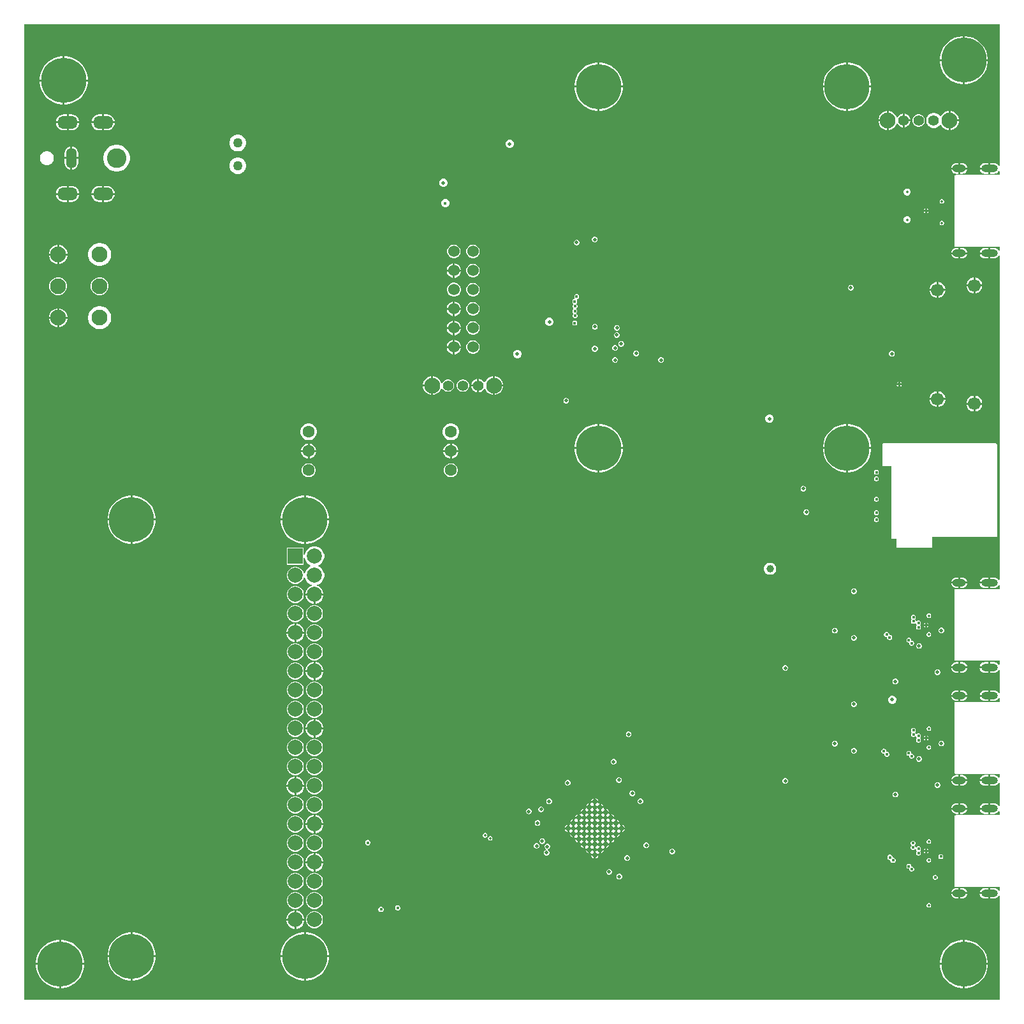
<source format=gbr>
%TF.GenerationSoftware,Altium Limited,Altium Designer,22.4.2 (48)*%
G04 Layer_Physical_Order=2*
G04 Layer_Color=3407820*
%FSLAX26Y26*%
%MOIN*%
%TF.SameCoordinates,1C2CB1AA-ACBE-45DF-AC24-D873E68AE3FE*%
%TF.FilePolarity,Positive*%
%TF.FileFunction,Copper,L2,Inr,Signal*%
%TF.Part,Single*%
G01*
G75*
%TA.AperFunction,ComponentPad*%
%ADD68O,0.086614X0.039370*%
%ADD69O,0.070866X0.039370*%
%ADD70C,0.082677*%
%ADD71R,0.078740X0.078740*%
%ADD72C,0.078740*%
%ADD73O,0.106299X0.066929*%
%ADD74O,0.055118X0.106299*%
%ADD75C,0.102362*%
%ADD76C,0.055118*%
%ADD77C,0.062992*%
%ADD78C,0.236220*%
%ADD79C,0.066929*%
%ADD80C,0.060000*%
%TA.AperFunction,ViaPad*%
%ADD81C,0.027559*%
%ADD82C,0.019685*%
%ADD83C,0.013780*%
%ADD84C,0.015748*%
%ADD85C,0.017716*%
%ADD86C,0.039370*%
%ADD87C,0.050000*%
G36*
X6092167Y5354016D02*
X6087167Y5353021D01*
X6087065Y5353268D01*
X6082648Y5359025D01*
X6076891Y5363443D01*
X6070186Y5366220D01*
X6062992Y5367167D01*
X6044370D01*
Y5339370D01*
Y5311573D01*
X6062992D01*
X6070186Y5312520D01*
X6076891Y5315297D01*
X6082648Y5319715D01*
X6087065Y5325472D01*
X6087167Y5325718D01*
X6092167Y5324724D01*
Y5305327D01*
X5862205D01*
X5861226Y5304921D01*
X5857283D01*
Y5300979D01*
X5856878Y5300000D01*
Y4936221D01*
X5857283Y4935242D01*
Y4931299D01*
X5861226D01*
X5862205Y4930894D01*
X6092167D01*
Y4911496D01*
X6087167Y4910502D01*
X6087065Y4910749D01*
X6082648Y4916506D01*
X6076891Y4920923D01*
X6070186Y4923700D01*
X6062992Y4924647D01*
X6044370D01*
Y4896850D01*
Y4869054D01*
X6062992D01*
X6070186Y4870001D01*
X6076891Y4872778D01*
X6082648Y4877195D01*
X6087065Y4882952D01*
X6087167Y4883199D01*
X6092167Y4882204D01*
Y3188662D01*
X6087167Y3187667D01*
X6087065Y3187914D01*
X6082648Y3193671D01*
X6076891Y3198088D01*
X6070186Y3200865D01*
X6062992Y3201812D01*
X6044370D01*
Y3174016D01*
Y3146219D01*
X6062992D01*
X6070186Y3147166D01*
X6076891Y3149943D01*
X6082648Y3154360D01*
X6087065Y3160117D01*
X6087167Y3160364D01*
X6092167Y3159370D01*
Y3139972D01*
X5862205D01*
X5861226Y3139567D01*
X5857283D01*
Y3135624D01*
X5856878Y3134646D01*
Y2770866D01*
X5857283Y2769887D01*
Y2765945D01*
X5861226D01*
X5862205Y2765539D01*
X6092167D01*
Y2746142D01*
X6087167Y2745148D01*
X6087065Y2745394D01*
X6082648Y2751151D01*
X6076891Y2755569D01*
X6070186Y2758346D01*
X6062992Y2759293D01*
X6044370D01*
Y2731496D01*
Y2703699D01*
X6062992D01*
X6070186Y2704646D01*
X6076891Y2707423D01*
X6082648Y2711841D01*
X6087065Y2717598D01*
X6087167Y2717845D01*
X6092167Y2716850D01*
Y2598110D01*
X6087167Y2597116D01*
X6087065Y2597363D01*
X6082648Y2603120D01*
X6076891Y2607537D01*
X6070186Y2610314D01*
X6062992Y2611261D01*
X6044370D01*
Y2583465D01*
Y2555668D01*
X6062992D01*
X6070186Y2556615D01*
X6076891Y2559392D01*
X6082648Y2563809D01*
X6087065Y2569566D01*
X6087167Y2569813D01*
X6092167Y2568818D01*
Y2549421D01*
X5862205D01*
X5861226Y2549016D01*
X5857283D01*
Y2545073D01*
X5856878Y2544094D01*
Y2180315D01*
X5857283Y2179336D01*
Y2175394D01*
X5861226D01*
X5862205Y2174988D01*
X6092167D01*
Y2155591D01*
X6087167Y2154596D01*
X6087065Y2154843D01*
X6082648Y2160600D01*
X6076891Y2165018D01*
X6070186Y2167794D01*
X6062992Y2168742D01*
X6044370D01*
Y2140945D01*
Y2113148D01*
X6062992D01*
X6070186Y2114095D01*
X6076891Y2116872D01*
X6082648Y2121290D01*
X6087065Y2127046D01*
X6087167Y2127293D01*
X6092167Y2126299D01*
Y2007559D01*
X6087167Y2006565D01*
X6087065Y2006812D01*
X6082648Y2012569D01*
X6076891Y2016986D01*
X6070186Y2019763D01*
X6062992Y2020710D01*
X6044370D01*
Y1992913D01*
Y1965117D01*
X6062992D01*
X6070186Y1966064D01*
X6076891Y1968841D01*
X6082648Y1973258D01*
X6087065Y1979015D01*
X6087167Y1979262D01*
X6092167Y1978267D01*
Y1958870D01*
X5862205D01*
X5861226Y1958465D01*
X5857283D01*
Y1954522D01*
X5856878Y1953543D01*
Y1589764D01*
X5857283Y1588785D01*
Y1584842D01*
X5861226D01*
X5862205Y1584437D01*
X6092167D01*
Y1565040D01*
X6087167Y1564045D01*
X6087065Y1564292D01*
X6082648Y1570049D01*
X6076891Y1574466D01*
X6070186Y1577243D01*
X6062992Y1578190D01*
X6044370D01*
Y1550394D01*
Y1522597D01*
X6062992D01*
X6070186Y1523544D01*
X6076891Y1526321D01*
X6082648Y1530738D01*
X6087065Y1536495D01*
X6087167Y1536742D01*
X6092167Y1535748D01*
Y994447D01*
X994447D01*
Y6092167D01*
X6092167D01*
Y5354016D01*
D02*
G37*
%LPC*%
G36*
X5915427Y6031496D02*
X5910512D01*
Y5910512D01*
X6031496D01*
Y5915427D01*
X6028394Y5935013D01*
X6022266Y5953873D01*
X6013263Y5971542D01*
X6001607Y5987585D01*
X5987585Y6001607D01*
X5971542Y6013263D01*
X5953873Y6022266D01*
X5935013Y6028394D01*
X5915427Y6031496D01*
D02*
G37*
G36*
X5900512D02*
X5895597D01*
X5876010Y6028394D01*
X5857151Y6022266D01*
X5839482Y6013263D01*
X5823439Y6001607D01*
X5809416Y5987585D01*
X5797760Y5971542D01*
X5788758Y5953873D01*
X5782630Y5935013D01*
X5779528Y5915427D01*
Y5910512D01*
X5900512D01*
Y6031496D01*
D02*
G37*
G36*
X1209915Y5925984D02*
X1205000D01*
Y5805000D01*
X1325984D01*
Y5809915D01*
X1322882Y5829501D01*
X1316754Y5848361D01*
X1307751Y5866030D01*
X1296095Y5882073D01*
X1282073Y5896095D01*
X1266030Y5907751D01*
X1248361Y5916754D01*
X1229501Y5922882D01*
X1209915Y5925984D01*
D02*
G37*
G36*
X1195000D02*
X1190085D01*
X1170499Y5922882D01*
X1151639Y5916754D01*
X1133970Y5907751D01*
X1117927Y5896095D01*
X1103905Y5882073D01*
X1092249Y5866030D01*
X1083246Y5848361D01*
X1077118Y5829501D01*
X1074016Y5809915D01*
Y5805000D01*
X1195000D01*
Y5925984D01*
D02*
G37*
G36*
X6031496Y5900512D02*
X5910512D01*
Y5779528D01*
X5915427D01*
X5935013Y5782630D01*
X5953873Y5788758D01*
X5971542Y5797760D01*
X5987585Y5809416D01*
X6001607Y5823439D01*
X6013263Y5839482D01*
X6022266Y5857151D01*
X6028394Y5876010D01*
X6031496Y5895597D01*
Y5900512D01*
D02*
G37*
G36*
X5900512D02*
X5779528D01*
Y5895597D01*
X5782630Y5876010D01*
X5788758Y5857151D01*
X5797760Y5839482D01*
X5809416Y5823439D01*
X5823439Y5809416D01*
X5839482Y5797760D01*
X5857151Y5788758D01*
X5876010Y5782630D01*
X5895597Y5779528D01*
X5900512D01*
Y5900512D01*
D02*
G37*
G36*
X5305191Y5893701D02*
X5300275D01*
Y5772716D01*
X5421260D01*
Y5777632D01*
X5418158Y5797218D01*
X5412030Y5816078D01*
X5403027Y5833747D01*
X5391371Y5849790D01*
X5377349Y5863812D01*
X5361306Y5875468D01*
X5343637Y5884471D01*
X5324777Y5890599D01*
X5305191Y5893701D01*
D02*
G37*
G36*
X5290275D02*
X5285360D01*
X5265774Y5890599D01*
X5246914Y5884471D01*
X5229245Y5875468D01*
X5213202Y5863812D01*
X5199180Y5849790D01*
X5187524Y5833747D01*
X5178521Y5816078D01*
X5172394Y5797218D01*
X5169291Y5777632D01*
Y5772716D01*
X5290275D01*
Y5893701D01*
D02*
G37*
G36*
X4005978D02*
X4001063D01*
Y5772716D01*
X4122047D01*
Y5777632D01*
X4118945Y5797218D01*
X4112817Y5816078D01*
X4103814Y5833747D01*
X4092158Y5849790D01*
X4078136Y5863812D01*
X4062093Y5875468D01*
X4044424Y5884471D01*
X4025564Y5890599D01*
X4005978Y5893701D01*
D02*
G37*
G36*
X3991063D02*
X3986148D01*
X3966562Y5890599D01*
X3947702Y5884471D01*
X3930033Y5875468D01*
X3913990Y5863812D01*
X3899968Y5849790D01*
X3888312Y5833747D01*
X3879309Y5816078D01*
X3873181Y5797218D01*
X3870079Y5777632D01*
Y5772716D01*
X3991063D01*
Y5893701D01*
D02*
G37*
G36*
X1325984Y5795000D02*
X1205000D01*
Y5674016D01*
X1209915D01*
X1229501Y5677118D01*
X1248361Y5683246D01*
X1266030Y5692249D01*
X1282073Y5703905D01*
X1296095Y5717927D01*
X1307751Y5733970D01*
X1316754Y5751639D01*
X1322882Y5770499D01*
X1325984Y5790085D01*
Y5795000D01*
D02*
G37*
G36*
X1195000D02*
X1074016D01*
Y5790085D01*
X1077118Y5770499D01*
X1083246Y5751639D01*
X1092249Y5733970D01*
X1103905Y5717927D01*
X1117927Y5703905D01*
X1133970Y5692249D01*
X1151639Y5683246D01*
X1170499Y5677118D01*
X1190085Y5674016D01*
X1195000D01*
Y5795000D01*
D02*
G37*
G36*
X5421260Y5762716D02*
X5300275D01*
Y5641732D01*
X5305191D01*
X5324777Y5644834D01*
X5343637Y5650962D01*
X5361306Y5659965D01*
X5377349Y5671621D01*
X5391371Y5685643D01*
X5403027Y5701686D01*
X5412030Y5719355D01*
X5418158Y5738215D01*
X5421260Y5757801D01*
Y5762716D01*
D02*
G37*
G36*
X5290275D02*
X5169291D01*
Y5757801D01*
X5172394Y5738215D01*
X5178521Y5719355D01*
X5187524Y5701686D01*
X5199180Y5685643D01*
X5213202Y5671621D01*
X5229245Y5659965D01*
X5246914Y5650962D01*
X5265774Y5644834D01*
X5285360Y5641732D01*
X5290275D01*
Y5762716D01*
D02*
G37*
G36*
X4122047Y5762716D02*
X4001063D01*
Y5641732D01*
X4005978D01*
X4025564Y5644834D01*
X4044424Y5650962D01*
X4062093Y5659965D01*
X4078136Y5671621D01*
X4092158Y5685643D01*
X4103814Y5701686D01*
X4112817Y5719355D01*
X4118945Y5738215D01*
X4122047Y5757801D01*
Y5762716D01*
D02*
G37*
G36*
X3991063D02*
X3870079D01*
Y5757801D01*
X3873181Y5738215D01*
X3879309Y5719355D01*
X3888312Y5701686D01*
X3899968Y5685643D01*
X3913990Y5671621D01*
X3930033Y5659965D01*
X3947702Y5650962D01*
X3966562Y5644834D01*
X3986148Y5641732D01*
X3991063D01*
Y5762716D01*
D02*
G37*
G36*
X5825709Y5639764D02*
X5824230D01*
X5811713Y5636410D01*
X5800491Y5629931D01*
X5791329Y5620769D01*
X5786574Y5612533D01*
X5780801D01*
X5779535Y5614725D01*
X5772205Y5622055D01*
X5763228Y5627238D01*
X5753215Y5629921D01*
X5742848D01*
X5732835Y5627238D01*
X5723858Y5622055D01*
X5716528Y5614725D01*
X5711345Y5605747D01*
X5708662Y5595734D01*
Y5585368D01*
X5711345Y5575355D01*
X5716528Y5566377D01*
X5723858Y5559047D01*
X5732835Y5553864D01*
X5742848Y5551181D01*
X5753215D01*
X5763228Y5553864D01*
X5772205Y5559047D01*
X5779535Y5566377D01*
X5780801Y5568569D01*
X5786574D01*
X5791329Y5560334D01*
X5800491Y5551171D01*
X5811713Y5544692D01*
X5824230Y5541339D01*
X5825709D01*
Y5590551D01*
Y5639764D01*
D02*
G37*
G36*
X5837188D02*
X5835709D01*
Y5595551D01*
X5879921D01*
Y5597030D01*
X5876568Y5609547D01*
X5870088Y5620769D01*
X5860926Y5629931D01*
X5849704Y5636410D01*
X5837188Y5639764D01*
D02*
G37*
G36*
X5595551Y5625894D02*
Y5595551D01*
X5625894D01*
X5623569Y5604228D01*
X5618904Y5612307D01*
X5612307Y5618905D01*
X5604228Y5623569D01*
X5595551Y5625894D01*
D02*
G37*
G36*
X5502874Y5639764D02*
X5501395D01*
X5488879Y5636410D01*
X5477657Y5629931D01*
X5468494Y5620769D01*
X5462015Y5609547D01*
X5458661Y5597030D01*
Y5595551D01*
X5502874D01*
Y5639764D01*
D02*
G37*
G36*
X1425197Y5622404D02*
X1410512D01*
Y5585709D01*
X1466234D01*
X1465471Y5591500D01*
X1461306Y5601556D01*
X1454680Y5610192D01*
X1446044Y5616818D01*
X1435988Y5620983D01*
X1425197Y5622404D01*
D02*
G37*
G36*
X1400512D02*
X1385827D01*
X1375035Y5620983D01*
X1364979Y5616818D01*
X1356344Y5610192D01*
X1349718Y5601556D01*
X1345552Y5591500D01*
X1344790Y5585709D01*
X1400512D01*
Y5622404D01*
D02*
G37*
G36*
X1240158D02*
X1225472D01*
Y5585709D01*
X1281195D01*
X1280432Y5591500D01*
X1276267Y5601556D01*
X1269640Y5610192D01*
X1261005Y5616818D01*
X1250949Y5620983D01*
X1240158Y5622404D01*
D02*
G37*
G36*
X1215472D02*
X1200787D01*
X1189996Y5620983D01*
X1179940Y5616818D01*
X1171304Y5610192D01*
X1164678Y5601556D01*
X1160513Y5591500D01*
X1159750Y5585709D01*
X1215472D01*
Y5622404D01*
D02*
G37*
G36*
X5673567Y5623032D02*
X5665015D01*
X5656754Y5620818D01*
X5649348Y5616542D01*
X5643301Y5610495D01*
X5639025Y5603088D01*
X5636811Y5594827D01*
Y5586275D01*
X5639025Y5578014D01*
X5643301Y5570608D01*
X5649348Y5564560D01*
X5656754Y5560284D01*
X5665015Y5558071D01*
X5673567D01*
X5681828Y5560284D01*
X5689235Y5564560D01*
X5695282Y5570608D01*
X5699558Y5578014D01*
X5701772Y5586275D01*
Y5594827D01*
X5699558Y5603088D01*
X5695282Y5610495D01*
X5689235Y5616542D01*
X5681828Y5620818D01*
X5673567Y5623032D01*
D02*
G37*
G36*
X5625894Y5585551D02*
X5595551D01*
Y5555208D01*
X5604228Y5557533D01*
X5612307Y5562198D01*
X5618904Y5568795D01*
X5623569Y5576875D01*
X5625894Y5585551D01*
D02*
G37*
G36*
X5514353Y5639764D02*
X5512874D01*
Y5590551D01*
Y5541339D01*
X5514353D01*
X5526869Y5544692D01*
X5538091Y5551171D01*
X5547254Y5560334D01*
X5553733Y5571556D01*
X5554081Y5572854D01*
X5559446Y5573560D01*
X5562198Y5568795D01*
X5568795Y5562198D01*
X5576874Y5557533D01*
X5585551Y5555208D01*
Y5590551D01*
Y5625894D01*
X5576874Y5623569D01*
X5568795Y5618905D01*
X5562198Y5612307D01*
X5559446Y5607542D01*
X5554081Y5608249D01*
X5553733Y5609547D01*
X5547254Y5620769D01*
X5538091Y5629931D01*
X5526869Y5636410D01*
X5514353Y5639764D01*
D02*
G37*
G36*
X5879921Y5585551D02*
X5835709D01*
Y5541339D01*
X5837188D01*
X5849704Y5544692D01*
X5860926Y5551171D01*
X5870088Y5560334D01*
X5876568Y5571556D01*
X5879921Y5584072D01*
Y5585551D01*
D02*
G37*
G36*
X5502874D02*
X5458661D01*
Y5584072D01*
X5462015Y5571556D01*
X5468494Y5560334D01*
X5477657Y5551171D01*
X5488879Y5544692D01*
X5501395Y5541339D01*
X5502874D01*
Y5585551D01*
D02*
G37*
G36*
X1466234Y5575709D02*
X1410512D01*
Y5539014D01*
X1425197D01*
X1435988Y5540434D01*
X1446044Y5544600D01*
X1454680Y5551226D01*
X1461306Y5559861D01*
X1465471Y5569917D01*
X1466234Y5575709D01*
D02*
G37*
G36*
X1400512D02*
X1344790D01*
X1345552Y5569917D01*
X1349718Y5559861D01*
X1356344Y5551226D01*
X1364979Y5544600D01*
X1375035Y5540434D01*
X1385827Y5539014D01*
X1400512D01*
Y5575709D01*
D02*
G37*
G36*
X1281195Y5575709D02*
X1225472D01*
Y5539014D01*
X1240158D01*
X1250949Y5540434D01*
X1261005Y5544600D01*
X1269640Y5551226D01*
X1276267Y5559861D01*
X1280432Y5569917D01*
X1281195Y5575709D01*
D02*
G37*
G36*
X1215472D02*
X1159750D01*
X1160513Y5569917D01*
X1164678Y5559861D01*
X1171304Y5551226D01*
X1179940Y5544600D01*
X1189996Y5540434D01*
X1200787Y5539014D01*
X1215472D01*
Y5575709D01*
D02*
G37*
G36*
X3535803Y5490157D02*
X3527189D01*
X3519230Y5486861D01*
X3513139Y5480770D01*
X3509843Y5472811D01*
Y5464197D01*
X3513139Y5456238D01*
X3519230Y5450147D01*
X3527189Y5446850D01*
X3535803D01*
X3543762Y5450147D01*
X3549853Y5456238D01*
X3553150Y5464197D01*
Y5472811D01*
X3549853Y5480770D01*
X3543762Y5486861D01*
X3535803Y5490157D01*
D02*
G37*
G36*
X2115990Y5516142D02*
X2104483D01*
X2093368Y5513164D01*
X2083403Y5507410D01*
X2075267Y5499274D01*
X2069514Y5489309D01*
X2066535Y5478194D01*
Y5466688D01*
X2069514Y5455573D01*
X2075267Y5445608D01*
X2083403Y5437472D01*
X2093368Y5431718D01*
X2104483Y5428740D01*
X2115990D01*
X2127104Y5431718D01*
X2137069Y5437472D01*
X2145206Y5445608D01*
X2150959Y5455573D01*
X2153937Y5466688D01*
Y5478194D01*
X2150959Y5489309D01*
X2145206Y5499274D01*
X2137069Y5507410D01*
X2127104Y5513164D01*
X2115990Y5516142D01*
D02*
G37*
G36*
X1245158Y5454372D02*
Y5398701D01*
X1275896D01*
Y5419291D01*
X1274678Y5428541D01*
X1271108Y5437161D01*
X1265429Y5444562D01*
X1258027Y5450242D01*
X1249407Y5453812D01*
X1245158Y5454372D01*
D02*
G37*
G36*
X1235158D02*
X1230908Y5453812D01*
X1222288Y5450242D01*
X1214886Y5444562D01*
X1209207Y5437161D01*
X1205637Y5428541D01*
X1204419Y5419291D01*
Y5398701D01*
X1235158D01*
Y5454372D01*
D02*
G37*
G36*
X1116999Y5430118D02*
X1107410D01*
X1098148Y5427636D01*
X1089844Y5422842D01*
X1083064Y5416061D01*
X1078269Y5407757D01*
X1075787Y5398495D01*
Y5388906D01*
X1078269Y5379644D01*
X1083064Y5371340D01*
X1089844Y5364560D01*
X1098148Y5359765D01*
X1107410Y5357283D01*
X1116999D01*
X1126261Y5359765D01*
X1134565Y5364560D01*
X1141346Y5371340D01*
X1146140Y5379644D01*
X1148622Y5388906D01*
Y5398495D01*
X1146140Y5407757D01*
X1141346Y5416061D01*
X1134565Y5422842D01*
X1126261Y5427636D01*
X1116999Y5430118D01*
D02*
G37*
G36*
X6034370Y5367167D02*
X6015748D01*
X6008554Y5366220D01*
X6001850Y5363443D01*
X5996093Y5359025D01*
X5991675Y5353268D01*
X5988898Y5346564D01*
X5988609Y5344370D01*
X6034370D01*
Y5367167D01*
D02*
G37*
G36*
X5897638D02*
X5886890D01*
Y5344370D01*
X5924776D01*
X5924487Y5346564D01*
X5921711Y5353268D01*
X5917293Y5359025D01*
X5911536Y5363443D01*
X5904832Y5366220D01*
X5897638Y5367167D01*
D02*
G37*
G36*
X5876890D02*
X5866142D01*
X5858948Y5366220D01*
X5852243Y5363443D01*
X5846486Y5359025D01*
X5842069Y5353268D01*
X5839292Y5346564D01*
X5839003Y5344370D01*
X5876890D01*
Y5367167D01*
D02*
G37*
G36*
X1275896Y5388701D02*
X1245158D01*
Y5333030D01*
X1249407Y5333589D01*
X1258027Y5337160D01*
X1265429Y5342839D01*
X1271108Y5350241D01*
X1274678Y5358860D01*
X1275896Y5368110D01*
Y5388701D01*
D02*
G37*
G36*
X1235158D02*
X1204419D01*
Y5368110D01*
X1205637Y5358860D01*
X1209207Y5350241D01*
X1214886Y5342839D01*
X1222288Y5337160D01*
X1230908Y5333589D01*
X1235158Y5333030D01*
Y5388701D01*
D02*
G37*
G36*
X1483261Y5463583D02*
X1469495D01*
X1455994Y5460897D01*
X1443276Y5455629D01*
X1431831Y5447982D01*
X1422097Y5438248D01*
X1414449Y5426802D01*
X1409181Y5414085D01*
X1406496Y5400584D01*
Y5386818D01*
X1409181Y5373317D01*
X1414449Y5360599D01*
X1422097Y5349154D01*
X1431831Y5339420D01*
X1443276Y5331772D01*
X1455994Y5326504D01*
X1469495Y5323819D01*
X1483261D01*
X1496762Y5326504D01*
X1509479Y5331772D01*
X1520925Y5339420D01*
X1530659Y5349154D01*
X1538306Y5360599D01*
X1543574Y5373317D01*
X1546260Y5386818D01*
Y5400584D01*
X1543574Y5414085D01*
X1538306Y5426802D01*
X1530659Y5438248D01*
X1520925Y5447982D01*
X1509479Y5455629D01*
X1496762Y5460897D01*
X1483261Y5463583D01*
D02*
G37*
G36*
X6034370Y5334370D02*
X5988609D01*
X5988898Y5332176D01*
X5991675Y5325472D01*
X5996093Y5319715D01*
X6001850Y5315297D01*
X6008554Y5312520D01*
X6015748Y5311573D01*
X6034370D01*
Y5334370D01*
D02*
G37*
G36*
X5924776Y5334370D02*
X5886890D01*
Y5311573D01*
X5897638D01*
X5904832Y5312520D01*
X5911536Y5315297D01*
X5917293Y5319715D01*
X5921711Y5325472D01*
X5924487Y5332176D01*
X5924776Y5334370D01*
D02*
G37*
G36*
X5876890D02*
X5839003D01*
X5839292Y5332176D01*
X5842069Y5325472D01*
X5846486Y5319715D01*
X5852243Y5315297D01*
X5858948Y5312520D01*
X5866142Y5311573D01*
X5876890D01*
Y5334370D01*
D02*
G37*
G36*
X2115990Y5398032D02*
X2104483D01*
X2093368Y5395053D01*
X2083403Y5389300D01*
X2075267Y5381164D01*
X2069514Y5371199D01*
X2066535Y5360084D01*
Y5348577D01*
X2069514Y5337463D01*
X2075267Y5327498D01*
X2083403Y5319361D01*
X2093368Y5313608D01*
X2104483Y5310630D01*
X2115990D01*
X2127104Y5313608D01*
X2137069Y5319361D01*
X2145206Y5327498D01*
X2150959Y5337463D01*
X2153937Y5348577D01*
Y5360084D01*
X2150959Y5371199D01*
X2145206Y5381164D01*
X2137069Y5389300D01*
X2127104Y5395053D01*
X2115990Y5398032D01*
D02*
G37*
G36*
X3189347Y5285433D02*
X3180732D01*
X3172774Y5282136D01*
X3166682Y5276045D01*
X3163386Y5268087D01*
Y5259472D01*
X3166682Y5251514D01*
X3172774Y5245423D01*
X3180732Y5242126D01*
X3189347D01*
X3197305Y5245423D01*
X3203396Y5251514D01*
X3206693Y5259472D01*
Y5268087D01*
X3203396Y5276045D01*
X3197305Y5282136D01*
X3189347Y5285433D01*
D02*
G37*
G36*
X1240158Y5248388D02*
X1225472D01*
Y5211693D01*
X1281195D01*
X1280432Y5217484D01*
X1276267Y5227541D01*
X1269640Y5236176D01*
X1261005Y5242802D01*
X1250949Y5246967D01*
X1240158Y5248388D01*
D02*
G37*
G36*
X1215472D02*
X1200787D01*
X1189996Y5246967D01*
X1179940Y5242802D01*
X1171304Y5236176D01*
X1164678Y5227541D01*
X1160513Y5217484D01*
X1159750Y5211693D01*
X1215472D01*
Y5248388D01*
D02*
G37*
G36*
X1425197D02*
X1410512D01*
Y5211693D01*
X1466234D01*
X1465471Y5217484D01*
X1461306Y5227541D01*
X1454680Y5236176D01*
X1446044Y5242802D01*
X1435988Y5246967D01*
X1425197Y5248388D01*
D02*
G37*
G36*
X1400512D02*
X1385827D01*
X1375035Y5246967D01*
X1364979Y5242802D01*
X1356344Y5236176D01*
X1349718Y5227541D01*
X1345552Y5217484D01*
X1344790Y5211693D01*
X1400512D01*
Y5248388D01*
D02*
G37*
G36*
X5612972Y5235236D02*
X5605532D01*
X5598659Y5232389D01*
X5593398Y5227128D01*
X5590551Y5220255D01*
Y5212816D01*
X5593398Y5205942D01*
X5598659Y5200682D01*
X5605532Y5197835D01*
X5612972D01*
X5619845Y5200682D01*
X5625106Y5205942D01*
X5627953Y5212816D01*
Y5220255D01*
X5625106Y5227128D01*
X5619845Y5232389D01*
X5612972Y5235236D01*
D02*
G37*
G36*
X1466234Y5201693D02*
X1410512D01*
Y5164998D01*
X1425197D01*
X1435988Y5166418D01*
X1446044Y5170584D01*
X1454680Y5177210D01*
X1461306Y5185845D01*
X1465471Y5195901D01*
X1466234Y5201693D01*
D02*
G37*
G36*
X1400512D02*
X1344790D01*
X1345552Y5195901D01*
X1349718Y5185845D01*
X1356344Y5177210D01*
X1364979Y5170584D01*
X1375035Y5166418D01*
X1385827Y5164998D01*
X1400512D01*
Y5201693D01*
D02*
G37*
G36*
X1281195Y5201693D02*
X1225472D01*
Y5164998D01*
X1240158D01*
X1250949Y5166418D01*
X1261005Y5170584D01*
X1269640Y5177210D01*
X1276267Y5185845D01*
X1280432Y5195901D01*
X1281195Y5201693D01*
D02*
G37*
G36*
X1215472D02*
X1159750D01*
X1160513Y5195901D01*
X1164678Y5185845D01*
X1171304Y5177210D01*
X1179940Y5170584D01*
X1189996Y5166418D01*
X1200787Y5164998D01*
X1215472D01*
Y5201693D01*
D02*
G37*
G36*
X5793649Y5179134D02*
X5788950D01*
X5784609Y5177336D01*
X5781286Y5174013D01*
X5779488Y5169672D01*
Y5164973D01*
X5781286Y5160632D01*
X5784609Y5157310D01*
X5788950Y5155512D01*
X5793649D01*
X5797990Y5157310D01*
X5801312Y5160632D01*
X5803110Y5164973D01*
Y5169672D01*
X5801312Y5174013D01*
X5797990Y5177336D01*
X5793649Y5179134D01*
D02*
G37*
G36*
X3199111Y5178669D02*
X3190889D01*
X3183292Y5175523D01*
X3177477Y5169708D01*
X3174331Y5162111D01*
Y5153889D01*
X3177477Y5146292D01*
X3183292Y5140477D01*
X3190889Y5137331D01*
X3199111D01*
X3206708Y5140477D01*
X3212523Y5146292D01*
X3215669Y5153889D01*
Y5162111D01*
X3212523Y5169708D01*
X3206708Y5175523D01*
X3199111Y5178669D01*
D02*
G37*
G36*
X5713661Y5129974D02*
Y5123110D01*
X5720525D01*
X5719575Y5125403D01*
X5715954Y5129024D01*
X5713661Y5129974D01*
D02*
G37*
G36*
X5703661D02*
X5701369Y5129024D01*
X5697747Y5125403D01*
X5696798Y5123110D01*
X5703661D01*
Y5129974D01*
D02*
G37*
G36*
X5720525Y5113110D02*
X5713661D01*
Y5106247D01*
X5715954Y5107196D01*
X5719575Y5110818D01*
X5720525Y5113110D01*
D02*
G37*
G36*
X5703661D02*
X5696798D01*
X5697747Y5110818D01*
X5701369Y5107196D01*
X5703661Y5106247D01*
Y5113110D01*
D02*
G37*
G36*
X5612972Y5090551D02*
X5605532D01*
X5598659Y5087704D01*
X5593398Y5082444D01*
X5590551Y5075570D01*
Y5068131D01*
X5593398Y5061257D01*
X5598659Y5055997D01*
X5605532Y5053150D01*
X5612972D01*
X5619845Y5055997D01*
X5625106Y5061257D01*
X5627953Y5068131D01*
Y5075570D01*
X5625106Y5082444D01*
X5619845Y5087704D01*
X5612972Y5090551D01*
D02*
G37*
G36*
X5794226Y5066391D02*
X5789527D01*
X5785186Y5064593D01*
X5781863Y5061271D01*
X5780065Y5056930D01*
Y5052231D01*
X5781863Y5047890D01*
X5785186Y5044568D01*
X5789527Y5042769D01*
X5794226D01*
X5798567Y5044568D01*
X5801889Y5047890D01*
X5803687Y5052231D01*
Y5056930D01*
X5801889Y5061271D01*
X5798567Y5064593D01*
X5794226Y5066391D01*
D02*
G37*
G36*
X3979441Y4983268D02*
X3973567D01*
X3968141Y4981020D01*
X3963988Y4976867D01*
X3961740Y4971441D01*
Y4965567D01*
X3963988Y4960141D01*
X3968141Y4955988D01*
X3973567Y4953740D01*
X3979441D01*
X3984867Y4955988D01*
X3989020Y4960141D01*
X3991268Y4965567D01*
Y4971441D01*
X3989020Y4976867D01*
X3984867Y4981020D01*
X3979441Y4983268D01*
D02*
G37*
G36*
X3884827Y4967520D02*
X3878953D01*
X3873527Y4965272D01*
X3869374Y4961119D01*
X3867126Y4955693D01*
Y4949819D01*
X3869374Y4944393D01*
X3873527Y4940240D01*
X3878953Y4937992D01*
X3884827D01*
X3890253Y4940240D01*
X3894406Y4944393D01*
X3896654Y4949819D01*
Y4955693D01*
X3894406Y4961119D01*
X3890253Y4965272D01*
X3884827Y4967520D01*
D02*
G37*
G36*
X5897638Y4924647D02*
X5886890D01*
Y4901851D01*
X5924776D01*
X5924487Y4904045D01*
X5921711Y4910749D01*
X5917293Y4916506D01*
X5911536Y4920923D01*
X5904832Y4923700D01*
X5897638Y4924647D01*
D02*
G37*
G36*
X5876890D02*
X5866142D01*
X5858948Y4923700D01*
X5852243Y4920923D01*
X5846486Y4916506D01*
X5842069Y4910749D01*
X5839292Y4904045D01*
X5839003Y4901851D01*
X5876890D01*
Y4924647D01*
D02*
G37*
G36*
X6034370D02*
X6015748D01*
X6008554Y4923700D01*
X6001850Y4920923D01*
X5996093Y4916506D01*
X5991675Y4910749D01*
X5988898Y4904045D01*
X5988609Y4901850D01*
X6034370D01*
Y4924647D01*
D02*
G37*
G36*
X1177739Y4938976D02*
X1176260D01*
Y4894764D01*
X1220473D01*
Y4896243D01*
X1217119Y4908759D01*
X1210640Y4919981D01*
X1201477Y4929144D01*
X1190255Y4935623D01*
X1177739Y4938976D01*
D02*
G37*
G36*
X1166260D02*
X1164781D01*
X1152264Y4935623D01*
X1141043Y4929144D01*
X1131880Y4919981D01*
X1125401Y4908759D01*
X1122047Y4896243D01*
Y4894764D01*
X1166260D01*
Y4938976D01*
D02*
G37*
G36*
X3344558Y4941221D02*
X3335363D01*
X3326481Y4938841D01*
X3318518Y4934243D01*
X3312017Y4927741D01*
X3307419Y4919778D01*
X3305039Y4910897D01*
Y4901702D01*
X3307419Y4892820D01*
X3312017Y4884857D01*
X3318518Y4878355D01*
X3326481Y4873758D01*
X3335363Y4871378D01*
X3344558D01*
X3353440Y4873758D01*
X3361403Y4878355D01*
X3367905Y4884857D01*
X3372502Y4892820D01*
X3374882Y4901702D01*
Y4910897D01*
X3372502Y4919778D01*
X3367905Y4927741D01*
X3361403Y4934243D01*
X3353440Y4938841D01*
X3344558Y4941221D01*
D02*
G37*
G36*
X3244558D02*
X3235363D01*
X3226481Y4938841D01*
X3218518Y4934243D01*
X3212017Y4927741D01*
X3207419Y4919778D01*
X3205039Y4910897D01*
Y4901702D01*
X3207419Y4892820D01*
X3212017Y4884857D01*
X3218518Y4878355D01*
X3226481Y4873758D01*
X3235363Y4871378D01*
X3244558D01*
X3253440Y4873758D01*
X3261403Y4878355D01*
X3267905Y4884857D01*
X3272502Y4892820D01*
X3274882Y4901702D01*
Y4910897D01*
X3272502Y4919778D01*
X3267905Y4927741D01*
X3261403Y4934243D01*
X3253440Y4938841D01*
X3244558Y4941221D01*
D02*
G37*
G36*
X6034370Y4891850D02*
X5988609D01*
X5988898Y4889656D01*
X5991675Y4882952D01*
X5996093Y4877195D01*
X6001850Y4872778D01*
X6008554Y4870001D01*
X6015748Y4869054D01*
X6034370D01*
Y4891850D01*
D02*
G37*
G36*
X5924776Y4891851D02*
X5886890D01*
Y4869054D01*
X5897638D01*
X5904832Y4870001D01*
X5911536Y4872778D01*
X5917293Y4877195D01*
X5921711Y4882952D01*
X5924487Y4889656D01*
X5924776Y4891851D01*
D02*
G37*
G36*
X5876890D02*
X5839003D01*
X5839292Y4889656D01*
X5842069Y4882952D01*
X5846486Y4877195D01*
X5852243Y4872778D01*
X5858948Y4870001D01*
X5866142Y4869054D01*
X5876890D01*
Y4891851D01*
D02*
G37*
G36*
X1220473Y4884764D02*
X1176260D01*
Y4840551D01*
X1177739D01*
X1190255Y4843905D01*
X1201477Y4850384D01*
X1210640Y4859546D01*
X1217119Y4870768D01*
X1220473Y4883285D01*
Y4884764D01*
D02*
G37*
G36*
X1166260D02*
X1122047D01*
Y4883285D01*
X1125401Y4870768D01*
X1131880Y4859546D01*
X1141043Y4850384D01*
X1152264Y4843905D01*
X1164781Y4840551D01*
X1166260D01*
Y4884764D01*
D02*
G37*
G36*
X1393709Y4949803D02*
X1381882D01*
X1370283Y4947496D01*
X1359356Y4942970D01*
X1349522Y4936399D01*
X1341160Y4928037D01*
X1334589Y4918203D01*
X1330063Y4907276D01*
X1327756Y4895677D01*
Y4883850D01*
X1330063Y4872251D01*
X1334589Y4861324D01*
X1341160Y4851491D01*
X1349522Y4843128D01*
X1359356Y4836557D01*
X1370283Y4832032D01*
X1381882Y4829724D01*
X1393709D01*
X1405308Y4832032D01*
X1416235Y4836557D01*
X1426068Y4843128D01*
X1434431Y4851491D01*
X1441002Y4861324D01*
X1445527Y4872251D01*
X1447835Y4883850D01*
Y4895677D01*
X1445527Y4907276D01*
X1441002Y4918203D01*
X1434431Y4928037D01*
X1426068Y4936399D01*
X1416235Y4942970D01*
X1405308Y4947496D01*
X1393709Y4949803D01*
D02*
G37*
G36*
X3244961Y4844169D02*
Y4811299D01*
X3277831D01*
X3275253Y4820918D01*
X3270267Y4829554D01*
X3263216Y4836606D01*
X3254579Y4841592D01*
X3244961Y4844169D01*
D02*
G37*
G36*
X3234961D02*
X3225342Y4841592D01*
X3216705Y4836606D01*
X3209654Y4829554D01*
X3204668Y4820918D01*
X3202090Y4811299D01*
X3234961D01*
Y4844169D01*
D02*
G37*
G36*
X3344558Y4841221D02*
X3335363D01*
X3326481Y4838841D01*
X3318518Y4834243D01*
X3312017Y4827741D01*
X3307419Y4819778D01*
X3305039Y4810897D01*
Y4801702D01*
X3307419Y4792820D01*
X3312017Y4784857D01*
X3318518Y4778355D01*
X3326481Y4773758D01*
X3335363Y4771378D01*
X3344558D01*
X3353440Y4773758D01*
X3361403Y4778355D01*
X3367905Y4784857D01*
X3372502Y4792820D01*
X3374882Y4801702D01*
Y4810897D01*
X3372502Y4819778D01*
X3367905Y4827741D01*
X3361403Y4834243D01*
X3353440Y4838841D01*
X3344558Y4841221D01*
D02*
G37*
G36*
X3277831Y4801299D02*
X3244961D01*
Y4768429D01*
X3254579Y4771006D01*
X3263216Y4775993D01*
X3270267Y4783044D01*
X3275253Y4791680D01*
X3277831Y4801299D01*
D02*
G37*
G36*
X3234961D02*
X3202090D01*
X3204668Y4791680D01*
X3209654Y4783044D01*
X3216705Y4775993D01*
X3225342Y4771006D01*
X3234961Y4768429D01*
Y4801299D01*
D02*
G37*
G36*
X5966072Y4769685D02*
X5965630D01*
Y4733346D01*
X6001968D01*
Y4733789D01*
X5999151Y4744302D01*
X5993709Y4753729D01*
X5986012Y4761425D01*
X5976586Y4766868D01*
X5966072Y4769685D01*
D02*
G37*
G36*
X5955630D02*
X5955188D01*
X5944674Y4766868D01*
X5935248Y4761425D01*
X5927551Y4753729D01*
X5922109Y4744302D01*
X5919292Y4733789D01*
Y4733346D01*
X5955630D01*
Y4769685D01*
D02*
G37*
G36*
X5773159Y4746063D02*
X5772717D01*
Y4709724D01*
X5809055D01*
Y4710167D01*
X5806238Y4720681D01*
X5800796Y4730107D01*
X5793099Y4737803D01*
X5783673Y4743246D01*
X5773159Y4746063D01*
D02*
G37*
G36*
X5762717D02*
X5762274D01*
X5751761Y4743246D01*
X5742334Y4737803D01*
X5734638Y4730107D01*
X5729195Y4720681D01*
X5726378Y4710167D01*
Y4709724D01*
X5762717D01*
Y4746063D01*
D02*
G37*
G36*
X5317897Y4731299D02*
X5312024D01*
X5306598Y4729051D01*
X5302444Y4724898D01*
X5300197Y4719472D01*
Y4713599D01*
X5302444Y4708172D01*
X5306598Y4704019D01*
X5312024Y4701772D01*
X5317897D01*
X5323324Y4704019D01*
X5327477Y4708172D01*
X5329724Y4713599D01*
Y4719472D01*
X5327477Y4724898D01*
X5323324Y4729051D01*
X5317897Y4731299D01*
D02*
G37*
G36*
X6001968Y4723346D02*
X5965630D01*
Y4687008D01*
X5966072D01*
X5976586Y4689825D01*
X5986012Y4695267D01*
X5993709Y4702964D01*
X5999151Y4712390D01*
X6001968Y4722904D01*
Y4723346D01*
D02*
G37*
G36*
X5955630D02*
X5919292D01*
Y4722904D01*
X5922109Y4712390D01*
X5927551Y4702964D01*
X5935248Y4695267D01*
X5944674Y4689825D01*
X5955188Y4687008D01*
X5955630D01*
Y4723346D01*
D02*
G37*
G36*
X1393886Y4770669D02*
X1381705D01*
X1369940Y4767517D01*
X1359391Y4761427D01*
X1350778Y4752814D01*
X1344688Y4742265D01*
X1341535Y4730500D01*
Y4718319D01*
X1344688Y4706554D01*
X1350778Y4696005D01*
X1359391Y4687392D01*
X1369940Y4681302D01*
X1381705Y4678150D01*
X1393886D01*
X1405651Y4681302D01*
X1416200Y4687392D01*
X1424812Y4696005D01*
X1430903Y4706554D01*
X1434055Y4718319D01*
Y4730500D01*
X1430903Y4742265D01*
X1424812Y4752814D01*
X1416200Y4761427D01*
X1405651Y4767517D01*
X1393886Y4770669D01*
D02*
G37*
G36*
X1177350D02*
X1165170D01*
X1153404Y4767517D01*
X1142856Y4761427D01*
X1134243Y4752814D01*
X1128152Y4742265D01*
X1125000Y4730500D01*
Y4718319D01*
X1128152Y4706554D01*
X1134243Y4696005D01*
X1142856Y4687392D01*
X1153404Y4681302D01*
X1165170Y4678150D01*
X1177350D01*
X1189116Y4681302D01*
X1199664Y4687392D01*
X1208277Y4696005D01*
X1214367Y4706554D01*
X1217520Y4718319D01*
Y4730500D01*
X1214367Y4742265D01*
X1208277Y4752814D01*
X1199664Y4761427D01*
X1189116Y4767517D01*
X1177350Y4770669D01*
D02*
G37*
G36*
X3344558Y4741221D02*
X3335363D01*
X3326481Y4738841D01*
X3318518Y4734243D01*
X3312017Y4727741D01*
X3307419Y4719778D01*
X3305039Y4710897D01*
Y4701702D01*
X3307419Y4692820D01*
X3312017Y4684857D01*
X3318518Y4678355D01*
X3326481Y4673758D01*
X3335363Y4671378D01*
X3344558D01*
X3353440Y4673758D01*
X3361403Y4678355D01*
X3367905Y4684857D01*
X3372502Y4692820D01*
X3374882Y4701702D01*
Y4710897D01*
X3372502Y4719778D01*
X3367905Y4727741D01*
X3361403Y4734243D01*
X3353440Y4738841D01*
X3344558Y4741221D01*
D02*
G37*
G36*
X3244688Y4742205D02*
X3235234D01*
X3226102Y4739758D01*
X3217914Y4735031D01*
X3211229Y4728346D01*
X3206502Y4720158D01*
X3204055Y4711026D01*
Y4701572D01*
X3206502Y4692440D01*
X3211229Y4684253D01*
X3217914Y4677568D01*
X3226102Y4672841D01*
X3235234Y4670394D01*
X3244688D01*
X3253820Y4672841D01*
X3262007Y4677568D01*
X3268692Y4684253D01*
X3273419Y4692440D01*
X3275866Y4701572D01*
Y4711026D01*
X3273419Y4720158D01*
X3268692Y4728346D01*
X3262007Y4735031D01*
X3253820Y4739758D01*
X3244688Y4742205D01*
D02*
G37*
G36*
X5809055Y4699724D02*
X5772717D01*
Y4663386D01*
X5773159D01*
X5783673Y4666203D01*
X5793099Y4671645D01*
X5800796Y4679342D01*
X5806238Y4688768D01*
X5809055Y4699282D01*
Y4699724D01*
D02*
G37*
G36*
X5762717D02*
X5726378D01*
Y4699282D01*
X5729195Y4688768D01*
X5734638Y4679342D01*
X5742334Y4671645D01*
X5751761Y4666203D01*
X5762274Y4663386D01*
X5762717D01*
Y4699724D01*
D02*
G37*
G36*
X3244961Y4644169D02*
Y4611299D01*
X3277831D01*
X3275253Y4620918D01*
X3270267Y4629554D01*
X3263216Y4636606D01*
X3254579Y4641592D01*
X3244961Y4644169D01*
D02*
G37*
G36*
X3234961D02*
X3225342Y4641592D01*
X3216705Y4636606D01*
X3209654Y4629554D01*
X3204668Y4620918D01*
X3202090Y4611299D01*
X3234961D01*
Y4644169D01*
D02*
G37*
G36*
X3344558Y4641221D02*
X3335363D01*
X3326481Y4638841D01*
X3318518Y4634243D01*
X3312017Y4627741D01*
X3307419Y4619778D01*
X3305039Y4610897D01*
Y4601702D01*
X3307419Y4592820D01*
X3312017Y4584857D01*
X3318518Y4578355D01*
X3326481Y4573758D01*
X3335363Y4571378D01*
X3344558D01*
X3353440Y4573758D01*
X3361403Y4578355D01*
X3367905Y4584857D01*
X3372502Y4592820D01*
X3374882Y4601702D01*
Y4610897D01*
X3372502Y4619778D01*
X3367905Y4627741D01*
X3361403Y4634243D01*
X3353440Y4638841D01*
X3344558Y4641221D01*
D02*
G37*
G36*
X3277831Y4601299D02*
X3244961D01*
Y4568429D01*
X3254579Y4571006D01*
X3263216Y4575993D01*
X3270267Y4583044D01*
X3275253Y4591680D01*
X3277831Y4601299D01*
D02*
G37*
G36*
X3234961D02*
X3202090D01*
X3204668Y4591680D01*
X3209654Y4583044D01*
X3216705Y4575993D01*
X3225342Y4571006D01*
X3234961Y4568429D01*
Y4601299D01*
D02*
G37*
G36*
X1177739Y4608268D02*
X1176260D01*
Y4564055D01*
X1220473D01*
Y4565534D01*
X1217119Y4578051D01*
X1210640Y4589272D01*
X1201477Y4598435D01*
X1190255Y4604914D01*
X1177739Y4608268D01*
D02*
G37*
G36*
X1166260D02*
X1164781D01*
X1152264Y4604914D01*
X1141043Y4598435D01*
X1131880Y4589272D01*
X1125401Y4578051D01*
X1122047Y4565534D01*
Y4564055D01*
X1166260D01*
Y4608268D01*
D02*
G37*
G36*
X3884435Y4682087D02*
X3879345D01*
X3874642Y4680139D01*
X3871042Y4676539D01*
X3869095Y4671836D01*
Y4666746D01*
X3871042Y4662043D01*
X3870387Y4660220D01*
X3868909Y4657106D01*
X3864629Y4655333D01*
X3861030Y4651734D01*
X3859082Y4647031D01*
Y4641941D01*
X3861030Y4637238D01*
X3863820Y4634448D01*
X3864564Y4632674D01*
X3864277Y4628372D01*
X3862153Y4626248D01*
X3860205Y4621545D01*
Y4616455D01*
X3862153Y4611752D01*
X3863638Y4610267D01*
X3864617Y4606111D01*
X3863418Y4603954D01*
X3861200Y4601736D01*
X3859252Y4597033D01*
Y4591943D01*
X3861200Y4587240D01*
X3863788Y4584652D01*
X3864746Y4583213D01*
X3864162Y4578493D01*
X3862800Y4577131D01*
X3860852Y4572428D01*
Y4567338D01*
X3862800Y4562635D01*
X3866399Y4559036D01*
X3871102Y4557088D01*
X3876193D01*
X3880896Y4559036D01*
X3884495Y4562635D01*
X3886443Y4567338D01*
Y4572428D01*
X3884495Y4577131D01*
X3881907Y4579720D01*
X3880948Y4581158D01*
X3881533Y4585879D01*
X3882895Y4587240D01*
X3884843Y4591943D01*
Y4597033D01*
X3882895Y4601736D01*
X3881409Y4603222D01*
X3880431Y4607378D01*
X3881630Y4609534D01*
X3883847Y4611752D01*
X3885795Y4616455D01*
Y4621545D01*
X3883847Y4626248D01*
X3881057Y4629038D01*
X3880312Y4630811D01*
X3880600Y4635114D01*
X3882724Y4637238D01*
X3884672Y4641941D01*
Y4647031D01*
X3882724Y4651734D01*
X3883379Y4653557D01*
X3884858Y4656671D01*
X3889138Y4658444D01*
X3892737Y4662043D01*
X3894685Y4666746D01*
Y4671836D01*
X3892737Y4676539D01*
X3889138Y4680139D01*
X3884435Y4682087D01*
D02*
G37*
G36*
X3874003Y4544500D02*
X3868913D01*
X3864210Y4542552D01*
X3860611Y4538953D01*
X3858663Y4534250D01*
Y4529160D01*
X3860611Y4524457D01*
X3864210Y4520858D01*
X3868913Y4518910D01*
X3874003D01*
X3878706Y4520858D01*
X3882305Y4524457D01*
X3884253Y4529160D01*
Y4534250D01*
X3882305Y4538953D01*
X3878706Y4542552D01*
X3874003Y4544500D01*
D02*
G37*
G36*
X3743480Y4559055D02*
X3734866D01*
X3726907Y4555758D01*
X3720816Y4549667D01*
X3717520Y4541709D01*
Y4533095D01*
X3720816Y4525136D01*
X3726907Y4519045D01*
X3734866Y4515748D01*
X3743480D01*
X3751439Y4519045D01*
X3757530Y4525136D01*
X3760827Y4533095D01*
Y4541709D01*
X3757530Y4549667D01*
X3751439Y4555758D01*
X3743480Y4559055D01*
D02*
G37*
G36*
X3244961Y4544169D02*
Y4511299D01*
X3277831D01*
X3275253Y4520918D01*
X3270267Y4529554D01*
X3263216Y4536606D01*
X3254579Y4541592D01*
X3244961Y4544169D01*
D02*
G37*
G36*
X3234961D02*
X3225342Y4541592D01*
X3216705Y4536606D01*
X3209654Y4529554D01*
X3204668Y4520918D01*
X3202090Y4511299D01*
X3234961D01*
Y4544169D01*
D02*
G37*
G36*
X1220473Y4554055D02*
X1176260D01*
Y4509842D01*
X1177739D01*
X1190255Y4513196D01*
X1201477Y4519675D01*
X1210640Y4528838D01*
X1217119Y4540060D01*
X1220473Y4552576D01*
Y4554055D01*
D02*
G37*
G36*
X1166260D02*
X1122047D01*
Y4552576D01*
X1125401Y4540060D01*
X1131880Y4528838D01*
X1141043Y4519675D01*
X1152264Y4513196D01*
X1164781Y4509842D01*
X1166260D01*
Y4554055D01*
D02*
G37*
G36*
X1393709Y4619095D02*
X1381882D01*
X1370283Y4616787D01*
X1359356Y4612261D01*
X1349522Y4605691D01*
X1341160Y4597328D01*
X1334589Y4587494D01*
X1330063Y4576568D01*
X1327756Y4564968D01*
Y4553142D01*
X1330063Y4541542D01*
X1334589Y4530616D01*
X1341160Y4520782D01*
X1349522Y4512419D01*
X1359356Y4505849D01*
X1370283Y4501323D01*
X1381882Y4499016D01*
X1393709D01*
X1405308Y4501323D01*
X1416235Y4505849D01*
X1426068Y4512419D01*
X1434431Y4520782D01*
X1441002Y4530616D01*
X1445527Y4541542D01*
X1447835Y4553142D01*
Y4564968D01*
X1445527Y4576568D01*
X1441002Y4587494D01*
X1434431Y4597328D01*
X1426068Y4605691D01*
X1416235Y4612261D01*
X1405308Y4616787D01*
X1393709Y4619095D01*
D02*
G37*
G36*
X3979937Y4526764D02*
X3974063D01*
X3968637Y4524516D01*
X3964484Y4520363D01*
X3962236Y4514937D01*
Y4509063D01*
X3964484Y4503637D01*
X3968637Y4499484D01*
X3974063Y4497236D01*
X3979937D01*
X3985363Y4499484D01*
X3989516Y4503637D01*
X3991764Y4509063D01*
Y4514937D01*
X3989516Y4520363D01*
X3985363Y4524516D01*
X3979937Y4526764D01*
D02*
G37*
G36*
X4094993Y4520993D02*
X4089119D01*
X4083693Y4518745D01*
X4079540Y4514592D01*
X4077292Y4509166D01*
Y4503293D01*
X4079540Y4497866D01*
X4083693Y4493713D01*
X4089119Y4491466D01*
X4094993D01*
X4100419Y4493713D01*
X4104572Y4497866D01*
X4106820Y4503293D01*
Y4509166D01*
X4104572Y4514592D01*
X4100419Y4518745D01*
X4094993Y4520993D01*
D02*
G37*
G36*
X3344558Y4541221D02*
X3335363D01*
X3326481Y4538841D01*
X3318518Y4534243D01*
X3312017Y4527741D01*
X3307419Y4519778D01*
X3305039Y4510897D01*
Y4501702D01*
X3307419Y4492820D01*
X3312017Y4484857D01*
X3318518Y4478355D01*
X3326481Y4473758D01*
X3335363Y4471378D01*
X3344558D01*
X3353440Y4473758D01*
X3361403Y4478355D01*
X3367905Y4484857D01*
X3372502Y4492820D01*
X3374882Y4501702D01*
Y4510897D01*
X3372502Y4519778D01*
X3367905Y4527741D01*
X3361403Y4534243D01*
X3353440Y4538841D01*
X3344558Y4541221D01*
D02*
G37*
G36*
X3277831Y4501299D02*
X3244961D01*
Y4468429D01*
X3254579Y4471006D01*
X3263216Y4475993D01*
X3270267Y4483044D01*
X3275253Y4491680D01*
X3277831Y4501299D01*
D02*
G37*
G36*
X3234961D02*
X3202090D01*
X3204668Y4491680D01*
X3209654Y4483044D01*
X3216705Y4475993D01*
X3225342Y4471006D01*
X3234961Y4468429D01*
Y4501299D01*
D02*
G37*
G36*
X4094350Y4484177D02*
X4088477D01*
X4083050Y4481929D01*
X4078897Y4477776D01*
X4076650Y4472350D01*
Y4466477D01*
X4078897Y4461050D01*
X4083050Y4456897D01*
X4088477Y4454650D01*
X4094350D01*
X4099776Y4456897D01*
X4103930Y4461050D01*
X4106177Y4466477D01*
Y4472350D01*
X4103930Y4477776D01*
X4099776Y4481929D01*
X4094350Y4484177D01*
D02*
G37*
G36*
X3244961Y4444169D02*
Y4411299D01*
X3277831D01*
X3275253Y4420918D01*
X3270267Y4429554D01*
X3263216Y4436606D01*
X3254579Y4441592D01*
X3244961Y4444169D01*
D02*
G37*
G36*
X3234961D02*
X3225342Y4441592D01*
X3216705Y4436606D01*
X3209654Y4429554D01*
X3204668Y4420918D01*
X3202090Y4411299D01*
X3234961D01*
Y4444169D01*
D02*
G37*
G36*
X4117110Y4437764D02*
X4111236D01*
X4105810Y4435516D01*
X4101657Y4431363D01*
X4099409Y4425937D01*
Y4420063D01*
X4101657Y4414637D01*
X4105810Y4410484D01*
X4111236Y4408236D01*
X4117110D01*
X4122536Y4410484D01*
X4126689Y4414637D01*
X4128937Y4420063D01*
Y4425937D01*
X4126689Y4431363D01*
X4122536Y4435516D01*
X4117110Y4437764D01*
D02*
G37*
G36*
X4085614Y4416339D02*
X4079740D01*
X4074314Y4414091D01*
X4070161Y4409938D01*
X4067913Y4404511D01*
Y4398638D01*
X4070161Y4393212D01*
X4074314Y4389059D01*
X4079740Y4386811D01*
X4085614D01*
X4091040Y4389059D01*
X4095193Y4393212D01*
X4097441Y4398638D01*
Y4404511D01*
X4095193Y4409938D01*
X4091040Y4414091D01*
X4085614Y4416339D01*
D02*
G37*
G36*
X3979510Y4412401D02*
X3973245D01*
X3967457Y4410004D01*
X3963028Y4405574D01*
X3960630Y4399786D01*
Y4393521D01*
X3963028Y4387733D01*
X3967457Y4383303D01*
X3973245Y4380905D01*
X3979510D01*
X3985298Y4383303D01*
X3989729Y4387733D01*
X3992126Y4393521D01*
Y4399786D01*
X3989729Y4405574D01*
X3985298Y4410004D01*
X3979510Y4412401D01*
D02*
G37*
G36*
X3344558Y4441221D02*
X3335363D01*
X3326481Y4438841D01*
X3318518Y4434243D01*
X3312017Y4427741D01*
X3307419Y4419778D01*
X3305039Y4410897D01*
Y4401702D01*
X3307419Y4392820D01*
X3312017Y4384857D01*
X3318518Y4378355D01*
X3326481Y4373758D01*
X3335363Y4371378D01*
X3344558D01*
X3353440Y4373758D01*
X3361403Y4378355D01*
X3367905Y4384857D01*
X3372502Y4392820D01*
X3374882Y4401702D01*
Y4410897D01*
X3372502Y4419778D01*
X3367905Y4427741D01*
X3361403Y4434243D01*
X3353440Y4438841D01*
X3344558Y4441221D01*
D02*
G37*
G36*
X3277831Y4401299D02*
X3244961D01*
Y4368429D01*
X3254579Y4371006D01*
X3263216Y4375993D01*
X3270267Y4383044D01*
X3275253Y4391680D01*
X3277831Y4401299D01*
D02*
G37*
G36*
X3234961D02*
X3202090D01*
X3204668Y4391680D01*
X3209654Y4383044D01*
X3216705Y4375993D01*
X3225342Y4371006D01*
X3234961Y4368429D01*
Y4401299D01*
D02*
G37*
G36*
X4195850Y4387795D02*
X4189977D01*
X4184550Y4385548D01*
X4180397Y4381395D01*
X4178150Y4375968D01*
Y4370095D01*
X4180397Y4364668D01*
X4184550Y4360515D01*
X4189977Y4358268D01*
X4195850D01*
X4201276Y4360515D01*
X4205430Y4364668D01*
X4207677Y4370095D01*
Y4375968D01*
X4205430Y4381395D01*
X4201276Y4385548D01*
X4195850Y4387795D01*
D02*
G37*
G36*
X5532464Y4385827D02*
X5526591D01*
X5521165Y4383579D01*
X5517011Y4379426D01*
X5514764Y4374000D01*
Y4368126D01*
X5517011Y4362700D01*
X5521165Y4358547D01*
X5526591Y4356299D01*
X5532464D01*
X5537891Y4358547D01*
X5542044Y4362700D01*
X5544291Y4368126D01*
Y4374000D01*
X5542044Y4379426D01*
X5537891Y4383579D01*
X5532464Y4385827D01*
D02*
G37*
G36*
X3576157Y4391732D02*
X3567543D01*
X3559585Y4388436D01*
X3553494Y4382344D01*
X3550197Y4374386D01*
Y4365772D01*
X3553494Y4357813D01*
X3559585Y4351722D01*
X3567543Y4348425D01*
X3576157D01*
X3584116Y4351722D01*
X3590207Y4357813D01*
X3593504Y4365772D01*
Y4374386D01*
X3590207Y4382344D01*
X3584116Y4388436D01*
X3576157Y4391732D01*
D02*
G37*
G36*
X4325771Y4353346D02*
X4319898D01*
X4314472Y4351099D01*
X4310319Y4346946D01*
X4308071Y4341519D01*
Y4335646D01*
X4310319Y4330220D01*
X4314472Y4326067D01*
X4319898Y4323819D01*
X4325771D01*
X4331198Y4326067D01*
X4335351Y4330220D01*
X4337598Y4335646D01*
Y4341519D01*
X4335351Y4346946D01*
X4331198Y4351099D01*
X4325771Y4353346D01*
D02*
G37*
G36*
X4085614D02*
X4079740D01*
X4074314Y4351099D01*
X4070161Y4346946D01*
X4067913Y4341519D01*
Y4335646D01*
X4070161Y4330220D01*
X4074314Y4326067D01*
X4079740Y4323819D01*
X4085614D01*
X4091040Y4326067D01*
X4095193Y4330220D01*
X4097441Y4335646D01*
Y4341519D01*
X4095193Y4346946D01*
X4091040Y4351099D01*
X4085614Y4353346D01*
D02*
G37*
G36*
X3443819Y4253937D02*
X3442340D01*
X3429823Y4250583D01*
X3418602Y4244104D01*
X3409439Y4234942D01*
X3402960Y4223720D01*
X3402612Y4222422D01*
X3397247Y4221715D01*
X3394495Y4226481D01*
X3387898Y4233078D01*
X3379818Y4237743D01*
X3371142Y4240068D01*
Y4204724D01*
Y4169381D01*
X3379818Y4171706D01*
X3387898Y4176371D01*
X3394495Y4182968D01*
X3397247Y4187733D01*
X3402612Y4187027D01*
X3402960Y4185729D01*
X3409439Y4174507D01*
X3418602Y4165345D01*
X3429823Y4158865D01*
X3442340Y4155512D01*
X3443819D01*
Y4204724D01*
Y4253937D01*
D02*
G37*
G36*
X5573000Y4225929D02*
Y4218000D01*
X5580929D01*
X5579748Y4220850D01*
X5575850Y4224748D01*
X5573000Y4225929D01*
D02*
G37*
G36*
X5563000D02*
X5560150Y4224748D01*
X5556252Y4220850D01*
X5555071Y4218000D01*
X5563000D01*
Y4225929D01*
D02*
G37*
G36*
X3455298Y4253937D02*
X3453819D01*
Y4209724D01*
X3498032D01*
Y4211203D01*
X3494678Y4223720D01*
X3488199Y4234942D01*
X3479036Y4244104D01*
X3467814Y4250583D01*
X3455298Y4253937D01*
D02*
G37*
G36*
X3361142Y4240068D02*
X3352465Y4237743D01*
X3344385Y4233078D01*
X3337788Y4226481D01*
X3333124Y4218401D01*
X3330799Y4209724D01*
X3361142D01*
Y4240068D01*
D02*
G37*
G36*
X3120984Y4253937D02*
X3119505D01*
X3106989Y4250583D01*
X3095767Y4244104D01*
X3086604Y4234942D01*
X3080125Y4223720D01*
X3076772Y4211203D01*
Y4209724D01*
X3120984D01*
Y4253937D01*
D02*
G37*
G36*
X5580929Y4208000D02*
X5573000D01*
Y4200071D01*
X5575850Y4201252D01*
X5579748Y4205150D01*
X5580929Y4208000D01*
D02*
G37*
G36*
X5563000D02*
X5555071D01*
X5556252Y4205150D01*
X5560150Y4201252D01*
X5563000Y4200071D01*
Y4208000D01*
D02*
G37*
G36*
X3291678Y4237205D02*
X3283126D01*
X3274865Y4234991D01*
X3267458Y4230715D01*
X3261411Y4224668D01*
X3257135Y4217261D01*
X3254921Y4209001D01*
Y4200448D01*
X3257135Y4192188D01*
X3261411Y4184781D01*
X3267458Y4178734D01*
X3274865Y4174458D01*
X3283126Y4172244D01*
X3291678D01*
X3299939Y4174458D01*
X3307345Y4178734D01*
X3313392Y4184781D01*
X3317668Y4192188D01*
X3319882Y4200448D01*
Y4209001D01*
X3317668Y4217261D01*
X3313392Y4224668D01*
X3307345Y4230715D01*
X3299939Y4234991D01*
X3291678Y4237205D01*
D02*
G37*
G36*
X3132463Y4253937D02*
X3130984D01*
Y4204724D01*
Y4155512D01*
X3132463D01*
X3144980Y4158865D01*
X3156202Y4165345D01*
X3165364Y4174507D01*
X3171843Y4185729D01*
X3173396Y4191524D01*
X3177124Y4192019D01*
X3178637Y4191767D01*
X3182671Y4184781D01*
X3188718Y4178734D01*
X3196124Y4174458D01*
X3204385Y4172244D01*
X3212938D01*
X3221198Y4174458D01*
X3228605Y4178734D01*
X3234652Y4184781D01*
X3238928Y4192188D01*
X3241142Y4200448D01*
Y4209001D01*
X3238928Y4217261D01*
X3234652Y4224668D01*
X3228605Y4230715D01*
X3221198Y4234991D01*
X3212938Y4237205D01*
X3204385D01*
X3196124Y4234991D01*
X3188718Y4230715D01*
X3182671Y4224668D01*
X3178637Y4217682D01*
X3177124Y4217430D01*
X3173396Y4217925D01*
X3171843Y4223720D01*
X3165364Y4234942D01*
X3156202Y4244104D01*
X3144980Y4250583D01*
X3132463Y4253937D01*
D02*
G37*
G36*
X3361142Y4199724D02*
X3330799D01*
X3333124Y4191048D01*
X3337788Y4182968D01*
X3344385Y4176371D01*
X3352465Y4171706D01*
X3361142Y4169381D01*
Y4199724D01*
D02*
G37*
G36*
X3498032D02*
X3453819D01*
Y4155512D01*
X3455298D01*
X3467814Y4158865D01*
X3479036Y4165345D01*
X3488199Y4174507D01*
X3494678Y4185729D01*
X3498032Y4198245D01*
Y4199724D01*
D02*
G37*
G36*
X3120984D02*
X3076772D01*
Y4198245D01*
X3080125Y4185729D01*
X3086604Y4174507D01*
X3095767Y4165345D01*
X3106989Y4158865D01*
X3119505Y4155512D01*
X3120984D01*
Y4199724D01*
D02*
G37*
G36*
X5773159Y4175197D02*
X5772717D01*
Y4138858D01*
X5809055D01*
Y4139301D01*
X5806238Y4149814D01*
X5800796Y4159241D01*
X5793099Y4166937D01*
X5783673Y4172380D01*
X5773159Y4175197D01*
D02*
G37*
G36*
X5762717D02*
X5762274D01*
X5751761Y4172380D01*
X5742334Y4166937D01*
X5734638Y4159241D01*
X5729195Y4149814D01*
X5726378Y4139301D01*
Y4138858D01*
X5762717D01*
Y4175197D01*
D02*
G37*
G36*
X5966072Y4151575D02*
X5965630D01*
Y4115236D01*
X6001968D01*
Y4115678D01*
X5999151Y4126192D01*
X5993709Y4135619D01*
X5986012Y4143315D01*
X5976586Y4148757D01*
X5966072Y4151575D01*
D02*
G37*
G36*
X5955630D02*
X5955188D01*
X5944674Y4148757D01*
X5935248Y4143315D01*
X5927551Y4135619D01*
X5922109Y4126192D01*
X5919292Y4115678D01*
Y4115236D01*
X5955630D01*
Y4151575D01*
D02*
G37*
G36*
X3829708Y4140748D02*
X3823835D01*
X3818409Y4138500D01*
X3814256Y4134347D01*
X3812008Y4128921D01*
Y4123048D01*
X3814256Y4117621D01*
X3818409Y4113468D01*
X3823835Y4111221D01*
X3829708D01*
X3835135Y4113468D01*
X3839288Y4117621D01*
X3841535Y4123048D01*
Y4128921D01*
X3839288Y4134347D01*
X3835135Y4138500D01*
X3829708Y4140748D01*
D02*
G37*
G36*
X5809055Y4128858D02*
X5772717D01*
Y4092520D01*
X5773159D01*
X5783673Y4095337D01*
X5793099Y4100779D01*
X5800796Y4108476D01*
X5806238Y4117902D01*
X5809055Y4128416D01*
Y4128858D01*
D02*
G37*
G36*
X5762717D02*
X5726378D01*
Y4128416D01*
X5729195Y4117902D01*
X5734638Y4108476D01*
X5742334Y4100779D01*
X5751761Y4095337D01*
X5762274Y4092520D01*
X5762717D01*
Y4128858D01*
D02*
G37*
G36*
X6001968Y4105236D02*
X5965630D01*
Y4068898D01*
X5966072D01*
X5976586Y4071715D01*
X5986012Y4077157D01*
X5993709Y4084854D01*
X5999151Y4094280D01*
X6001968Y4104794D01*
Y4105236D01*
D02*
G37*
G36*
X5955630D02*
X5919292D01*
Y4104794D01*
X5922109Y4094280D01*
X5927551Y4084854D01*
X5935248Y4077157D01*
X5944674Y4071715D01*
X5955188Y4068898D01*
X5955630D01*
Y4105236D01*
D02*
G37*
G36*
X4894071Y4053150D02*
X4885457D01*
X4877498Y4049853D01*
X4871407Y4043762D01*
X4868110Y4035803D01*
Y4027189D01*
X4871407Y4019230D01*
X4877498Y4013139D01*
X4885457Y4009843D01*
X4894071D01*
X4902029Y4013139D01*
X4908121Y4019230D01*
X4911417Y4027189D01*
Y4035803D01*
X4908121Y4043762D01*
X4902029Y4049853D01*
X4894071Y4053150D01*
D02*
G37*
G36*
X3230111Y4005512D02*
X3218708D01*
X3207693Y4002560D01*
X3197818Y3996859D01*
X3189755Y3988796D01*
X3184054Y3978921D01*
X3181102Y3967906D01*
Y3956503D01*
X3184054Y3945489D01*
X3189755Y3935614D01*
X3197818Y3927550D01*
X3207693Y3921849D01*
X3218708Y3918898D01*
X3230111D01*
X3241125Y3921849D01*
X3251001Y3927550D01*
X3259064Y3935614D01*
X3264765Y3945489D01*
X3267716Y3956503D01*
Y3967906D01*
X3264765Y3978921D01*
X3259064Y3988796D01*
X3251001Y3996859D01*
X3241125Y4002560D01*
X3230111Y4005512D01*
D02*
G37*
G36*
X2486017D02*
X2474613D01*
X2463599Y4002560D01*
X2453724Y3996859D01*
X2445661Y3988796D01*
X2439959Y3978921D01*
X2437008Y3967906D01*
Y3956503D01*
X2439959Y3945489D01*
X2445661Y3935614D01*
X2453724Y3927550D01*
X2463599Y3921849D01*
X2474613Y3918898D01*
X2486017D01*
X2497031Y3921849D01*
X2506906Y3927550D01*
X2514969Y3935614D01*
X2520671Y3945489D01*
X2523622Y3956503D01*
Y3967906D01*
X2520671Y3978921D01*
X2514969Y3988796D01*
X2506906Y3996859D01*
X2497031Y4002560D01*
X2486017Y4005512D01*
D02*
G37*
G36*
X5305191Y4003937D02*
X5300276D01*
Y3882953D01*
X5421260D01*
Y3887868D01*
X5418158Y3907454D01*
X5412030Y3926314D01*
X5403027Y3943983D01*
X5391371Y3960026D01*
X5377349Y3974048D01*
X5361306Y3985704D01*
X5343637Y3994707D01*
X5324777Y4000835D01*
X5305191Y4003937D01*
D02*
G37*
G36*
X5290276D02*
X5285360D01*
X5265774Y4000835D01*
X5246914Y3994707D01*
X5229245Y3985704D01*
X5213202Y3974048D01*
X5199180Y3960026D01*
X5187524Y3943983D01*
X5178521Y3926314D01*
X5172394Y3907454D01*
X5169291Y3887868D01*
Y3882953D01*
X5290276D01*
Y4003937D01*
D02*
G37*
G36*
X4005978D02*
X4001063D01*
Y3882953D01*
X4122047D01*
Y3887868D01*
X4118945Y3907454D01*
X4112817Y3926314D01*
X4103814Y3943983D01*
X4092158Y3960026D01*
X4078136Y3974048D01*
X4062093Y3985704D01*
X4044424Y3994707D01*
X4025564Y4000835D01*
X4005978Y4003937D01*
D02*
G37*
G36*
X3991063D02*
X3986148D01*
X3966562Y4000835D01*
X3947702Y3994707D01*
X3930033Y3985704D01*
X3913990Y3974048D01*
X3899968Y3960026D01*
X3888312Y3943983D01*
X3879309Y3926314D01*
X3873181Y3907454D01*
X3870079Y3887868D01*
Y3882953D01*
X3991063D01*
Y4003937D01*
D02*
G37*
G36*
X3229593Y3901575D02*
X3229409D01*
Y3867205D01*
X3263779D01*
Y3867388D01*
X3261096Y3877401D01*
X3255913Y3886378D01*
X3248583Y3893709D01*
X3239606Y3898892D01*
X3229593Y3901575D01*
D02*
G37*
G36*
X2485498D02*
X2485315D01*
Y3867205D01*
X2519685D01*
Y3867388D01*
X2517002Y3877401D01*
X2511819Y3886378D01*
X2504489Y3893709D01*
X2495511Y3898892D01*
X2485498Y3901575D01*
D02*
G37*
G36*
X3219409D02*
X3219226D01*
X3209213Y3898892D01*
X3200236Y3893709D01*
X3192906Y3886378D01*
X3187722Y3877401D01*
X3185039Y3867388D01*
Y3867205D01*
X3219409D01*
Y3901575D01*
D02*
G37*
G36*
X2475315D02*
X2475132D01*
X2465119Y3898892D01*
X2456141Y3893709D01*
X2448811Y3886378D01*
X2443628Y3877401D01*
X2440945Y3867388D01*
Y3867205D01*
X2475315D01*
Y3901575D01*
D02*
G37*
G36*
X3263779Y3857205D02*
X3229409D01*
Y3822835D01*
X3229593D01*
X3239606Y3825518D01*
X3248583Y3830701D01*
X3255913Y3838031D01*
X3261096Y3847008D01*
X3263779Y3857021D01*
Y3857205D01*
D02*
G37*
G36*
X3219409D02*
X3185039D01*
Y3857021D01*
X3187722Y3847008D01*
X3192906Y3838031D01*
X3200236Y3830701D01*
X3209213Y3825518D01*
X3219226Y3822835D01*
X3219409D01*
Y3857205D01*
D02*
G37*
G36*
X2519685D02*
X2485315D01*
Y3822835D01*
X2485498D01*
X2495511Y3825518D01*
X2504489Y3830701D01*
X2511819Y3838031D01*
X2517002Y3847008D01*
X2519685Y3857021D01*
Y3857205D01*
D02*
G37*
G36*
X2475315D02*
X2440945D01*
Y3857021D01*
X2443628Y3847008D01*
X2448811Y3838031D01*
X2456141Y3830701D01*
X2465119Y3825518D01*
X2475132Y3822835D01*
X2475315D01*
Y3857205D01*
D02*
G37*
G36*
X5421260Y3872953D02*
X5300276D01*
Y3751969D01*
X5305191D01*
X5324777Y3755071D01*
X5343637Y3761199D01*
X5361306Y3770201D01*
X5377349Y3781857D01*
X5391371Y3795880D01*
X5403027Y3811923D01*
X5412030Y3829592D01*
X5418158Y3848451D01*
X5421260Y3868038D01*
Y3872953D01*
D02*
G37*
G36*
X5290276D02*
X5169291D01*
Y3868038D01*
X5172394Y3848451D01*
X5178521Y3829592D01*
X5187524Y3811923D01*
X5199180Y3795880D01*
X5213202Y3781857D01*
X5229245Y3770201D01*
X5246914Y3761199D01*
X5265774Y3755071D01*
X5285360Y3751969D01*
X5290276D01*
Y3872953D01*
D02*
G37*
G36*
X4122047Y3872953D02*
X4001063D01*
Y3751969D01*
X4005978D01*
X4025564Y3755071D01*
X4044424Y3761199D01*
X4062093Y3770201D01*
X4078136Y3781857D01*
X4092158Y3795880D01*
X4103814Y3811923D01*
X4112817Y3829592D01*
X4118945Y3848451D01*
X4122047Y3868038D01*
Y3872953D01*
D02*
G37*
G36*
X3991063D02*
X3870079D01*
Y3868038D01*
X3873181Y3848451D01*
X3879309Y3829592D01*
X3888312Y3811923D01*
X3899968Y3795880D01*
X3913990Y3781857D01*
X3930033Y3770201D01*
X3947702Y3761199D01*
X3966562Y3755071D01*
X3986148Y3751969D01*
X3991063D01*
Y3872953D01*
D02*
G37*
G36*
X5451364Y3764764D02*
X5446274D01*
X5441571Y3762816D01*
X5437971Y3759216D01*
X5436024Y3754514D01*
Y3749423D01*
X5437971Y3744720D01*
X5441571Y3741121D01*
X5446274Y3739173D01*
X5451364D01*
X5456067Y3741121D01*
X5459666Y3744720D01*
X5461614Y3749423D01*
Y3754514D01*
X5459666Y3759216D01*
X5456067Y3762816D01*
X5451364Y3764764D01*
D02*
G37*
G36*
X3229204Y3798622D02*
X3219615D01*
X3210353Y3796140D01*
X3202049Y3791346D01*
X3195268Y3784565D01*
X3190474Y3776261D01*
X3187992Y3766999D01*
Y3757410D01*
X3190474Y3748148D01*
X3195268Y3739844D01*
X3202049Y3733064D01*
X3210353Y3728269D01*
X3219615Y3725787D01*
X3229204D01*
X3238466Y3728269D01*
X3246770Y3733064D01*
X3253550Y3739844D01*
X3258345Y3748148D01*
X3260827Y3757410D01*
Y3766999D01*
X3258345Y3776261D01*
X3253550Y3784565D01*
X3246770Y3791346D01*
X3238466Y3796140D01*
X3229204Y3798622D01*
D02*
G37*
G36*
X2485109D02*
X2475521D01*
X2466258Y3796140D01*
X2457954Y3791346D01*
X2451174Y3784565D01*
X2446380Y3776261D01*
X2443898Y3766999D01*
Y3757410D01*
X2446380Y3748148D01*
X2451174Y3739844D01*
X2457954Y3733064D01*
X2466258Y3728269D01*
X2475521Y3725787D01*
X2485109D01*
X2494372Y3728269D01*
X2502676Y3733064D01*
X2509456Y3739844D01*
X2514251Y3748148D01*
X2516732Y3757410D01*
Y3766999D01*
X2514251Y3776261D01*
X2509456Y3784565D01*
X2502676Y3791346D01*
X2494372Y3796140D01*
X2485109Y3798622D01*
D02*
G37*
G36*
X5451364Y3729331D02*
X5446274D01*
X5441571Y3727383D01*
X5437971Y3723783D01*
X5436024Y3719081D01*
Y3713990D01*
X5437971Y3709287D01*
X5441571Y3705688D01*
X5446274Y3703740D01*
X5451364D01*
X5456067Y3705688D01*
X5459666Y3709287D01*
X5461614Y3713990D01*
Y3719081D01*
X5459666Y3723783D01*
X5456067Y3727383D01*
X5451364Y3729331D01*
D02*
G37*
G36*
X5069866Y3680118D02*
X5063992D01*
X5058566Y3677870D01*
X5054413Y3673717D01*
X5052165Y3668291D01*
Y3662418D01*
X5054413Y3656991D01*
X5058566Y3652838D01*
X5063992Y3650590D01*
X5069866D01*
X5075292Y3652838D01*
X5079445Y3656991D01*
X5081693Y3662418D01*
Y3668291D01*
X5079445Y3673717D01*
X5075292Y3677870D01*
X5069866Y3680118D01*
D02*
G37*
G36*
X5451364Y3623032D02*
X5446274D01*
X5441571Y3621084D01*
X5437971Y3617484D01*
X5436024Y3612781D01*
Y3607691D01*
X5437971Y3602988D01*
X5441571Y3599389D01*
X5446274Y3597441D01*
X5451364D01*
X5456067Y3599389D01*
X5459666Y3602988D01*
X5461614Y3607691D01*
Y3612781D01*
X5459666Y3617484D01*
X5456067Y3621084D01*
X5451364Y3623032D01*
D02*
G37*
G36*
X5085614Y3558071D02*
X5079740D01*
X5074314Y3555823D01*
X5070161Y3551670D01*
X5067913Y3546244D01*
Y3540370D01*
X5070161Y3534944D01*
X5074314Y3530791D01*
X5079740Y3528543D01*
X5085614D01*
X5091040Y3530791D01*
X5095193Y3534944D01*
X5097441Y3540370D01*
Y3546244D01*
X5095193Y3551670D01*
X5091040Y3555823D01*
X5085614Y3558071D01*
D02*
G37*
G36*
X5451364Y3552165D02*
X5446274D01*
X5441571Y3550218D01*
X5437971Y3546618D01*
X5436024Y3541915D01*
Y3536825D01*
X5437971Y3532122D01*
X5441571Y3528523D01*
X5446274Y3526575D01*
X5451364D01*
X5456067Y3528523D01*
X5459666Y3532122D01*
X5461614Y3536825D01*
Y3541915D01*
X5459666Y3546618D01*
X5456067Y3550218D01*
X5451364Y3552165D01*
D02*
G37*
G36*
X1565033Y3629921D02*
X1560118D01*
Y3508937D01*
X1681102D01*
Y3513852D01*
X1678000Y3533438D01*
X1671872Y3552298D01*
X1662870Y3569967D01*
X1651214Y3586010D01*
X1637191Y3600032D01*
X1621148Y3611688D01*
X1603479Y3620691D01*
X1584620Y3626819D01*
X1565033Y3629921D01*
D02*
G37*
G36*
X1550118D02*
X1545203D01*
X1525617Y3626819D01*
X1506757Y3620691D01*
X1489088Y3611688D01*
X1473045Y3600032D01*
X1459023Y3586010D01*
X1447367Y3569967D01*
X1438364Y3552298D01*
X1432236Y3533438D01*
X1429134Y3513852D01*
Y3508937D01*
X1550118D01*
Y3629921D01*
D02*
G37*
G36*
X2470545D02*
X2465630D01*
Y3508937D01*
X2586614D01*
Y3513852D01*
X2583512Y3533438D01*
X2577384Y3552298D01*
X2568381Y3569967D01*
X2556725Y3586010D01*
X2542703Y3600032D01*
X2526660Y3611688D01*
X2508991Y3620691D01*
X2490131Y3626819D01*
X2470545Y3629921D01*
D02*
G37*
G36*
X2455630D02*
X2450715D01*
X2431128Y3626819D01*
X2412269Y3620691D01*
X2394600Y3611688D01*
X2378557Y3600032D01*
X2364535Y3586010D01*
X2352878Y3569967D01*
X2343876Y3552298D01*
X2337748Y3533438D01*
X2334646Y3513852D01*
Y3508937D01*
X2455630D01*
Y3629921D01*
D02*
G37*
G36*
X5451364Y3516732D02*
X5446274D01*
X5441571Y3514784D01*
X5437971Y3511185D01*
X5436024Y3506482D01*
Y3501392D01*
X5437971Y3496689D01*
X5441571Y3493090D01*
X5446274Y3491142D01*
X5451364D01*
X5456067Y3493090D01*
X5459666Y3496689D01*
X5461614Y3501392D01*
Y3506482D01*
X5459666Y3511185D01*
X5456067Y3514784D01*
X5451364Y3516732D01*
D02*
G37*
G36*
X2586614Y3498937D02*
X2465630D01*
Y3377953D01*
X2470545D01*
X2490131Y3381055D01*
X2508991Y3387183D01*
X2526660Y3396186D01*
X2542703Y3407842D01*
X2556725Y3421864D01*
X2568381Y3437907D01*
X2577384Y3455576D01*
X2583512Y3474436D01*
X2586614Y3494022D01*
Y3498937D01*
D02*
G37*
G36*
X2455630D02*
X2334646D01*
Y3494022D01*
X2337748Y3474436D01*
X2343876Y3455576D01*
X2352878Y3437907D01*
X2364535Y3421864D01*
X2378557Y3407842D01*
X2394600Y3396186D01*
X2412269Y3387183D01*
X2431128Y3381055D01*
X2450715Y3377953D01*
X2455630D01*
Y3498937D01*
D02*
G37*
G36*
X1681102Y3498937D02*
X1560118D01*
Y3377953D01*
X1565033D01*
X1584620Y3381055D01*
X1603479Y3387183D01*
X1621148Y3396186D01*
X1637191Y3407842D01*
X1651214Y3421864D01*
X1662870Y3437907D01*
X1671872Y3455576D01*
X1678000Y3474436D01*
X1681102Y3494022D01*
Y3498937D01*
D02*
G37*
G36*
X1550118D02*
X1429134D01*
Y3494022D01*
X1432236Y3474436D01*
X1438364Y3455576D01*
X1447367Y3437907D01*
X1459023Y3421864D01*
X1473045Y3407842D01*
X1489088Y3396186D01*
X1506757Y3387183D01*
X1525617Y3381055D01*
X1545203Y3377953D01*
X1550118D01*
Y3498937D01*
D02*
G37*
G36*
X6074803Y3902965D02*
X5484252D01*
X5480485Y3901404D01*
X5478925Y3897638D01*
Y3787402D01*
X5480485Y3783635D01*
X5484252Y3782075D01*
X5526169D01*
Y3409449D01*
X5527729Y3405682D01*
X5531496Y3404122D01*
X5553728D01*
Y3362205D01*
X5555288Y3358438D01*
X5559055Y3356878D01*
X5736220D01*
X5739987Y3358438D01*
X5741547Y3362205D01*
Y3411996D01*
X6074803D01*
X6078570Y3413556D01*
X6080130Y3417323D01*
Y3897638D01*
X6078570Y3901404D01*
X6074803Y3902965D01*
D02*
G37*
G36*
X2517604Y3363386D02*
X2504128D01*
X2491111Y3359898D01*
X2479440Y3353160D01*
X2469911Y3343631D01*
X2463173Y3331960D01*
X2460157Y3320706D01*
X2455157Y3321365D01*
Y3356496D01*
X2366575D01*
Y3267913D01*
X2455157D01*
Y3303045D01*
X2460157Y3303703D01*
X2463173Y3292450D01*
X2469911Y3280779D01*
X2479440Y3271250D01*
X2490445Y3264896D01*
X2490804Y3262205D01*
X2490445Y3259514D01*
X2479440Y3253160D01*
X2469911Y3243631D01*
X2463173Y3231960D01*
X2461128Y3224329D01*
X2455172Y3221420D01*
X2454133Y3221860D01*
X2452139Y3229300D01*
X2446308Y3239400D01*
X2438062Y3247647D01*
X2427962Y3253478D01*
X2416697Y3256496D01*
X2405035D01*
X2393770Y3253478D01*
X2383671Y3247647D01*
X2375424Y3239400D01*
X2369593Y3229300D01*
X2366575Y3218036D01*
Y3206374D01*
X2369593Y3195109D01*
X2375424Y3185009D01*
X2383671Y3176763D01*
X2393770Y3170932D01*
X2405035Y3167913D01*
X2416697D01*
X2427962Y3170932D01*
X2438062Y3176763D01*
X2446308Y3185009D01*
X2452139Y3195109D01*
X2454133Y3202549D01*
X2455172Y3202989D01*
X2461128Y3200080D01*
X2463173Y3192450D01*
X2469911Y3180779D01*
X2479440Y3171250D01*
X2491111Y3164512D01*
X2497666Y3162755D01*
Y3157579D01*
X2492631Y3156229D01*
X2481858Y3150009D01*
X2473061Y3141213D01*
X2466842Y3130440D01*
X2463622Y3118425D01*
Y3117205D01*
X2510866D01*
X2558110D01*
Y3118425D01*
X2554891Y3130440D01*
X2548671Y3141213D01*
X2539875Y3150009D01*
X2529102Y3156229D01*
X2524066Y3157579D01*
Y3162755D01*
X2530621Y3164512D01*
X2542292Y3171250D01*
X2551821Y3180779D01*
X2558559Y3192450D01*
X2562047Y3205467D01*
Y3218943D01*
X2558559Y3231960D01*
X2551821Y3243631D01*
X2542292Y3253160D01*
X2531287Y3259514D01*
X2530929Y3262205D01*
X2531287Y3264896D01*
X2542292Y3271250D01*
X2551821Y3280779D01*
X2558559Y3292450D01*
X2562047Y3305467D01*
Y3318943D01*
X2558559Y3331960D01*
X2551821Y3343631D01*
X2542292Y3353160D01*
X2530621Y3359898D01*
X2517604Y3363386D01*
D02*
G37*
G36*
X4897146Y3278496D02*
X4888854D01*
X4880843Y3276350D01*
X4873661Y3272203D01*
X4867797Y3266339D01*
X4863650Y3259157D01*
X4861504Y3251146D01*
Y3242854D01*
X4863650Y3234843D01*
X4867797Y3227661D01*
X4873661Y3221797D01*
X4880843Y3217650D01*
X4888854Y3215504D01*
X4897146D01*
X4905157Y3217650D01*
X4912339Y3221797D01*
X4918203Y3227661D01*
X4922350Y3234843D01*
X4924496Y3242854D01*
Y3251146D01*
X4922350Y3259157D01*
X4918203Y3266339D01*
X4912339Y3272203D01*
X4905157Y3276350D01*
X4897146Y3278496D01*
D02*
G37*
G36*
X6034370Y3201812D02*
X6015748D01*
X6008554Y3200865D01*
X6001850Y3198088D01*
X5996093Y3193671D01*
X5991675Y3187914D01*
X5988898Y3181210D01*
X5988609Y3179016D01*
X6034370D01*
Y3201812D01*
D02*
G37*
G36*
X5897638D02*
X5886890D01*
Y3179015D01*
X5924776D01*
X5924487Y3181210D01*
X5921711Y3187914D01*
X5917293Y3193671D01*
X5911536Y3198088D01*
X5904832Y3200865D01*
X5897638Y3201812D01*
D02*
G37*
G36*
X5876890D02*
X5866142D01*
X5858948Y3200865D01*
X5852243Y3198088D01*
X5846486Y3193671D01*
X5842069Y3187914D01*
X5839292Y3181210D01*
X5839003Y3179015D01*
X5876890D01*
Y3201812D01*
D02*
G37*
G36*
X6034370Y3169016D02*
X5988609D01*
X5988898Y3166821D01*
X5991675Y3160117D01*
X5996093Y3154360D01*
X6001850Y3149943D01*
X6008554Y3147166D01*
X6015748Y3146219D01*
X6034370D01*
Y3169016D01*
D02*
G37*
G36*
X5924776Y3169015D02*
X5886890D01*
Y3146219D01*
X5897638D01*
X5904832Y3147166D01*
X5911536Y3149943D01*
X5917293Y3154360D01*
X5921711Y3160117D01*
X5924487Y3166821D01*
X5924776Y3169015D01*
D02*
G37*
G36*
X5876890D02*
X5839003D01*
X5839292Y3166821D01*
X5842069Y3160117D01*
X5846486Y3154360D01*
X5852243Y3149943D01*
X5858948Y3147166D01*
X5866142Y3146219D01*
X5876890D01*
Y3169015D01*
D02*
G37*
G36*
X5333645Y3144685D02*
X5327772D01*
X5322346Y3142437D01*
X5318193Y3138284D01*
X5315945Y3132858D01*
Y3126985D01*
X5318193Y3121558D01*
X5322346Y3117405D01*
X5327772Y3115157D01*
X5333645D01*
X5339072Y3117405D01*
X5343225Y3121558D01*
X5345472Y3126985D01*
Y3132858D01*
X5343225Y3138284D01*
X5339072Y3142437D01*
X5333645Y3144685D01*
D02*
G37*
G36*
X2416697Y3156496D02*
X2405035D01*
X2393770Y3153478D01*
X2383671Y3147647D01*
X2375424Y3139400D01*
X2369593Y3129300D01*
X2366575Y3118036D01*
Y3106374D01*
X2369593Y3095109D01*
X2375424Y3085009D01*
X2383671Y3076763D01*
X2393770Y3070932D01*
X2405035Y3067913D01*
X2416697D01*
X2427962Y3070932D01*
X2438062Y3076763D01*
X2446308Y3085009D01*
X2452139Y3095109D01*
X2455157Y3106374D01*
Y3118036D01*
X2452139Y3129300D01*
X2446308Y3139400D01*
X2438062Y3147647D01*
X2427962Y3153478D01*
X2416697Y3156496D01*
D02*
G37*
G36*
X2558110Y3107205D02*
X2515866D01*
Y3064961D01*
X2517086D01*
X2529102Y3068180D01*
X2539875Y3074400D01*
X2548671Y3083196D01*
X2554891Y3093969D01*
X2558110Y3105985D01*
Y3107205D01*
D02*
G37*
G36*
X2505866D02*
X2463622D01*
Y3105985D01*
X2466842Y3093969D01*
X2473061Y3083196D01*
X2481858Y3074400D01*
X2492631Y3068180D01*
X2504646Y3064961D01*
X2505866D01*
Y3107205D01*
D02*
G37*
G36*
X5724790Y3013780D02*
X5720092D01*
X5715751Y3011981D01*
X5712428Y3008659D01*
X5710630Y3004318D01*
Y2999619D01*
X5712428Y2995278D01*
X5715751Y2991956D01*
X5720092Y2990157D01*
X5724790D01*
X5729131Y2991956D01*
X5732454Y2995278D01*
X5734252Y2999619D01*
Y3004318D01*
X5732454Y3008659D01*
X5729131Y3011981D01*
X5724790Y3013780D01*
D02*
G37*
G36*
X2516697Y3056496D02*
X2505035D01*
X2493770Y3053478D01*
X2483671Y3047647D01*
X2475424Y3039400D01*
X2469593Y3029300D01*
X2466575Y3018036D01*
Y3006374D01*
X2469593Y2995109D01*
X2475424Y2985009D01*
X2483671Y2976763D01*
X2493770Y2970932D01*
X2505035Y2967913D01*
X2516697D01*
X2527962Y2970932D01*
X2538062Y2976763D01*
X2546308Y2985009D01*
X2552139Y2995109D01*
X2555157Y3006374D01*
Y3018036D01*
X2552139Y3029300D01*
X2546308Y3039400D01*
X2538062Y3047647D01*
X2527962Y3053478D01*
X2516697Y3056496D01*
D02*
G37*
G36*
X2416697D02*
X2405035D01*
X2393770Y3053478D01*
X2383671Y3047647D01*
X2375424Y3039400D01*
X2369593Y3029300D01*
X2366575Y3018036D01*
Y3006374D01*
X2369593Y2995109D01*
X2375424Y2985009D01*
X2383671Y2976763D01*
X2393770Y2970932D01*
X2405035Y2967913D01*
X2416697D01*
X2427962Y2970932D01*
X2438062Y2976763D01*
X2446308Y2985009D01*
X2452139Y2995109D01*
X2455157Y3006374D01*
Y3018036D01*
X2452139Y3029300D01*
X2446308Y3039400D01*
X2438062Y3047647D01*
X2427962Y3053478D01*
X2416697Y3056496D01*
D02*
G37*
G36*
X5713661Y2964619D02*
Y2957756D01*
X5720525D01*
X5719575Y2960048D01*
X5715954Y2963670D01*
X5713661Y2964619D01*
D02*
G37*
G36*
X5703661D02*
X5701369Y2963670D01*
X5697747Y2960048D01*
X5696798Y2957756D01*
X5703661D01*
Y2964619D01*
D02*
G37*
G36*
X5720525Y2947756D02*
X5713661D01*
Y2940892D01*
X5715954Y2941842D01*
X5719575Y2945463D01*
X5720525Y2947756D01*
D02*
G37*
G36*
X5703661D02*
X5696798D01*
X5697747Y2945463D01*
X5701369Y2941842D01*
X5703661Y2940892D01*
Y2947756D01*
D02*
G37*
G36*
X5644749Y3005905D02*
X5639658D01*
X5634956Y3003958D01*
X5631356Y3000358D01*
X5629408Y2995655D01*
Y2990565D01*
X5631356Y2985862D01*
X5634541Y2982677D01*
X5631356Y2979492D01*
X5629408Y2974789D01*
Y2969699D01*
X5631356Y2964996D01*
X5634956Y2961397D01*
X5639658Y2959449D01*
X5644749D01*
X5649452Y2961397D01*
X5650883Y2962828D01*
X5655883Y2961234D01*
X5657831Y2956532D01*
X5658340Y2956022D01*
X5661272Y2952756D01*
X5658340Y2949490D01*
X5657831Y2948980D01*
X5655883Y2944277D01*
Y2939187D01*
X5657831Y2934484D01*
X5661430Y2930885D01*
X5666133Y2928937D01*
X5671223D01*
X5675926Y2930885D01*
X5679525Y2934484D01*
X5681473Y2939187D01*
Y2944277D01*
X5679525Y2948980D01*
X5679016Y2949490D01*
X5676084Y2952756D01*
X5679016Y2956022D01*
X5679525Y2956532D01*
X5681473Y2961235D01*
Y2966325D01*
X5679525Y2971028D01*
X5675926Y2974627D01*
X5671223Y2976575D01*
X5666133D01*
X5661430Y2974627D01*
X5659999Y2973196D01*
X5654999Y2974789D01*
X5653051Y2979492D01*
X5649866Y2982677D01*
X5653051Y2985862D01*
X5654999Y2990565D01*
Y2995655D01*
X5653051Y3000358D01*
X5649452Y3003958D01*
X5644749Y3005905D01*
D02*
G37*
G36*
X2417086Y2959449D02*
X2415866D01*
Y2917205D01*
X2458110D01*
Y2918425D01*
X2454891Y2930440D01*
X2448671Y2941213D01*
X2439875Y2950009D01*
X2429102Y2956229D01*
X2417086Y2959449D01*
D02*
G37*
G36*
X2405866D02*
X2404646D01*
X2392631Y2956229D01*
X2381858Y2950009D01*
X2373061Y2941213D01*
X2366842Y2930440D01*
X2363622Y2918425D01*
Y2917205D01*
X2405866D01*
Y2959449D01*
D02*
G37*
G36*
X5790937Y2938866D02*
X5785063D01*
X5779637Y2936619D01*
X5775484Y2932465D01*
X5773236Y2927039D01*
Y2921166D01*
X5775484Y2915739D01*
X5779637Y2911586D01*
X5785063Y2909339D01*
X5790937D01*
X5796363Y2911586D01*
X5800516Y2915739D01*
X5802764Y2921166D01*
Y2927039D01*
X5800516Y2932465D01*
X5796363Y2936619D01*
X5790937Y2938866D01*
D02*
G37*
G36*
X5233937Y2938315D02*
X5228063D01*
X5222637Y2936067D01*
X5218484Y2931914D01*
X5216236Y2926488D01*
Y2920615D01*
X5218484Y2915188D01*
X5222637Y2911035D01*
X5228063Y2908787D01*
X5233937D01*
X5239363Y2911035D01*
X5243516Y2915188D01*
X5245764Y2920615D01*
Y2926488D01*
X5243516Y2931914D01*
X5239363Y2936067D01*
X5233937Y2938315D01*
D02*
G37*
G36*
X5724790Y2915354D02*
X5720092D01*
X5715751Y2913556D01*
X5712428Y2910234D01*
X5710630Y2905893D01*
Y2901194D01*
X5712428Y2896853D01*
X5715751Y2893530D01*
X5720092Y2891732D01*
X5724790D01*
X5729131Y2893530D01*
X5732454Y2896853D01*
X5734252Y2901194D01*
Y2905893D01*
X5732454Y2910234D01*
X5729131Y2913556D01*
X5724790Y2915354D01*
D02*
G37*
G36*
X5504838Y2917194D02*
X5499356D01*
X5494292Y2915097D01*
X5490415Y2911220D01*
X5488318Y2906156D01*
Y2900674D01*
X5490415Y2895609D01*
X5494292Y2891733D01*
X5499356Y2889635D01*
X5504325D01*
Y2884666D01*
X5506423Y2879602D01*
X5510299Y2875726D01*
X5515364Y2873628D01*
X5520845D01*
X5525910Y2875726D01*
X5529786Y2879602D01*
X5531884Y2884666D01*
Y2890148D01*
X5529786Y2895213D01*
X5525910Y2899089D01*
X5520845Y2901187D01*
X5515877D01*
Y2906156D01*
X5513779Y2911220D01*
X5509903Y2915097D01*
X5504838Y2917194D01*
D02*
G37*
G36*
X5333645Y2900591D02*
X5327772D01*
X5322346Y2898343D01*
X5318193Y2894190D01*
X5315945Y2888764D01*
Y2882890D01*
X5318193Y2877464D01*
X5322346Y2873311D01*
X5327772Y2871063D01*
X5333645D01*
X5339072Y2873311D01*
X5343225Y2877464D01*
X5345472Y2882890D01*
Y2888764D01*
X5343225Y2894190D01*
X5339072Y2898343D01*
X5333645Y2900591D01*
D02*
G37*
G36*
X2516697Y2956496D02*
X2505035D01*
X2493770Y2953478D01*
X2483671Y2947647D01*
X2475424Y2939400D01*
X2469593Y2929300D01*
X2466575Y2918036D01*
Y2906374D01*
X2469593Y2895109D01*
X2475424Y2885009D01*
X2483671Y2876763D01*
X2493770Y2870932D01*
X2505035Y2867913D01*
X2516697D01*
X2527962Y2870932D01*
X2538062Y2876763D01*
X2546308Y2885009D01*
X2552139Y2895109D01*
X2555157Y2906374D01*
Y2918036D01*
X2552139Y2929300D01*
X2546308Y2939400D01*
X2538062Y2947647D01*
X2527962Y2953478D01*
X2516697Y2956496D01*
D02*
G37*
G36*
X2458110Y2907205D02*
X2415866D01*
Y2864961D01*
X2417086D01*
X2429102Y2868180D01*
X2439875Y2874400D01*
X2448671Y2883196D01*
X2454891Y2893969D01*
X2458110Y2905985D01*
Y2907205D01*
D02*
G37*
G36*
X2405866D02*
X2363622D01*
Y2905985D01*
X2366842Y2893969D01*
X2373061Y2883196D01*
X2381858Y2874400D01*
X2392631Y2868180D01*
X2404646Y2864961D01*
X2405866D01*
Y2907205D01*
D02*
G37*
G36*
X5620655Y2885827D02*
X5615565D01*
X5610862Y2883879D01*
X5607263Y2880280D01*
X5605315Y2875577D01*
Y2870486D01*
X5607263Y2865784D01*
X5610862Y2862184D01*
X5615565Y2860236D01*
X5619921D01*
Y2855329D01*
X5621869Y2850626D01*
X5625468Y2847027D01*
X5630171Y2845079D01*
X5635262D01*
X5639965Y2847027D01*
X5643564Y2850626D01*
X5645512Y2855329D01*
Y2860419D01*
X5643564Y2865122D01*
X5639965Y2868722D01*
X5635262Y2870669D01*
X5630905D01*
Y2875577D01*
X5628958Y2880280D01*
X5625358Y2883879D01*
X5620655Y2885827D01*
D02*
G37*
G36*
X5674197Y2858268D02*
X5668323D01*
X5662897Y2856020D01*
X5658744Y2851867D01*
X5656496Y2846441D01*
Y2840567D01*
X5658744Y2835141D01*
X5662897Y2830988D01*
X5668323Y2828740D01*
X5674197D01*
X5679623Y2830988D01*
X5683776Y2835141D01*
X5686024Y2840567D01*
Y2846441D01*
X5683776Y2851867D01*
X5679623Y2856020D01*
X5674197Y2858268D01*
D02*
G37*
G36*
X2516697Y2856496D02*
X2505035D01*
X2493770Y2853478D01*
X2483671Y2847647D01*
X2475424Y2839400D01*
X2469593Y2829300D01*
X2466575Y2818036D01*
Y2806374D01*
X2469593Y2795109D01*
X2475424Y2785009D01*
X2483671Y2776763D01*
X2493770Y2770932D01*
X2505035Y2767913D01*
X2516697D01*
X2527962Y2770932D01*
X2538062Y2776763D01*
X2546308Y2785009D01*
X2552139Y2795109D01*
X2555157Y2806374D01*
Y2818036D01*
X2552139Y2829300D01*
X2546308Y2839400D01*
X2538062Y2847647D01*
X2527962Y2853478D01*
X2516697Y2856496D01*
D02*
G37*
G36*
X2416697D02*
X2405035D01*
X2393770Y2853478D01*
X2383671Y2847647D01*
X2375424Y2839400D01*
X2369593Y2829300D01*
X2366575Y2818036D01*
Y2806374D01*
X2369593Y2795109D01*
X2375424Y2785009D01*
X2383671Y2776763D01*
X2393770Y2770932D01*
X2405035Y2767913D01*
X2416697D01*
X2427962Y2770932D01*
X2438062Y2776763D01*
X2446308Y2785009D01*
X2452139Y2795109D01*
X2455157Y2806374D01*
Y2818036D01*
X2452139Y2829300D01*
X2446308Y2839400D01*
X2438062Y2847647D01*
X2427962Y2853478D01*
X2416697Y2856496D01*
D02*
G37*
G36*
X5897638Y2759293D02*
X5886890D01*
Y2736496D01*
X5924776D01*
X5924487Y2738690D01*
X5921711Y2745394D01*
X5917293Y2751151D01*
X5911536Y2755569D01*
X5904832Y2758346D01*
X5897638Y2759293D01*
D02*
G37*
G36*
X5876890D02*
X5866142D01*
X5858948Y2758346D01*
X5852243Y2755569D01*
X5846486Y2751151D01*
X5842069Y2745394D01*
X5839292Y2738690D01*
X5839003Y2736496D01*
X5876890D01*
Y2759293D01*
D02*
G37*
G36*
X6034370D02*
X6015748D01*
X6008554Y2758346D01*
X6001850Y2755569D01*
X5996093Y2751151D01*
X5991675Y2745394D01*
X5988898Y2738690D01*
X5988609Y2736496D01*
X6034370D01*
Y2759293D01*
D02*
G37*
G36*
X2517086Y2759449D02*
X2515866D01*
Y2717205D01*
X2558110D01*
Y2718425D01*
X2554891Y2730440D01*
X2548671Y2741213D01*
X2539875Y2750009D01*
X2529102Y2756229D01*
X2517086Y2759449D01*
D02*
G37*
G36*
X2505866D02*
X2504646D01*
X2492631Y2756229D01*
X2481858Y2750009D01*
X2473061Y2741213D01*
X2466842Y2730440D01*
X2463622Y2718425D01*
Y2717205D01*
X2505866D01*
Y2759449D01*
D02*
G37*
G36*
X4975378Y2743110D02*
X4969504D01*
X4964078Y2740863D01*
X4959925Y2736709D01*
X4957677Y2731283D01*
Y2725410D01*
X4959925Y2719983D01*
X4964078Y2715830D01*
X4969504Y2713583D01*
X4975378D01*
X4980804Y2715830D01*
X4984957Y2719983D01*
X4987205Y2725410D01*
Y2731283D01*
X4984957Y2736709D01*
X4980804Y2740863D01*
X4975378Y2743110D01*
D02*
G37*
G36*
X6034370Y2726496D02*
X5988609D01*
X5988898Y2724302D01*
X5991675Y2717598D01*
X5996093Y2711841D01*
X6001850Y2707423D01*
X6008554Y2704646D01*
X6015748Y2703699D01*
X6034370D01*
Y2726496D01*
D02*
G37*
G36*
X5924776Y2726496D02*
X5886890D01*
Y2703699D01*
X5897638D01*
X5904832Y2704646D01*
X5911536Y2707423D01*
X5917293Y2711841D01*
X5921711Y2717598D01*
X5924487Y2724302D01*
X5924776Y2726496D01*
D02*
G37*
G36*
X5876890D02*
X5839003D01*
X5839292Y2724302D01*
X5842069Y2717598D01*
X5846486Y2711841D01*
X5852243Y2707423D01*
X5858948Y2704646D01*
X5866142Y2703699D01*
X5876890D01*
Y2726496D01*
D02*
G37*
G36*
X5770653Y2721457D02*
X5764780D01*
X5759354Y2719209D01*
X5755200Y2715056D01*
X5752953Y2709630D01*
Y2703756D01*
X5755200Y2698330D01*
X5759354Y2694177D01*
X5764780Y2691929D01*
X5770653D01*
X5776079Y2694177D01*
X5780233Y2698330D01*
X5782480Y2703756D01*
Y2709630D01*
X5780233Y2715056D01*
X5776079Y2719209D01*
X5770653Y2721457D01*
D02*
G37*
G36*
X2416697Y2756496D02*
X2405035D01*
X2393770Y2753478D01*
X2383671Y2747647D01*
X2375424Y2739400D01*
X2369593Y2729300D01*
X2366575Y2718036D01*
Y2706374D01*
X2369593Y2695109D01*
X2375424Y2685009D01*
X2383671Y2676763D01*
X2393770Y2670932D01*
X2405035Y2667913D01*
X2416697D01*
X2427962Y2670932D01*
X2438062Y2676763D01*
X2446308Y2685009D01*
X2452139Y2695109D01*
X2455157Y2706374D01*
Y2718036D01*
X2452139Y2729300D01*
X2446308Y2739400D01*
X2438062Y2747647D01*
X2427962Y2753478D01*
X2416697Y2756496D01*
D02*
G37*
G36*
X2558110Y2707205D02*
X2515866D01*
Y2664961D01*
X2517086D01*
X2529102Y2668180D01*
X2539875Y2674400D01*
X2548671Y2683196D01*
X2554891Y2693969D01*
X2558110Y2705985D01*
Y2707205D01*
D02*
G37*
G36*
X2505866D02*
X2463622D01*
Y2705985D01*
X2466842Y2693969D01*
X2473061Y2683196D01*
X2481858Y2674400D01*
X2492631Y2668180D01*
X2504646Y2664961D01*
X2505866D01*
Y2707205D01*
D02*
G37*
G36*
X5550181Y2672244D02*
X5544307D01*
X5538881Y2669996D01*
X5534728Y2665843D01*
X5532480Y2660417D01*
Y2654544D01*
X5534728Y2649117D01*
X5538881Y2644964D01*
X5544307Y2642716D01*
X5550181D01*
X5555607Y2644964D01*
X5559760Y2649117D01*
X5562008Y2654544D01*
Y2660417D01*
X5559760Y2665843D01*
X5555607Y2669996D01*
X5550181Y2672244D01*
D02*
G37*
G36*
X6034370Y2611261D02*
X6015748D01*
X6008554Y2610314D01*
X6001850Y2607537D01*
X5996093Y2603120D01*
X5991675Y2597363D01*
X5988898Y2590659D01*
X5988609Y2588465D01*
X6034370D01*
Y2611261D01*
D02*
G37*
G36*
X5897638D02*
X5886890D01*
Y2588464D01*
X5924776D01*
X5924487Y2590659D01*
X5921711Y2597363D01*
X5917293Y2603120D01*
X5911536Y2607537D01*
X5904832Y2610314D01*
X5897638Y2611261D01*
D02*
G37*
G36*
X5876890D02*
X5866142D01*
X5858948Y2610314D01*
X5852243Y2607537D01*
X5846486Y2603120D01*
X5842069Y2597363D01*
X5839292Y2590659D01*
X5839003Y2588464D01*
X5876890D01*
Y2611261D01*
D02*
G37*
G36*
X2516697Y2656496D02*
X2505035D01*
X2493770Y2653478D01*
X2483671Y2647647D01*
X2475424Y2639400D01*
X2469593Y2629300D01*
X2466575Y2618036D01*
Y2606374D01*
X2469593Y2595109D01*
X2475424Y2585009D01*
X2483671Y2576763D01*
X2493770Y2570932D01*
X2505035Y2567913D01*
X2516697D01*
X2527962Y2570932D01*
X2538062Y2576763D01*
X2546308Y2585009D01*
X2552139Y2595109D01*
X2555157Y2606374D01*
Y2618036D01*
X2552139Y2629300D01*
X2546308Y2639400D01*
X2538062Y2647647D01*
X2527962Y2653478D01*
X2516697Y2656496D01*
D02*
G37*
G36*
X2416697D02*
X2405035D01*
X2393770Y2653478D01*
X2383671Y2647647D01*
X2375424Y2639400D01*
X2369593Y2629300D01*
X2366575Y2618036D01*
Y2606374D01*
X2369593Y2595109D01*
X2375424Y2585009D01*
X2383671Y2576763D01*
X2393770Y2570932D01*
X2405035Y2567913D01*
X2416697D01*
X2427962Y2570932D01*
X2438062Y2576763D01*
X2446308Y2585009D01*
X2452139Y2595109D01*
X2455157Y2606374D01*
Y2618036D01*
X2452139Y2629300D01*
X2446308Y2639400D01*
X2438062Y2647647D01*
X2427962Y2653478D01*
X2416697Y2656496D01*
D02*
G37*
G36*
X6034370Y2578465D02*
X5988609D01*
X5988898Y2576270D01*
X5991675Y2569566D01*
X5996093Y2563809D01*
X6001850Y2559392D01*
X6008554Y2556615D01*
X6015748Y2555668D01*
X6034370D01*
Y2578465D01*
D02*
G37*
G36*
X5924776Y2578464D02*
X5886890D01*
Y2555668D01*
X5897638D01*
X5904832Y2556615D01*
X5911536Y2559392D01*
X5917293Y2563809D01*
X5921711Y2569566D01*
X5924487Y2576270D01*
X5924776Y2578464D01*
D02*
G37*
G36*
X5876890D02*
X5839003D01*
X5839292Y2576270D01*
X5842069Y2569566D01*
X5846486Y2563809D01*
X5852243Y2559392D01*
X5858948Y2556615D01*
X5866142Y2555668D01*
X5876890D01*
Y2578464D01*
D02*
G37*
G36*
X5535307Y2584653D02*
X5526693D01*
X5518734Y2581357D01*
X5512643Y2575266D01*
X5509346Y2567307D01*
Y2558693D01*
X5512643Y2550734D01*
X5518734Y2544643D01*
X5526693Y2541347D01*
X5535307D01*
X5543266Y2544643D01*
X5549357Y2550734D01*
X5552654Y2558693D01*
Y2567307D01*
X5549357Y2575266D01*
X5543266Y2581357D01*
X5535307Y2584653D01*
D02*
G37*
G36*
X5333645Y2554134D02*
X5327772D01*
X5322346Y2551886D01*
X5318193Y2547733D01*
X5315945Y2542307D01*
Y2536433D01*
X5318193Y2531007D01*
X5322346Y2526854D01*
X5327772Y2524606D01*
X5333645D01*
X5339072Y2526854D01*
X5343225Y2531007D01*
X5345472Y2536433D01*
Y2542307D01*
X5343225Y2547733D01*
X5339072Y2551886D01*
X5333645Y2554134D01*
D02*
G37*
G36*
X2516697Y2556496D02*
X2505035D01*
X2493770Y2553478D01*
X2483671Y2547647D01*
X2475424Y2539400D01*
X2469593Y2529300D01*
X2466575Y2518036D01*
Y2506374D01*
X2469593Y2495109D01*
X2475424Y2485009D01*
X2483671Y2476763D01*
X2493770Y2470932D01*
X2505035Y2467913D01*
X2516697D01*
X2527962Y2470932D01*
X2538062Y2476763D01*
X2546308Y2485009D01*
X2552139Y2495109D01*
X2555157Y2506374D01*
Y2518036D01*
X2552139Y2529300D01*
X2546308Y2539400D01*
X2538062Y2547647D01*
X2527962Y2553478D01*
X2516697Y2556496D01*
D02*
G37*
G36*
X2416697D02*
X2405035D01*
X2393770Y2553478D01*
X2383671Y2547647D01*
X2375424Y2539400D01*
X2369593Y2529300D01*
X2366575Y2518036D01*
Y2506374D01*
X2369593Y2495109D01*
X2375424Y2485009D01*
X2383671Y2476763D01*
X2393770Y2470932D01*
X2405035Y2467913D01*
X2416697D01*
X2427962Y2470932D01*
X2438062Y2476763D01*
X2446308Y2485009D01*
X2452139Y2495109D01*
X2455157Y2506374D01*
Y2518036D01*
X2452139Y2529300D01*
X2446308Y2539400D01*
X2438062Y2547647D01*
X2427962Y2553478D01*
X2416697Y2556496D01*
D02*
G37*
G36*
X2517086Y2459449D02*
X2515866D01*
Y2417205D01*
X2558110D01*
Y2418425D01*
X2554891Y2430440D01*
X2548671Y2441213D01*
X2539875Y2450009D01*
X2529102Y2456229D01*
X2517086Y2459449D01*
D02*
G37*
G36*
X2505866D02*
X2504646D01*
X2492631Y2456229D01*
X2481858Y2450009D01*
X2473061Y2441213D01*
X2466842Y2430440D01*
X2463622Y2418425D01*
Y2417205D01*
X2505866D01*
Y2459449D01*
D02*
G37*
G36*
X5724790Y2423228D02*
X5720092D01*
X5715751Y2421430D01*
X5712428Y2418108D01*
X5710630Y2413767D01*
Y2409068D01*
X5712428Y2404727D01*
X5715751Y2401404D01*
X5720092Y2399606D01*
X5724790D01*
X5729131Y2401404D01*
X5732454Y2404727D01*
X5734252Y2409068D01*
Y2413767D01*
X5732454Y2418108D01*
X5729131Y2421430D01*
X5724790Y2423228D01*
D02*
G37*
G36*
X2416697Y2456496D02*
X2405035D01*
X2393770Y2453478D01*
X2383671Y2447647D01*
X2375424Y2439400D01*
X2369593Y2429300D01*
X2366575Y2418036D01*
Y2406374D01*
X2369593Y2395109D01*
X2375424Y2385009D01*
X2383671Y2376763D01*
X2393770Y2370932D01*
X2405035Y2367913D01*
X2416697D01*
X2427962Y2370932D01*
X2438062Y2376763D01*
X2446308Y2385009D01*
X2452139Y2395109D01*
X2455157Y2406374D01*
Y2418036D01*
X2452139Y2429300D01*
X2446308Y2439400D01*
X2438062Y2447647D01*
X2427962Y2453478D01*
X2416697Y2456496D01*
D02*
G37*
G36*
X5713661Y2374068D02*
Y2367205D01*
X5720525D01*
X5719575Y2369497D01*
X5715954Y2373119D01*
X5713661Y2374068D01*
D02*
G37*
G36*
X5703661D02*
X5701369Y2373119D01*
X5697747Y2369497D01*
X5696798Y2367205D01*
X5703661D01*
Y2374068D01*
D02*
G37*
G36*
X4156480Y2396654D02*
X4150607D01*
X4145180Y2394406D01*
X4141027Y2390253D01*
X4138779Y2384827D01*
Y2378953D01*
X4141027Y2373527D01*
X4145180Y2369374D01*
X4150607Y2367126D01*
X4156480D01*
X4161906Y2369374D01*
X4166059Y2373527D01*
X4168307Y2378953D01*
Y2384827D01*
X4166059Y2390253D01*
X4161906Y2394406D01*
X4156480Y2396654D01*
D02*
G37*
G36*
X2558110Y2407205D02*
X2515866D01*
Y2364961D01*
X2517086D01*
X2529102Y2368180D01*
X2539875Y2374400D01*
X2548671Y2383196D01*
X2554891Y2393969D01*
X2558110Y2405985D01*
Y2407205D01*
D02*
G37*
G36*
X2505866D02*
X2463622D01*
Y2405985D01*
X2466842Y2393969D01*
X2473061Y2383196D01*
X2481858Y2374400D01*
X2492631Y2368180D01*
X2504646Y2364961D01*
X2505866D01*
Y2407205D01*
D02*
G37*
G36*
X5720525Y2357205D02*
X5713661D01*
Y2350341D01*
X5715954Y2351291D01*
X5719575Y2354912D01*
X5720525Y2357205D01*
D02*
G37*
G36*
X5703661D02*
X5696798D01*
X5697747Y2354912D01*
X5701369Y2351291D01*
X5703661Y2350341D01*
Y2357205D01*
D02*
G37*
G36*
X5644749Y2414961D02*
X5639658D01*
X5634956Y2413013D01*
X5631356Y2409413D01*
X5629408Y2404711D01*
Y2399620D01*
X5631356Y2394917D01*
X5634541Y2391732D01*
X5631356Y2388547D01*
X5629408Y2383844D01*
Y2378754D01*
X5631356Y2374051D01*
X5634956Y2370452D01*
X5639658Y2368504D01*
X5644749D01*
X5649452Y2370452D01*
X5650883Y2371883D01*
X5653504Y2371254D01*
X5656138Y2370067D01*
X5657831Y2365980D01*
X5658340Y2365471D01*
X5661272Y2362205D01*
X5658340Y2358938D01*
X5657831Y2358429D01*
X5655883Y2353726D01*
Y2348636D01*
X5657831Y2343933D01*
X5661430Y2340334D01*
X5666133Y2338386D01*
X5671223D01*
X5675926Y2340334D01*
X5679525Y2343933D01*
X5681473Y2348636D01*
Y2353726D01*
X5679525Y2358429D01*
X5679016Y2358938D01*
X5676084Y2362205D01*
X5679016Y2365471D01*
X5679525Y2365980D01*
X5681473Y2370683D01*
Y2375773D01*
X5679525Y2380476D01*
X5675926Y2384076D01*
X5671223Y2386024D01*
X5666133D01*
X5661430Y2384076D01*
X5659999Y2382645D01*
X5657378Y2383274D01*
X5654744Y2384461D01*
X5653051Y2388547D01*
X5649866Y2391732D01*
X5653051Y2394917D01*
X5654999Y2399620D01*
Y2404711D01*
X5653051Y2409413D01*
X5649452Y2413013D01*
X5644749Y2414961D01*
D02*
G37*
G36*
X5790937Y2348315D02*
X5785063D01*
X5779637Y2346067D01*
X5775484Y2341914D01*
X5773236Y2336488D01*
Y2330615D01*
X5775484Y2325188D01*
X5779637Y2321035D01*
X5785063Y2318787D01*
X5790937D01*
X5796363Y2321035D01*
X5800516Y2325188D01*
X5802764Y2330615D01*
Y2336488D01*
X5800516Y2341914D01*
X5796363Y2346067D01*
X5790937Y2348315D01*
D02*
G37*
G36*
X5233937Y2347764D02*
X5228063D01*
X5222637Y2345516D01*
X5218484Y2341363D01*
X5216236Y2335937D01*
Y2330063D01*
X5218484Y2324637D01*
X5222637Y2320484D01*
X5228063Y2318236D01*
X5233937D01*
X5239363Y2320484D01*
X5243516Y2324637D01*
X5245764Y2330063D01*
Y2335937D01*
X5243516Y2341363D01*
X5239363Y2345516D01*
X5233937Y2347764D01*
D02*
G37*
G36*
X5724790Y2324803D02*
X5720092D01*
X5715751Y2323005D01*
X5712428Y2319682D01*
X5710630Y2315341D01*
Y2310643D01*
X5712428Y2306302D01*
X5715751Y2302979D01*
X5720092Y2301181D01*
X5724790D01*
X5729131Y2302979D01*
X5732454Y2306302D01*
X5734252Y2310643D01*
Y2315341D01*
X5732454Y2319682D01*
X5729131Y2323005D01*
X5724790Y2324803D01*
D02*
G37*
G36*
X5333645Y2310039D02*
X5327772D01*
X5322346Y2307792D01*
X5318193Y2303639D01*
X5315945Y2298212D01*
Y2292339D01*
X5318193Y2286913D01*
X5322346Y2282760D01*
X5327772Y2280512D01*
X5333645D01*
X5339072Y2282760D01*
X5343225Y2286913D01*
X5345472Y2292339D01*
Y2298212D01*
X5343225Y2303639D01*
X5339072Y2307792D01*
X5333645Y2310039D01*
D02*
G37*
G36*
X2516697Y2356496D02*
X2505035D01*
X2493770Y2353478D01*
X2483671Y2347647D01*
X2475424Y2339400D01*
X2469593Y2329300D01*
X2466575Y2318036D01*
Y2306374D01*
X2469593Y2295109D01*
X2475424Y2285009D01*
X2483671Y2276763D01*
X2493770Y2270932D01*
X2505035Y2267913D01*
X2516697D01*
X2527962Y2270932D01*
X2538062Y2276763D01*
X2546308Y2285009D01*
X2552139Y2295109D01*
X2555157Y2306374D01*
Y2318036D01*
X2552139Y2329300D01*
X2546308Y2339400D01*
X2538062Y2347647D01*
X2527962Y2353478D01*
X2516697Y2356496D01*
D02*
G37*
G36*
X2416697D02*
X2405035D01*
X2393770Y2353478D01*
X2383671Y2347647D01*
X2375424Y2339400D01*
X2369593Y2329300D01*
X2366575Y2318036D01*
Y2306374D01*
X2369593Y2295109D01*
X2375424Y2285009D01*
X2383671Y2276763D01*
X2393770Y2270932D01*
X2405035Y2267913D01*
X2416697D01*
X2427962Y2270932D01*
X2438062Y2276763D01*
X2446308Y2285009D01*
X2452139Y2295109D01*
X2455157Y2306374D01*
Y2318036D01*
X2452139Y2329300D01*
X2446308Y2339400D01*
X2438062Y2347647D01*
X2427962Y2353478D01*
X2416697Y2356496D01*
D02*
G37*
G36*
X5490074Y2306958D02*
X5484592D01*
X5479528Y2304860D01*
X5475652Y2300984D01*
X5473554Y2295919D01*
Y2290438D01*
X5475652Y2285373D01*
X5479528Y2281497D01*
X5484592Y2279399D01*
X5489561D01*
Y2274430D01*
X5491659Y2269366D01*
X5495535Y2265490D01*
X5500600Y2263392D01*
X5506082D01*
X5511146Y2265490D01*
X5515023Y2269366D01*
X5517120Y2274430D01*
Y2279912D01*
X5515023Y2284977D01*
X5511146Y2288853D01*
X5506082Y2290951D01*
X5501113D01*
Y2295919D01*
X5499015Y2300984D01*
X5495139Y2304860D01*
X5490074Y2306958D01*
D02*
G37*
G36*
X5620655Y2295276D02*
X5615565D01*
X5610862Y2293328D01*
X5607263Y2289728D01*
X5605315Y2285025D01*
Y2279935D01*
X5607263Y2275232D01*
X5610862Y2271633D01*
X5615565Y2269685D01*
X5619921D01*
Y2264778D01*
X5621869Y2260075D01*
X5625468Y2256476D01*
X5630171Y2254528D01*
X5635262D01*
X5639965Y2256476D01*
X5643564Y2260075D01*
X5645512Y2264778D01*
Y2269868D01*
X5643564Y2274571D01*
X5639965Y2278170D01*
X5635262Y2280118D01*
X5630905D01*
Y2285025D01*
X5628958Y2289728D01*
X5625358Y2293328D01*
X5620655Y2295276D01*
D02*
G37*
G36*
X5674197Y2267716D02*
X5668323D01*
X5662897Y2265469D01*
X5658744Y2261316D01*
X5656496Y2255889D01*
Y2250016D01*
X5658744Y2244590D01*
X5662897Y2240437D01*
X5668323Y2238189D01*
X5674197D01*
X5679623Y2240437D01*
X5683776Y2244590D01*
X5686024Y2250016D01*
Y2255889D01*
X5683776Y2261316D01*
X5679623Y2265469D01*
X5674197Y2267716D01*
D02*
G37*
G36*
X4077756Y2252953D02*
X4071883D01*
X4066456Y2250705D01*
X4062303Y2246552D01*
X4060055Y2241126D01*
Y2235252D01*
X4062303Y2229826D01*
X4066456Y2225673D01*
X4071883Y2223425D01*
X4077756D01*
X4083182Y2225673D01*
X4087335Y2229826D01*
X4089583Y2235252D01*
Y2241126D01*
X4087335Y2246552D01*
X4083182Y2250705D01*
X4077756Y2252953D01*
D02*
G37*
G36*
X2516697Y2256496D02*
X2505035D01*
X2493770Y2253478D01*
X2483671Y2247647D01*
X2475424Y2239400D01*
X2469593Y2229300D01*
X2466575Y2218036D01*
Y2206374D01*
X2469593Y2195109D01*
X2475424Y2185009D01*
X2483671Y2176763D01*
X2493770Y2170932D01*
X2505035Y2167913D01*
X2516697D01*
X2527962Y2170932D01*
X2538062Y2176763D01*
X2546308Y2185009D01*
X2552139Y2195109D01*
X2555157Y2206374D01*
Y2218036D01*
X2552139Y2229300D01*
X2546308Y2239400D01*
X2538062Y2247647D01*
X2527962Y2253478D01*
X2516697Y2256496D01*
D02*
G37*
G36*
X2416697D02*
X2405035D01*
X2393770Y2253478D01*
X2383671Y2247647D01*
X2375424Y2239400D01*
X2369593Y2229300D01*
X2366575Y2218036D01*
Y2206374D01*
X2369593Y2195109D01*
X2375424Y2185009D01*
X2383671Y2176763D01*
X2393770Y2170932D01*
X2405035Y2167913D01*
X2416697D01*
X2427962Y2170932D01*
X2438062Y2176763D01*
X2446308Y2185009D01*
X2452139Y2195109D01*
X2455157Y2206374D01*
Y2218036D01*
X2452139Y2229300D01*
X2446308Y2239400D01*
X2438062Y2247647D01*
X2427962Y2253478D01*
X2416697Y2256496D01*
D02*
G37*
G36*
X5897638Y2168742D02*
X5886890D01*
Y2145945D01*
X5924776D01*
X5924487Y2148139D01*
X5921711Y2154843D01*
X5917293Y2160600D01*
X5911536Y2165018D01*
X5904832Y2167794D01*
X5897638Y2168742D01*
D02*
G37*
G36*
X5876890D02*
X5866142D01*
X5858948Y2167794D01*
X5852243Y2165018D01*
X5846486Y2160600D01*
X5842069Y2154843D01*
X5839292Y2148139D01*
X5839003Y2145945D01*
X5876890D01*
Y2168742D01*
D02*
G37*
G36*
X6034370D02*
X6015748D01*
X6008554Y2167794D01*
X6001850Y2165018D01*
X5996093Y2160600D01*
X5991675Y2154843D01*
X5988898Y2148139D01*
X5988609Y2145945D01*
X6034370D01*
Y2168742D01*
D02*
G37*
G36*
X4106340Y2157361D02*
X4100466D01*
X4095040Y2155113D01*
X4090887Y2150960D01*
X4088639Y2145534D01*
Y2139660D01*
X4090887Y2134234D01*
X4095040Y2130081D01*
X4100466Y2127833D01*
X4106340D01*
X4111766Y2130081D01*
X4115919Y2134234D01*
X4118167Y2139660D01*
Y2145534D01*
X4115919Y2150960D01*
X4111766Y2155113D01*
X4106340Y2157361D01*
D02*
G37*
G36*
X4975378Y2152559D02*
X4969504D01*
X4964078Y2150311D01*
X4959925Y2146158D01*
X4957677Y2140732D01*
Y2134859D01*
X4959925Y2129432D01*
X4964078Y2125279D01*
X4969504Y2123032D01*
X4975378D01*
X4980804Y2125279D01*
X4984957Y2129432D01*
X4987205Y2134859D01*
Y2140732D01*
X4984957Y2146158D01*
X4980804Y2150311D01*
X4975378Y2152559D01*
D02*
G37*
G36*
X2417086Y2159449D02*
X2415866D01*
Y2117205D01*
X2458110D01*
Y2118425D01*
X2454891Y2130440D01*
X2448671Y2141213D01*
X2439875Y2150009D01*
X2429102Y2156229D01*
X2417086Y2159449D01*
D02*
G37*
G36*
X2405866D02*
X2404646D01*
X2392631Y2156229D01*
X2381858Y2150009D01*
X2373061Y2141213D01*
X2366842Y2130440D01*
X2363622Y2118425D01*
Y2117205D01*
X2405866D01*
Y2159449D01*
D02*
G37*
G36*
X3837837Y2142908D02*
X3831963D01*
X3826537Y2140660D01*
X3822384Y2136507D01*
X3820136Y2131081D01*
Y2125207D01*
X3822384Y2119781D01*
X3826537Y2115628D01*
X3831963Y2113380D01*
X3837837D01*
X3843263Y2115628D01*
X3847416Y2119781D01*
X3849664Y2125207D01*
Y2131081D01*
X3847416Y2136507D01*
X3843263Y2140660D01*
X3837837Y2142908D01*
D02*
G37*
G36*
X6034370Y2135945D02*
X5988609D01*
X5988898Y2133751D01*
X5991675Y2127046D01*
X5996093Y2121290D01*
X6001850Y2116872D01*
X6008554Y2114095D01*
X6015748Y2113148D01*
X6034370D01*
Y2135945D01*
D02*
G37*
G36*
X5924776Y2135945D02*
X5886890D01*
Y2113148D01*
X5897638D01*
X5904832Y2114095D01*
X5911536Y2116872D01*
X5917293Y2121290D01*
X5921711Y2127046D01*
X5924487Y2133751D01*
X5924776Y2135945D01*
D02*
G37*
G36*
X5876890D02*
X5839003D01*
X5839292Y2133751D01*
X5842069Y2127046D01*
X5846486Y2121290D01*
X5852243Y2116872D01*
X5858948Y2114095D01*
X5866142Y2113148D01*
X5876890D01*
Y2135945D01*
D02*
G37*
G36*
X5770653Y2130905D02*
X5764780D01*
X5759354Y2128658D01*
X5755200Y2124505D01*
X5752953Y2119078D01*
Y2113205D01*
X5755200Y2107779D01*
X5759354Y2103626D01*
X5764780Y2101378D01*
X5770653D01*
X5776079Y2103626D01*
X5780233Y2107779D01*
X5782480Y2113205D01*
Y2119078D01*
X5780233Y2124505D01*
X5776079Y2128658D01*
X5770653Y2130905D01*
D02*
G37*
G36*
X2516697Y2156496D02*
X2505035D01*
X2493770Y2153478D01*
X2483671Y2147647D01*
X2475424Y2139400D01*
X2469593Y2129300D01*
X2466575Y2118036D01*
Y2106374D01*
X2469593Y2095109D01*
X2475424Y2085009D01*
X2483671Y2076763D01*
X2493770Y2070932D01*
X2505035Y2067913D01*
X2516697D01*
X2527962Y2070932D01*
X2538062Y2076763D01*
X2546308Y2085009D01*
X2552139Y2095109D01*
X2555157Y2106374D01*
Y2118036D01*
X2552139Y2129300D01*
X2546308Y2139400D01*
X2538062Y2147647D01*
X2527962Y2153478D01*
X2516697Y2156496D01*
D02*
G37*
G36*
X2458110Y2107205D02*
X2415866D01*
Y2064961D01*
X2417086D01*
X2429102Y2068180D01*
X2439875Y2074400D01*
X2448671Y2083196D01*
X2454891Y2093969D01*
X2458110Y2105985D01*
Y2107205D01*
D02*
G37*
G36*
X2405866D02*
X2363622D01*
Y2105985D01*
X2366842Y2093969D01*
X2373061Y2083196D01*
X2381858Y2074400D01*
X2392631Y2068180D01*
X2404646Y2064961D01*
X2405866D01*
Y2107205D01*
D02*
G37*
G36*
X4175937Y2087764D02*
X4170063D01*
X4164637Y2085516D01*
X4160484Y2081363D01*
X4158236Y2075937D01*
Y2070063D01*
X4160484Y2064637D01*
X4164637Y2060484D01*
X4170063Y2058236D01*
X4175937D01*
X4181363Y2060484D01*
X4185516Y2064637D01*
X4187764Y2070063D01*
Y2075937D01*
X4185516Y2081363D01*
X4181363Y2085516D01*
X4175937Y2087764D01*
D02*
G37*
G36*
X5550181Y2081693D02*
X5544307D01*
X5538881Y2079445D01*
X5534728Y2075292D01*
X5532480Y2069866D01*
Y2063992D01*
X5534728Y2058566D01*
X5538881Y2054413D01*
X5544307Y2052165D01*
X5550181D01*
X5555607Y2054413D01*
X5559760Y2058566D01*
X5562008Y2063992D01*
Y2069866D01*
X5559760Y2075292D01*
X5555607Y2079445D01*
X5550181Y2081693D01*
D02*
G37*
G36*
X3981378Y2047214D02*
Y2033958D01*
X3994634D01*
X3992298Y2039596D01*
X3987016Y2044879D01*
X3981378Y2047214D01*
D02*
G37*
G36*
X3971378D02*
X3965740Y2044879D01*
X3960457Y2039596D01*
X3958122Y2033958D01*
X3971378D01*
Y2047214D01*
D02*
G37*
G36*
Y2023958D02*
X3958122D01*
X3958657Y2022667D01*
X3954830Y2018840D01*
X3953539Y2019375D01*
Y2006119D01*
X3966795D01*
X3966260Y2007410D01*
X3970087Y2011237D01*
X3971378Y2010702D01*
Y2023958D01*
D02*
G37*
G36*
X4217695Y2046005D02*
X4211822D01*
X4206395Y2043758D01*
X4202242Y2039605D01*
X4199994Y2034178D01*
Y2028305D01*
X4202242Y2022879D01*
X4206395Y2018726D01*
X4211822Y2016478D01*
X4217695D01*
X4223121Y2018726D01*
X4227274Y2022879D01*
X4229522Y2028305D01*
Y2034178D01*
X4227274Y2039605D01*
X4223121Y2043758D01*
X4217695Y2046005D01*
D02*
G37*
G36*
X3740401Y2045472D02*
X3734527D01*
X3729101Y2043224D01*
X3724948Y2039071D01*
X3722700Y2033645D01*
Y2027771D01*
X3724948Y2022345D01*
X3729101Y2018192D01*
X3734527Y2015944D01*
X3740401D01*
X3745827Y2018192D01*
X3749980Y2022345D01*
X3752228Y2027771D01*
Y2033645D01*
X3749980Y2039071D01*
X3745827Y2043224D01*
X3740401Y2045472D01*
D02*
G37*
G36*
X4009217Y2019375D02*
Y2006119D01*
X4022473D01*
X4020137Y2011757D01*
X4014855Y2017040D01*
X4009217Y2019375D01*
D02*
G37*
G36*
X3994634Y2023958D02*
X3981378D01*
Y2010702D01*
X3982669Y2011237D01*
X3986496Y2007410D01*
X3985961Y2006119D01*
X3999217D01*
Y2019375D01*
X3997926Y2018840D01*
X3994099Y2022667D01*
X3994634Y2023958D01*
D02*
G37*
G36*
X3943539Y2019375D02*
X3937901Y2017040D01*
X3932619Y2011757D01*
X3930283Y2006119D01*
X3943539D01*
Y2019375D01*
D02*
G37*
G36*
X6034370Y2020710D02*
X6015748D01*
X6008554Y2019763D01*
X6001850Y2016986D01*
X5996093Y2012569D01*
X5991675Y2006812D01*
X5988898Y2000108D01*
X5988609Y1997913D01*
X6034370D01*
Y2020710D01*
D02*
G37*
G36*
X5897638D02*
X5886890D01*
Y1997913D01*
X5924776D01*
X5924487Y2000108D01*
X5921711Y2006812D01*
X5917293Y2012569D01*
X5911536Y2016986D01*
X5904832Y2019763D01*
X5897638Y2020710D01*
D02*
G37*
G36*
X5876890D02*
X5866142D01*
X5858948Y2019763D01*
X5852243Y2016986D01*
X5846486Y2012569D01*
X5842069Y2006812D01*
X5839292Y2000108D01*
X5839003Y1997913D01*
X5876890D01*
Y2020710D01*
D02*
G37*
G36*
X3943539Y1996119D02*
X3930283D01*
X3930818Y1994828D01*
X3926991Y1991001D01*
X3925700Y1991536D01*
Y1978280D01*
X3938956D01*
X3938421Y1979571D01*
X3942248Y1983398D01*
X3943539Y1982863D01*
Y1996119D01*
D02*
G37*
G36*
X3999217D02*
X3985961D01*
X3986496Y1994828D01*
X3982669Y1991001D01*
X3981378Y1991536D01*
Y1978280D01*
X3994634D01*
X3994099Y1979571D01*
X3997926Y1983398D01*
X3999217Y1982863D01*
Y1996119D01*
D02*
G37*
G36*
X4037056Y1991536D02*
Y1978280D01*
X4050311D01*
X4047976Y1983918D01*
X4042693Y1989201D01*
X4037056Y1991536D01*
D02*
G37*
G36*
X4022473Y1996119D02*
X4009217D01*
Y1982863D01*
X4010508Y1983398D01*
X4014335Y1979571D01*
X4013800Y1978280D01*
X4027056D01*
Y1991536D01*
X4025765Y1991001D01*
X4021938Y1994828D01*
X4022473Y1996119D01*
D02*
G37*
G36*
X3966795D02*
X3953539D01*
Y1982863D01*
X3954830Y1983398D01*
X3958657Y1979571D01*
X3958122Y1978280D01*
X3971378D01*
Y1991536D01*
X3970087Y1991001D01*
X3966260Y1994828D01*
X3966795Y1996119D01*
D02*
G37*
G36*
X3915700Y1991536D02*
X3910063Y1989201D01*
X3904780Y1983918D01*
X3902445Y1978280D01*
X3915700D01*
Y1991536D01*
D02*
G37*
G36*
X3698642Y2003714D02*
X3692769D01*
X3687343Y2001466D01*
X3683190Y1997313D01*
X3680942Y1991887D01*
Y1986013D01*
X3683190Y1980587D01*
X3687343Y1976434D01*
X3692769Y1974186D01*
X3698642D01*
X3704069Y1976434D01*
X3708222Y1980587D01*
X3710470Y1986013D01*
Y1991887D01*
X3708222Y1997313D01*
X3704069Y2001466D01*
X3698642Y2003714D01*
D02*
G37*
G36*
X2516697Y2056496D02*
X2505035D01*
X2493770Y2053478D01*
X2483671Y2047647D01*
X2475424Y2039400D01*
X2469593Y2029301D01*
X2466575Y2018036D01*
Y2006374D01*
X2469593Y1995109D01*
X2475424Y1985009D01*
X2483671Y1976763D01*
X2493770Y1970932D01*
X2505035Y1967913D01*
X2516697D01*
X2527962Y1970932D01*
X2538062Y1976763D01*
X2546308Y1985009D01*
X2552139Y1995109D01*
X2555157Y2006374D01*
Y2018036D01*
X2552139Y2029301D01*
X2546308Y2039400D01*
X2538062Y2047647D01*
X2527962Y2053478D01*
X2516697Y2056496D01*
D02*
G37*
G36*
X2416697D02*
X2405035D01*
X2393770Y2053478D01*
X2383671Y2047647D01*
X2375424Y2039400D01*
X2369593Y2029301D01*
X2366575Y2018036D01*
Y2006374D01*
X2369593Y1995109D01*
X2375424Y1985009D01*
X2383671Y1976763D01*
X2393770Y1970932D01*
X2405035Y1967913D01*
X2416697D01*
X2427962Y1970932D01*
X2438062Y1976763D01*
X2446308Y1985009D01*
X2452139Y1995109D01*
X2455157Y2006374D01*
Y2018036D01*
X2452139Y2029301D01*
X2446308Y2039400D01*
X2438062Y2047647D01*
X2427962Y2053478D01*
X2416697Y2056496D01*
D02*
G37*
G36*
X6034370Y1987913D02*
X5988609D01*
X5988898Y1985719D01*
X5991675Y1979015D01*
X5996093Y1973258D01*
X6001850Y1968841D01*
X6008554Y1966064D01*
X6015748Y1965117D01*
X6034370D01*
Y1987913D01*
D02*
G37*
G36*
X5924776Y1987913D02*
X5886890D01*
Y1965117D01*
X5897638D01*
X5904832Y1966064D01*
X5911536Y1968841D01*
X5917293Y1973258D01*
X5921711Y1979015D01*
X5924487Y1985719D01*
X5924776Y1987913D01*
D02*
G37*
G36*
X5876890D02*
X5839003D01*
X5839292Y1985719D01*
X5842069Y1979015D01*
X5846486Y1973258D01*
X5852243Y1968841D01*
X5858948Y1966064D01*
X5866142Y1965117D01*
X5876890D01*
Y1987913D01*
D02*
G37*
G36*
X3634827Y1993110D02*
X3628953D01*
X3623527Y1990863D01*
X3619374Y1986709D01*
X3617126Y1981283D01*
Y1975410D01*
X3619374Y1969984D01*
X3623527Y1965830D01*
X3628953Y1963583D01*
X3634827D01*
X3640253Y1965830D01*
X3644406Y1969984D01*
X3646654Y1975410D01*
Y1981283D01*
X3644406Y1986709D01*
X3640253Y1990863D01*
X3634827Y1993110D01*
D02*
G37*
G36*
X4027056Y1968280D02*
X4013800D01*
X4014335Y1966989D01*
X4010508Y1963162D01*
X4009217Y1963697D01*
Y1950441D01*
X4022473D01*
X4021938Y1951732D01*
X4025765Y1955559D01*
X4027056Y1955025D01*
Y1968280D01*
D02*
G37*
G36*
X3915700D02*
X3902445D01*
X3902979Y1966989D01*
X3899152Y1963162D01*
X3897861Y1963697D01*
Y1950441D01*
X3911117D01*
X3910582Y1951732D01*
X3914409Y1955559D01*
X3915700Y1955025D01*
Y1968280D01*
D02*
G37*
G36*
X3971378D02*
X3958122D01*
X3958657Y1966989D01*
X3954830Y1963162D01*
X3953539Y1963697D01*
Y1950441D01*
X3966795D01*
X3966260Y1951733D01*
X3970087Y1955559D01*
X3971378Y1955025D01*
Y1968280D01*
D02*
G37*
G36*
X4064894Y1963697D02*
Y1950441D01*
X4078150D01*
X4075815Y1956079D01*
X4070532Y1961362D01*
X4064894Y1963697D01*
D02*
G37*
G36*
X4050311Y1968280D02*
X4037056D01*
Y1955025D01*
X4038347Y1955559D01*
X4042173Y1951732D01*
X4041639Y1950441D01*
X4054894D01*
Y1963697D01*
X4053604Y1963162D01*
X4049777Y1966989D01*
X4050311Y1968280D01*
D02*
G37*
G36*
X3994634D02*
X3981378D01*
Y1955025D01*
X3982669Y1955559D01*
X3986496Y1951733D01*
X3985961Y1950441D01*
X3999217D01*
Y1963697D01*
X3997926Y1963162D01*
X3994099Y1966989D01*
X3994634Y1968280D01*
D02*
G37*
G36*
X3938956D02*
X3925700D01*
Y1955025D01*
X3926991Y1955559D01*
X3930818Y1951732D01*
X3930283Y1950441D01*
X3943539D01*
Y1963697D01*
X3942248Y1963162D01*
X3938421Y1966989D01*
X3938956Y1968280D01*
D02*
G37*
G36*
X3887861Y1963697D02*
X3882224Y1961362D01*
X3876941Y1956079D01*
X3874606Y1950441D01*
X3887861D01*
Y1963697D01*
D02*
G37*
G36*
X4054894Y1940441D02*
X4041639D01*
X4042173Y1939151D01*
X4038347Y1935324D01*
X4037056Y1935858D01*
Y1922603D01*
X4050311D01*
X4049777Y1923894D01*
X4053604Y1927720D01*
X4054894Y1927186D01*
Y1940441D01*
D02*
G37*
G36*
X3943539D02*
X3930283D01*
X3930818Y1939151D01*
X3926991Y1935324D01*
X3925700Y1935858D01*
Y1922603D01*
X3938956D01*
X3938421Y1923894D01*
X3942248Y1927720D01*
X3943539Y1927186D01*
Y1940441D01*
D02*
G37*
G36*
X3887861D02*
X3874606D01*
X3875140Y1939150D01*
X3871314Y1935324D01*
X3870023Y1935858D01*
Y1922603D01*
X3883278D01*
X3882744Y1923894D01*
X3886570Y1927721D01*
X3887861Y1927186D01*
Y1940441D01*
D02*
G37*
G36*
X3999217D02*
X3985961D01*
X3986496Y1939150D01*
X3982669Y1935323D01*
X3981378Y1935858D01*
Y1922603D01*
X3994634D01*
X3994099Y1923894D01*
X3997926Y1927721D01*
X3999217Y1927186D01*
Y1940441D01*
D02*
G37*
G36*
X4092733Y1935858D02*
Y1922603D01*
X4105989D01*
X4103654Y1928240D01*
X4098371Y1933523D01*
X4092733Y1935858D01*
D02*
G37*
G36*
X4078150Y1940441D02*
X4064894D01*
Y1927186D01*
X4066186Y1927721D01*
X4070012Y1923894D01*
X4069478Y1922603D01*
X4082733D01*
Y1935858D01*
X4081442Y1935324D01*
X4077615Y1939150D01*
X4078150Y1940441D01*
D02*
G37*
G36*
X4022473D02*
X4009217D01*
Y1927186D01*
X4010508Y1927720D01*
X4014335Y1923894D01*
X4013800Y1922603D01*
X4027056D01*
Y1935858D01*
X4025765Y1935324D01*
X4021938Y1939151D01*
X4022473Y1940441D01*
D02*
G37*
G36*
X3911117D02*
X3897861D01*
Y1927186D01*
X3899152Y1927720D01*
X3902979Y1923894D01*
X3902445Y1922603D01*
X3915700D01*
Y1935858D01*
X3914409Y1935324D01*
X3910582Y1939151D01*
X3911117Y1940441D01*
D02*
G37*
G36*
X3860023Y1935858D02*
X3854385Y1933523D01*
X3849102Y1928240D01*
X3846767Y1922603D01*
X3860023D01*
Y1935858D01*
D02*
G37*
G36*
X3966795Y1940441D02*
X3953539D01*
Y1927186D01*
X3954830Y1927721D01*
X3958657Y1923894D01*
X3958122Y1922603D01*
X3971378D01*
Y1935858D01*
X3970087Y1935323D01*
X3966260Y1939150D01*
X3966795Y1940441D01*
D02*
G37*
G36*
X2517086Y1959449D02*
X2515866D01*
Y1917205D01*
X2558110D01*
Y1918425D01*
X2554891Y1930440D01*
X2548671Y1941213D01*
X2539875Y1950009D01*
X2529102Y1956229D01*
X2517086Y1959449D01*
D02*
G37*
G36*
X2505866D02*
X2504646D01*
X2492631Y1956229D01*
X2481858Y1950009D01*
X2473061Y1941213D01*
X2466842Y1930440D01*
X2463622Y1918425D01*
Y1917205D01*
X2505866D01*
Y1959449D01*
D02*
G37*
G36*
X3971378Y1912603D02*
X3958122D01*
X3958657Y1911312D01*
X3954830Y1907485D01*
X3953539Y1908020D01*
Y1894764D01*
X3966795D01*
X3966260Y1896055D01*
X3970087Y1899882D01*
X3971378Y1899347D01*
Y1912603D01*
D02*
G37*
G36*
X3915700Y1912603D02*
X3902445D01*
X3902979Y1911312D01*
X3899153Y1907485D01*
X3897861Y1908020D01*
Y1894764D01*
X3911117D01*
X3910582Y1896055D01*
X3914409Y1899882D01*
X3915700Y1899347D01*
Y1912603D01*
D02*
G37*
G36*
X4082733D02*
X4069478D01*
X4070012Y1911312D01*
X4066186Y1907485D01*
X4064894Y1908020D01*
Y1894764D01*
X4078150D01*
X4077615Y1896055D01*
X4081442Y1899882D01*
X4082733Y1899347D01*
Y1912603D01*
D02*
G37*
G36*
X4027056D02*
X4013800D01*
X4014335Y1911312D01*
X4010508Y1907485D01*
X4009217Y1908020D01*
Y1894764D01*
X4022472D01*
X4021938Y1896055D01*
X4025765Y1899882D01*
X4027056Y1899347D01*
Y1912603D01*
D02*
G37*
G36*
X3860023D02*
X3846767D01*
X3847302Y1911312D01*
X3843475Y1907485D01*
X3842184Y1908020D01*
Y1894764D01*
X3855439D01*
X3854905Y1896055D01*
X3858731Y1899882D01*
X3860023Y1899347D01*
Y1912603D01*
D02*
G37*
G36*
X3680102Y1932087D02*
X3674229D01*
X3668802Y1929839D01*
X3664649Y1925686D01*
X3662402Y1920259D01*
Y1914386D01*
X3664649Y1908960D01*
X3668802Y1904807D01*
X3674229Y1902559D01*
X3680102D01*
X3685528Y1904807D01*
X3689682Y1908960D01*
X3691929Y1914386D01*
Y1920259D01*
X3689682Y1925686D01*
X3685528Y1929839D01*
X3680102Y1932087D01*
D02*
G37*
G36*
X4120572Y1908020D02*
Y1894764D01*
X4133828D01*
X4131493Y1900401D01*
X4126210Y1905684D01*
X4120572Y1908020D01*
D02*
G37*
G36*
X4105989Y1912603D02*
X4092733D01*
Y1899347D01*
X4094024Y1899882D01*
X4097851Y1896055D01*
X4097317Y1894764D01*
X4110572D01*
Y1908020D01*
X4109281Y1907485D01*
X4105454Y1911312D01*
X4105989Y1912603D01*
D02*
G37*
G36*
X4050311D02*
X4037056D01*
Y1899347D01*
X4038347Y1899882D01*
X4042174Y1896055D01*
X4041639Y1894764D01*
X4054894D01*
Y1908020D01*
X4053604Y1907485D01*
X4049777Y1911312D01*
X4050311Y1912603D01*
D02*
G37*
G36*
X3994634Y1912603D02*
X3981378D01*
Y1899347D01*
X3982669Y1899882D01*
X3986496Y1896055D01*
X3985961Y1894764D01*
X3999217D01*
Y1908020D01*
X3997926Y1907485D01*
X3994099Y1911312D01*
X3994634Y1912603D01*
D02*
G37*
G36*
X3938956Y1912603D02*
X3925700D01*
Y1899347D01*
X3926991Y1899882D01*
X3930818Y1896055D01*
X3930284Y1894764D01*
X3943539D01*
Y1908020D01*
X3942248Y1907485D01*
X3938421Y1911312D01*
X3938956Y1912603D01*
D02*
G37*
G36*
X3883278D02*
X3870023D01*
Y1899347D01*
X3871314Y1899882D01*
X3875141Y1896055D01*
X3874606Y1894764D01*
X3887861D01*
Y1908020D01*
X3886570Y1907485D01*
X3882744Y1911312D01*
X3883278Y1912603D01*
D02*
G37*
G36*
X3832184Y1908020D02*
X3826546Y1905684D01*
X3821263Y1900401D01*
X3818928Y1894764D01*
X3832184D01*
Y1908020D01*
D02*
G37*
G36*
X3999217Y1884764D02*
X3985961D01*
X3986496Y1883473D01*
X3982669Y1879646D01*
X3981378Y1880181D01*
Y1866925D01*
X3994634D01*
X3994099Y1868216D01*
X3997926Y1872043D01*
X3999217Y1871508D01*
Y1884764D01*
D02*
G37*
G36*
X4054894D02*
X4041639D01*
X4042174Y1883473D01*
X4038347Y1879646D01*
X4037056Y1880181D01*
Y1866925D01*
X4050311D01*
X4049777Y1868216D01*
X4053604Y1872043D01*
X4054894Y1871508D01*
Y1884764D01*
D02*
G37*
G36*
X4110572D02*
X4097317D01*
X4097851Y1883473D01*
X4094024Y1879646D01*
X4092733Y1880181D01*
Y1866925D01*
X4105989D01*
X4105454Y1868216D01*
X4109281Y1872043D01*
X4110572Y1871508D01*
Y1884764D01*
D02*
G37*
G36*
X3943539D02*
X3930284D01*
X3930818Y1883473D01*
X3926991Y1879646D01*
X3925700Y1880181D01*
Y1866925D01*
X3938956D01*
X3938421Y1868216D01*
X3942248Y1872043D01*
X3943539Y1871508D01*
Y1884764D01*
D02*
G37*
G36*
X3887861D02*
X3874606D01*
X3875141Y1883473D01*
X3871314Y1879646D01*
X3870023Y1880181D01*
Y1866925D01*
X3883278D01*
X3882744Y1868216D01*
X3886570Y1872043D01*
X3887861Y1871508D01*
Y1884764D01*
D02*
G37*
G36*
X4133828D02*
X4120572D01*
Y1871508D01*
X4126210Y1873843D01*
X4131493Y1879126D01*
X4133828Y1884764D01*
D02*
G37*
G36*
X3832184D02*
X3818928D01*
X3821263Y1879126D01*
X3826546Y1873843D01*
X3832184Y1871508D01*
Y1884764D01*
D02*
G37*
G36*
X2416697Y1956496D02*
X2405035D01*
X2393770Y1953478D01*
X2383671Y1947647D01*
X2375424Y1939400D01*
X2369593Y1929301D01*
X2366575Y1918036D01*
Y1906374D01*
X2369593Y1895109D01*
X2375424Y1885009D01*
X2383671Y1876763D01*
X2393770Y1870932D01*
X2405035Y1867913D01*
X2416697D01*
X2427962Y1870932D01*
X2438062Y1876763D01*
X2446308Y1885009D01*
X2452139Y1895109D01*
X2455157Y1906374D01*
Y1918036D01*
X2452139Y1929301D01*
X2446308Y1939400D01*
X2438062Y1947647D01*
X2427962Y1953478D01*
X2416697Y1956496D01*
D02*
G37*
G36*
X3966795Y1884764D02*
X3953539D01*
Y1871508D01*
X3954830Y1872043D01*
X3958657Y1868216D01*
X3958122Y1866925D01*
X3971378D01*
Y1880181D01*
X3970087Y1879646D01*
X3966260Y1883473D01*
X3966795Y1884764D01*
D02*
G37*
G36*
X4078150D02*
X4064894D01*
Y1871508D01*
X4066186Y1872043D01*
X4070012Y1868216D01*
X4069478Y1866925D01*
X4082733D01*
Y1880181D01*
X4081442Y1879646D01*
X4077615Y1883473D01*
X4078150Y1884764D01*
D02*
G37*
G36*
X4022472D02*
X4009217D01*
Y1871508D01*
X4010508Y1872043D01*
X4014335Y1868216D01*
X4013800Y1866925D01*
X4027056D01*
Y1880181D01*
X4025765Y1879646D01*
X4021938Y1883473D01*
X4022472Y1884764D01*
D02*
G37*
G36*
X3911117D02*
X3897861D01*
Y1871508D01*
X3899153Y1872043D01*
X3902979Y1868216D01*
X3902445Y1866925D01*
X3915700D01*
Y1880181D01*
X3914409Y1879646D01*
X3910582Y1883473D01*
X3911117Y1884764D01*
D02*
G37*
G36*
X3855439D02*
X3842184D01*
Y1871508D01*
X3843475Y1872043D01*
X3847302Y1868216D01*
X3846767Y1866925D01*
X3860023D01*
Y1880181D01*
X3858731Y1879646D01*
X3854905Y1883473D01*
X3855439Y1884764D01*
D02*
G37*
G36*
X2558110Y1907205D02*
X2515866D01*
Y1864961D01*
X2517086D01*
X2529102Y1868180D01*
X2539875Y1874400D01*
X2548671Y1883196D01*
X2554891Y1893969D01*
X2558110Y1905985D01*
Y1907205D01*
D02*
G37*
G36*
X2505866D02*
X2463622D01*
Y1905985D01*
X2466842Y1893969D01*
X2473061Y1883196D01*
X2481858Y1874400D01*
X2492631Y1868180D01*
X2504646Y1864961D01*
X2505866D01*
Y1907205D01*
D02*
G37*
G36*
X4027056Y1856925D02*
X4013800D01*
X4014335Y1855634D01*
X4010508Y1851807D01*
X4009217Y1852342D01*
Y1839086D01*
X4022473D01*
X4021938Y1840377D01*
X4025765Y1844204D01*
X4027056Y1843669D01*
Y1856925D01*
D02*
G37*
G36*
X3915700D02*
X3902445D01*
X3902979Y1855634D01*
X3899152Y1851807D01*
X3897861Y1852342D01*
Y1839086D01*
X3911117D01*
X3910582Y1840377D01*
X3914409Y1844204D01*
X3915700Y1843669D01*
Y1856925D01*
D02*
G37*
G36*
X4082733D02*
X4069478D01*
X4070012Y1855634D01*
X4066186Y1851807D01*
X4064894Y1852342D01*
Y1839086D01*
X4078150D01*
X4077615Y1840377D01*
X4081442Y1844204D01*
X4082733Y1843669D01*
Y1856925D01*
D02*
G37*
G36*
X3971378Y1856925D02*
X3958122D01*
X3958657Y1855634D01*
X3954830Y1851807D01*
X3953539Y1852342D01*
Y1839086D01*
X3966795D01*
X3966260Y1840377D01*
X3970087Y1844204D01*
X3971378Y1843669D01*
Y1856925D01*
D02*
G37*
G36*
X4105989Y1856925D02*
X4092733D01*
Y1843669D01*
X4098371Y1846004D01*
X4103654Y1851287D01*
X4105989Y1856925D01*
D02*
G37*
G36*
X3860023D02*
X3846767D01*
X3849102Y1851287D01*
X3854385Y1846004D01*
X3860023Y1843669D01*
Y1856925D01*
D02*
G37*
G36*
X3404909Y1865507D02*
X3400210D01*
X3395869Y1863709D01*
X3392546Y1860386D01*
X3390748Y1856045D01*
Y1851346D01*
X3392546Y1847005D01*
X3395869Y1843683D01*
X3400210Y1841885D01*
X3404909D01*
X3409249Y1843683D01*
X3412572Y1847005D01*
X3414370Y1851346D01*
Y1856045D01*
X3412572Y1860386D01*
X3409249Y1863709D01*
X3404909Y1865507D01*
D02*
G37*
G36*
X4050311Y1856925D02*
X4037056D01*
Y1843669D01*
X4038347Y1844204D01*
X4042173Y1840377D01*
X4041639Y1839086D01*
X4054894D01*
Y1852342D01*
X4053604Y1851807D01*
X4049777Y1855634D01*
X4050311Y1856925D01*
D02*
G37*
G36*
X3994634Y1856925D02*
X3981378D01*
Y1843669D01*
X3982669Y1844204D01*
X3986496Y1840377D01*
X3985961Y1839086D01*
X3999217D01*
Y1852342D01*
X3997926Y1851807D01*
X3994099Y1855634D01*
X3994634Y1856925D01*
D02*
G37*
G36*
X3938956Y1856925D02*
X3925700D01*
Y1843669D01*
X3926991Y1844204D01*
X3930818Y1840377D01*
X3930283Y1839086D01*
X3943539D01*
Y1852342D01*
X3942248Y1851807D01*
X3938421Y1855634D01*
X3938956Y1856925D01*
D02*
G37*
G36*
X3883278D02*
X3870023D01*
Y1843669D01*
X3871314Y1844204D01*
X3875140Y1840377D01*
X3874606Y1839086D01*
X3887861D01*
Y1852342D01*
X3886570Y1851807D01*
X3882744Y1855634D01*
X3883278Y1856925D01*
D02*
G37*
G36*
X3431637Y1849910D02*
X3426938D01*
X3422597Y1848112D01*
X3419274Y1844790D01*
X3417476Y1840449D01*
Y1835750D01*
X3419274Y1831409D01*
X3422597Y1828086D01*
X3426938Y1826288D01*
X3431637D01*
X3435978Y1828086D01*
X3439300Y1831409D01*
X3441098Y1835750D01*
Y1840449D01*
X3439300Y1844790D01*
X3435978Y1848112D01*
X3431637Y1849910D01*
D02*
G37*
G36*
X4054894Y1829086D02*
X4041639D01*
X4042173Y1827795D01*
X4038347Y1823968D01*
X4037056Y1824503D01*
Y1811247D01*
X4050311D01*
X4049777Y1812538D01*
X4053604Y1816365D01*
X4054894Y1815830D01*
Y1829086D01*
D02*
G37*
G36*
X3943539D02*
X3930283D01*
X3930818Y1827795D01*
X3926991Y1823968D01*
X3925700Y1824503D01*
Y1811247D01*
X3938956D01*
X3938421Y1812538D01*
X3942248Y1816365D01*
X3943539Y1815830D01*
Y1829086D01*
D02*
G37*
G36*
X3999217D02*
X3985961D01*
X3986496Y1827795D01*
X3982669Y1823968D01*
X3981378Y1824503D01*
Y1811247D01*
X3994634D01*
X3994099Y1812538D01*
X3997926Y1816365D01*
X3999217Y1815830D01*
Y1829086D01*
D02*
G37*
G36*
X4078150D02*
X4064894D01*
Y1815830D01*
X4070532Y1818166D01*
X4075815Y1823448D01*
X4078150Y1829086D01*
D02*
G37*
G36*
X3887861D02*
X3874606D01*
X3876941Y1823448D01*
X3882224Y1818166D01*
X3887861Y1815830D01*
Y1829086D01*
D02*
G37*
G36*
X4022473D02*
X4009217D01*
Y1815830D01*
X4010508Y1816365D01*
X4014335Y1812538D01*
X4013800Y1811247D01*
X4027056D01*
Y1824503D01*
X4025765Y1823968D01*
X4021938Y1827795D01*
X4022473Y1829086D01*
D02*
G37*
G36*
X3966795D02*
X3953539D01*
Y1815830D01*
X3954830Y1816365D01*
X3958657Y1812538D01*
X3958122Y1811247D01*
X3971378D01*
Y1824503D01*
X3970087Y1823968D01*
X3966260Y1827795D01*
X3966795Y1829086D01*
D02*
G37*
G36*
X3911117D02*
X3897861D01*
Y1815830D01*
X3899152Y1816365D01*
X3902979Y1812538D01*
X3902445Y1811247D01*
X3915700D01*
Y1824503D01*
X3914409Y1823968D01*
X3910582Y1827795D01*
X3911117Y1829086D01*
D02*
G37*
G36*
X5724790Y1832677D02*
X5720092D01*
X5715751Y1830879D01*
X5712428Y1827556D01*
X5710630Y1823216D01*
Y1818517D01*
X5712428Y1814176D01*
X5715751Y1810853D01*
X5720092Y1809055D01*
X5724790D01*
X5729131Y1810853D01*
X5732454Y1814176D01*
X5734252Y1818517D01*
Y1823216D01*
X5732454Y1827556D01*
X5729131Y1830879D01*
X5724790Y1832677D01*
D02*
G37*
G36*
X3704708Y1837598D02*
X3698835D01*
X3693409Y1835351D01*
X3689256Y1831198D01*
X3687008Y1825771D01*
Y1819898D01*
X3689256Y1814472D01*
X3693409Y1810319D01*
X3698835Y1808071D01*
X3704708D01*
X3710135Y1810319D01*
X3714288Y1814472D01*
X3716535Y1819898D01*
Y1825771D01*
X3714288Y1831198D01*
X3710135Y1835351D01*
X3704708Y1837598D01*
D02*
G37*
G36*
X2792741Y1828780D02*
X2787259D01*
X2782195Y1826682D01*
X2778318Y1822805D01*
X2776220Y1817741D01*
Y1812259D01*
X2778318Y1807195D01*
X2782195Y1803318D01*
X2787259Y1801220D01*
X2792741D01*
X2797805Y1803318D01*
X2801682Y1807195D01*
X2803780Y1812259D01*
Y1817741D01*
X2801682Y1822805D01*
X2797805Y1826682D01*
X2792741Y1828780D01*
D02*
G37*
G36*
X4027056Y1801247D02*
X4013800D01*
X4014335Y1799956D01*
X4010508Y1796129D01*
X4009217Y1796664D01*
Y1783408D01*
X4022473D01*
X4021938Y1784699D01*
X4025765Y1788526D01*
X4027056Y1787992D01*
Y1801247D01*
D02*
G37*
G36*
X3971378D02*
X3958122D01*
X3958657Y1799956D01*
X3954830Y1796129D01*
X3953539Y1796664D01*
Y1783408D01*
X3966795D01*
X3966260Y1784699D01*
X3970087Y1788526D01*
X3971378Y1787992D01*
Y1801247D01*
D02*
G37*
G36*
X4050311D02*
X4037056D01*
Y1787992D01*
X4042693Y1790327D01*
X4047976Y1795610D01*
X4050311Y1801247D01*
D02*
G37*
G36*
X3915700D02*
X3902445D01*
X3904780Y1795610D01*
X3910063Y1790327D01*
X3915700Y1787992D01*
Y1801247D01*
D02*
G37*
G36*
X4248937Y1815764D02*
X4243063D01*
X4237637Y1813516D01*
X4233484Y1809363D01*
X4231236Y1803937D01*
Y1798063D01*
X4233484Y1792637D01*
X4237637Y1788484D01*
X4243063Y1786236D01*
X4248937D01*
X4254363Y1788484D01*
X4258516Y1792637D01*
X4260764Y1798063D01*
Y1803937D01*
X4258516Y1809363D01*
X4254363Y1813516D01*
X4248937Y1815764D01*
D02*
G37*
G36*
X3994634Y1801247D02*
X3981378D01*
Y1787992D01*
X3982669Y1788526D01*
X3986496Y1784699D01*
X3985961Y1783408D01*
X3999217D01*
Y1796664D01*
X3997926Y1796129D01*
X3994099Y1799956D01*
X3994634Y1801247D01*
D02*
G37*
G36*
X3938956D02*
X3925700D01*
Y1787992D01*
X3926991Y1788526D01*
X3930818Y1784699D01*
X3930283Y1783408D01*
X3943539D01*
Y1796664D01*
X3942248Y1796129D01*
X3938421Y1799956D01*
X3938956Y1801247D01*
D02*
G37*
G36*
X3674937Y1812764D02*
X3669063D01*
X3663637Y1810516D01*
X3659484Y1806363D01*
X3657236Y1800937D01*
Y1795063D01*
X3659484Y1789637D01*
X3663637Y1785484D01*
X3669063Y1783236D01*
X3674937D01*
X3680363Y1785484D01*
X3684516Y1789637D01*
X3686764Y1795063D01*
Y1800937D01*
X3684516Y1806363D01*
X3680363Y1810516D01*
X3674937Y1812764D01*
D02*
G37*
G36*
X5713661Y1783517D02*
Y1776653D01*
X5720525D01*
X5719575Y1778946D01*
X5715954Y1782568D01*
X5713661Y1783517D01*
D02*
G37*
G36*
X5703661D02*
X5701369Y1782568D01*
X5697747Y1778946D01*
X5696798Y1776653D01*
X5703661D01*
Y1783517D01*
D02*
G37*
G36*
X3999217Y1773408D02*
X3985961D01*
X3986496Y1772117D01*
X3982669Y1768290D01*
X3981378Y1768825D01*
Y1755570D01*
X3994634D01*
X3994099Y1756861D01*
X3997926Y1760688D01*
X3999217Y1760153D01*
Y1773408D01*
D02*
G37*
G36*
X2516697Y1856496D02*
X2505035D01*
X2493770Y1853478D01*
X2483671Y1847647D01*
X2475424Y1839400D01*
X2469593Y1829301D01*
X2466575Y1818036D01*
Y1806374D01*
X2469593Y1795109D01*
X2475424Y1785009D01*
X2483671Y1776763D01*
X2493770Y1770932D01*
X2505035Y1767913D01*
X2516697D01*
X2527962Y1770932D01*
X2538062Y1776763D01*
X2546308Y1785009D01*
X2552139Y1795109D01*
X2555157Y1806374D01*
Y1818036D01*
X2552139Y1829301D01*
X2546308Y1839400D01*
X2538062Y1847647D01*
X2527962Y1853478D01*
X2516697Y1856496D01*
D02*
G37*
G36*
X2416697D02*
X2405035D01*
X2393770Y1853478D01*
X2383671Y1847647D01*
X2375424Y1839400D01*
X2369593Y1829301D01*
X2366575Y1818036D01*
Y1806374D01*
X2369593Y1795109D01*
X2375424Y1785009D01*
X2383671Y1776763D01*
X2393770Y1770932D01*
X2405035Y1767913D01*
X2416697D01*
X2427962Y1770932D01*
X2438062Y1776763D01*
X2446308Y1785009D01*
X2452139Y1795109D01*
X2455157Y1806374D01*
Y1818036D01*
X2452139Y1829301D01*
X2446308Y1839400D01*
X2438062Y1847647D01*
X2427962Y1853478D01*
X2416697Y1856496D01*
D02*
G37*
G36*
X4022473Y1773408D02*
X4009217D01*
Y1760153D01*
X4014855Y1762488D01*
X4020137Y1767771D01*
X4022473Y1773408D01*
D02*
G37*
G36*
X3943539D02*
X3930283D01*
X3932619Y1767771D01*
X3937901Y1762488D01*
X3943539Y1760153D01*
Y1773408D01*
D02*
G37*
G36*
X5720525Y1766653D02*
X5713661D01*
Y1759790D01*
X5715954Y1760739D01*
X5719575Y1764361D01*
X5720525Y1766653D01*
D02*
G37*
G36*
X5703661D02*
X5696798D01*
X5697747Y1764361D01*
X5701369Y1760739D01*
X5703661Y1759790D01*
Y1766653D01*
D02*
G37*
G36*
X3966795Y1773408D02*
X3953539D01*
Y1760153D01*
X3954830Y1760688D01*
X3958657Y1756861D01*
X3958122Y1755570D01*
X3971378D01*
Y1768825D01*
X3970087Y1768290D01*
X3966260Y1772117D01*
X3966795Y1773408D01*
D02*
G37*
G36*
X4383842Y1783465D02*
X4377969D01*
X4372542Y1781217D01*
X4368389Y1777064D01*
X4366142Y1771638D01*
Y1765764D01*
X4368389Y1760338D01*
X4372542Y1756185D01*
X4377969Y1753937D01*
X4383842D01*
X4389269Y1756185D01*
X4393422Y1760338D01*
X4395669Y1765764D01*
Y1771638D01*
X4393422Y1777064D01*
X4389269Y1781217D01*
X4383842Y1783465D01*
D02*
G37*
G36*
X5643532Y1825000D02*
X5638441D01*
X5633739Y1823052D01*
X5630139Y1819453D01*
X5628191Y1814750D01*
Y1809660D01*
X5630139Y1804957D01*
X5630352Y1804744D01*
X5632752Y1800611D01*
X5629153Y1797012D01*
X5627205Y1792309D01*
Y1787219D01*
X5629153Y1782516D01*
X5632752Y1778916D01*
X5637455Y1776968D01*
X5642545D01*
X5647248Y1778916D01*
X5650847Y1782516D01*
X5650883Y1782601D01*
X5655883Y1781606D01*
Y1780132D01*
X5657831Y1775429D01*
X5658340Y1774920D01*
X5661272Y1771653D01*
X5658340Y1768387D01*
X5657831Y1767878D01*
X5655883Y1763175D01*
Y1758085D01*
X5657831Y1753382D01*
X5661430Y1749783D01*
X5666133Y1747835D01*
X5671223D01*
X5675926Y1749783D01*
X5679525Y1753382D01*
X5681473Y1758085D01*
Y1763175D01*
X5679525Y1767878D01*
X5679016Y1768387D01*
X5676084Y1771654D01*
X5679016Y1774920D01*
X5679525Y1775429D01*
X5681473Y1780132D01*
Y1785222D01*
X5679525Y1789925D01*
X5675926Y1793525D01*
X5671223Y1795473D01*
X5666133D01*
X5661430Y1793525D01*
X5657831Y1789925D01*
X5657795Y1789840D01*
X5652795Y1790835D01*
Y1792309D01*
X5650847Y1797012D01*
X5650635Y1797225D01*
X5648235Y1801357D01*
X5651834Y1804957D01*
X5653782Y1809660D01*
Y1814750D01*
X5651834Y1819453D01*
X5648234Y1823052D01*
X5643532Y1825000D01*
D02*
G37*
G36*
X3731283Y1810039D02*
X3725410D01*
X3719983Y1807792D01*
X3715830Y1803639D01*
X3713583Y1798212D01*
Y1792339D01*
X3715830Y1786913D01*
X3719983Y1782759D01*
X3721892Y1781969D01*
X3721208Y1777409D01*
X3721019Y1776918D01*
X3715715Y1774721D01*
X3711562Y1770568D01*
X3709314Y1765142D01*
Y1759269D01*
X3711562Y1753842D01*
X3715715Y1749689D01*
X3721142Y1747441D01*
X3727015D01*
X3732441Y1749689D01*
X3736594Y1753842D01*
X3738842Y1759269D01*
Y1765142D01*
X3736594Y1770568D01*
X3732441Y1774721D01*
X3730533Y1775512D01*
X3731217Y1780072D01*
X3731405Y1780562D01*
X3736709Y1782759D01*
X3740863Y1786913D01*
X3743110Y1792339D01*
Y1798212D01*
X3740863Y1803639D01*
X3736709Y1807792D01*
X3731283Y1810039D01*
D02*
G37*
G36*
X3994634Y1745570D02*
X3981378D01*
Y1732314D01*
X3987016Y1734649D01*
X3992298Y1739932D01*
X3994634Y1745570D01*
D02*
G37*
G36*
X3971378D02*
X3958122D01*
X3960457Y1739932D01*
X3965740Y1734649D01*
X3971378Y1732314D01*
Y1745570D01*
D02*
G37*
G36*
X5787978Y1754921D02*
X5782888D01*
X5778185Y1752973D01*
X5774586Y1749374D01*
X5772638Y1744671D01*
Y1739581D01*
X5774586Y1734878D01*
X5778185Y1731279D01*
X5782888Y1729331D01*
X5787978D01*
X5792681Y1731279D01*
X5796280Y1734878D01*
X5798228Y1739581D01*
Y1744671D01*
X5796280Y1749374D01*
X5792681Y1752973D01*
X5787978Y1754921D01*
D02*
G37*
G36*
X4148937Y1748764D02*
X4143063D01*
X4137637Y1746516D01*
X4133484Y1742363D01*
X4131236Y1736937D01*
Y1731063D01*
X4133484Y1725637D01*
X4137637Y1721484D01*
X4143063Y1719236D01*
X4148937D01*
X4154363Y1721484D01*
X4158516Y1725637D01*
X4160764Y1731063D01*
Y1736937D01*
X4158516Y1742363D01*
X4154363Y1746516D01*
X4148937Y1748764D01*
D02*
G37*
G36*
X2517086Y1759449D02*
X2515866D01*
Y1717205D01*
X2558110D01*
Y1718425D01*
X2554891Y1730440D01*
X2548671Y1741213D01*
X2539875Y1750009D01*
X2529102Y1756229D01*
X2517086Y1759449D01*
D02*
G37*
G36*
X2505866D02*
X2504646D01*
X2492631Y1756229D01*
X2481858Y1750009D01*
X2473061Y1741213D01*
X2466842Y1730440D01*
X2463622Y1718425D01*
Y1717205D01*
X2505866D01*
Y1759449D01*
D02*
G37*
G36*
X5724790Y1734252D02*
X5720092D01*
X5715751Y1732454D01*
X5712428Y1729131D01*
X5710630Y1724790D01*
Y1720091D01*
X5712428Y1715751D01*
X5715751Y1712428D01*
X5720092Y1710630D01*
X5724790D01*
X5729131Y1712428D01*
X5732454Y1715751D01*
X5734252Y1720091D01*
Y1724790D01*
X5732454Y1729131D01*
X5729131Y1732454D01*
X5724790Y1734252D01*
D02*
G37*
G36*
X5522062Y1752332D02*
X5516581D01*
X5511516Y1750234D01*
X5507640Y1746358D01*
X5505542Y1741293D01*
Y1735812D01*
X5507640Y1730747D01*
X5511516Y1726871D01*
X5516581Y1724773D01*
X5521550D01*
Y1719804D01*
X5523647Y1714740D01*
X5527524Y1710863D01*
X5532588Y1708766D01*
X5538070D01*
X5543135Y1710863D01*
X5547011Y1714740D01*
X5549109Y1719804D01*
Y1725286D01*
X5547011Y1730351D01*
X5543135Y1734227D01*
X5538070Y1736325D01*
X5533101D01*
Y1741293D01*
X5531003Y1746358D01*
X5527127Y1750234D01*
X5522062Y1752332D01*
D02*
G37*
G36*
X2416697Y1756496D02*
X2405035D01*
X2393770Y1753478D01*
X2383671Y1747647D01*
X2375424Y1739400D01*
X2369593Y1729301D01*
X2366575Y1718036D01*
Y1706374D01*
X2369593Y1695109D01*
X2375424Y1685009D01*
X2383671Y1676763D01*
X2393770Y1670932D01*
X2405035Y1667913D01*
X2416697D01*
X2427962Y1670932D01*
X2438062Y1676763D01*
X2446308Y1685009D01*
X2452139Y1695109D01*
X2455157Y1706374D01*
Y1718036D01*
X2452139Y1729301D01*
X2446308Y1739400D01*
X2438062Y1747647D01*
X2427962Y1753478D01*
X2416697Y1756496D01*
D02*
G37*
G36*
X2558110Y1707205D02*
X2515866D01*
Y1664961D01*
X2517086D01*
X2529102Y1668180D01*
X2539875Y1674400D01*
X2548671Y1683196D01*
X2554891Y1693969D01*
X2558110Y1705985D01*
Y1707205D01*
D02*
G37*
G36*
X2505866D02*
X2463622D01*
Y1705985D01*
X2466842Y1693969D01*
X2473061Y1683196D01*
X2481858Y1674400D01*
X2492631Y1668180D01*
X2504646Y1664961D01*
X2505866D01*
Y1707205D01*
D02*
G37*
G36*
X5620655Y1704724D02*
X5615565D01*
X5610862Y1702776D01*
X5607263Y1699177D01*
X5605315Y1694474D01*
Y1689384D01*
X5607263Y1684681D01*
X5610862Y1681082D01*
X5615565Y1679134D01*
X5619921D01*
Y1674227D01*
X5621869Y1669524D01*
X5625468Y1665924D01*
X5630171Y1663976D01*
X5635262D01*
X5639965Y1665924D01*
X5643564Y1669524D01*
X5645512Y1674227D01*
Y1679317D01*
X5643564Y1684020D01*
X5639965Y1687619D01*
X5635262Y1689567D01*
X5630905D01*
Y1694474D01*
X5628958Y1699177D01*
X5625358Y1702776D01*
X5620655Y1704724D01*
D02*
G37*
G36*
X4054118Y1677165D02*
X4048244D01*
X4042818Y1674918D01*
X4038665Y1670765D01*
X4036417Y1665338D01*
Y1659465D01*
X4038665Y1654039D01*
X4042818Y1649886D01*
X4048244Y1647638D01*
X4054118D01*
X4059544Y1649886D01*
X4063697Y1654039D01*
X4065945Y1659465D01*
Y1665338D01*
X4063697Y1670765D01*
X4059544Y1674918D01*
X4054118Y1677165D01*
D02*
G37*
G36*
X4106873Y1652228D02*
X4101000D01*
X4095573Y1649980D01*
X4091420Y1645827D01*
X4089173Y1640401D01*
Y1634527D01*
X4091420Y1629101D01*
X4095573Y1624948D01*
X4101000Y1622700D01*
X4106873D01*
X4112300Y1624948D01*
X4116453Y1629101D01*
X4118700Y1634527D01*
Y1640401D01*
X4116453Y1645827D01*
X4112300Y1649980D01*
X4106873Y1652228D01*
D02*
G37*
G36*
X5758451Y1646654D02*
X5753360D01*
X5748658Y1644706D01*
X5745058Y1641106D01*
X5743110Y1636403D01*
Y1631313D01*
X5745058Y1626610D01*
X5748658Y1623011D01*
X5753360Y1621063D01*
X5758451D01*
X5763154Y1623011D01*
X5766753Y1626610D01*
X5768701Y1631313D01*
Y1636403D01*
X5766753Y1641106D01*
X5763154Y1644706D01*
X5758451Y1646654D01*
D02*
G37*
G36*
X2516697Y1656496D02*
X2505035D01*
X2493770Y1653478D01*
X2483671Y1647647D01*
X2475424Y1639400D01*
X2469593Y1629301D01*
X2466575Y1618036D01*
Y1606374D01*
X2469593Y1595109D01*
X2475424Y1585009D01*
X2483671Y1576763D01*
X2493770Y1570932D01*
X2505035Y1567913D01*
X2516697D01*
X2527962Y1570932D01*
X2538062Y1576763D01*
X2546308Y1585009D01*
X2552139Y1595109D01*
X2555157Y1606374D01*
Y1618036D01*
X2552139Y1629301D01*
X2546308Y1639400D01*
X2538062Y1647647D01*
X2527962Y1653478D01*
X2516697Y1656496D01*
D02*
G37*
G36*
X2416697D02*
X2405035D01*
X2393770Y1653478D01*
X2383671Y1647647D01*
X2375424Y1639400D01*
X2369593Y1629301D01*
X2366575Y1618036D01*
Y1606374D01*
X2369593Y1595109D01*
X2375424Y1585009D01*
X2383671Y1576763D01*
X2393770Y1570932D01*
X2405035Y1567913D01*
X2416697D01*
X2427962Y1570932D01*
X2438062Y1576763D01*
X2446308Y1585009D01*
X2452139Y1595109D01*
X2455157Y1606374D01*
Y1618036D01*
X2452139Y1629301D01*
X2446308Y1639400D01*
X2438062Y1647647D01*
X2427962Y1653478D01*
X2416697Y1656496D01*
D02*
G37*
G36*
X5897638Y1578190D02*
X5886890D01*
Y1555394D01*
X5924776D01*
X5924487Y1557588D01*
X5921711Y1564292D01*
X5917293Y1570049D01*
X5911536Y1574466D01*
X5904832Y1577243D01*
X5897638Y1578190D01*
D02*
G37*
G36*
X5876890D02*
X5866142D01*
X5858948Y1577243D01*
X5852243Y1574466D01*
X5846486Y1570049D01*
X5842069Y1564292D01*
X5839292Y1557588D01*
X5839003Y1555394D01*
X5876890D01*
Y1578190D01*
D02*
G37*
G36*
X6034370D02*
X6015748D01*
X6008554Y1577243D01*
X6001850Y1574466D01*
X5996093Y1570049D01*
X5991675Y1564292D01*
X5988898Y1557588D01*
X5988609Y1555394D01*
X6034370D01*
Y1578190D01*
D02*
G37*
G36*
Y1545394D02*
X5988609D01*
X5988898Y1543199D01*
X5991675Y1536495D01*
X5996093Y1530738D01*
X6001850Y1526321D01*
X6008554Y1523544D01*
X6015748Y1522597D01*
X6034370D01*
Y1545394D01*
D02*
G37*
G36*
X5924776Y1545394D02*
X5886890D01*
Y1522597D01*
X5897638D01*
X5904832Y1523544D01*
X5911536Y1526321D01*
X5917293Y1530738D01*
X5921711Y1536495D01*
X5924487Y1543199D01*
X5924776Y1545394D01*
D02*
G37*
G36*
X5876890D02*
X5839003D01*
X5839292Y1543199D01*
X5842069Y1536495D01*
X5846486Y1530738D01*
X5852243Y1526321D01*
X5858948Y1523544D01*
X5866142Y1522597D01*
X5876890D01*
Y1545394D01*
D02*
G37*
G36*
X5724790Y1499016D02*
X5720092D01*
X5715751Y1497218D01*
X5712428Y1493895D01*
X5710630Y1489554D01*
Y1484855D01*
X5712428Y1480514D01*
X5715751Y1477192D01*
X5720092Y1475394D01*
X5724790D01*
X5729131Y1477192D01*
X5732454Y1480514D01*
X5734252Y1484855D01*
Y1489554D01*
X5732454Y1493895D01*
X5729131Y1497218D01*
X5724790Y1499016D01*
D02*
G37*
G36*
X2516697Y1556496D02*
X2505035D01*
X2493770Y1553478D01*
X2483671Y1547647D01*
X2475424Y1539400D01*
X2469593Y1529301D01*
X2466575Y1518036D01*
Y1506374D01*
X2469593Y1495109D01*
X2475424Y1485009D01*
X2483671Y1476763D01*
X2493770Y1470932D01*
X2505035Y1467913D01*
X2516697D01*
X2527962Y1470932D01*
X2538062Y1476763D01*
X2546308Y1485009D01*
X2552139Y1495109D01*
X2555157Y1506374D01*
Y1518036D01*
X2552139Y1529301D01*
X2546308Y1539400D01*
X2538062Y1547647D01*
X2527962Y1553478D01*
X2516697Y1556496D01*
D02*
G37*
G36*
X2416697D02*
X2405035D01*
X2393770Y1553478D01*
X2383671Y1547647D01*
X2375424Y1539400D01*
X2369593Y1529301D01*
X2366575Y1518036D01*
Y1506374D01*
X2369593Y1495109D01*
X2375424Y1485009D01*
X2383671Y1476763D01*
X2393770Y1470932D01*
X2405035Y1467913D01*
X2416697D01*
X2427962Y1470932D01*
X2438062Y1476763D01*
X2446308Y1485009D01*
X2452139Y1495109D01*
X2455157Y1506374D01*
Y1518036D01*
X2452139Y1529301D01*
X2446308Y1539400D01*
X2438062Y1547647D01*
X2427962Y1553478D01*
X2416697Y1556496D01*
D02*
G37*
G36*
X2948741Y1487780D02*
X2943259D01*
X2938195Y1485682D01*
X2934318Y1481805D01*
X2932220Y1476741D01*
Y1471259D01*
X2934318Y1466195D01*
X2938195Y1462318D01*
X2943259Y1460220D01*
X2948741D01*
X2953805Y1462318D01*
X2957682Y1466195D01*
X2959780Y1471259D01*
Y1476741D01*
X2957682Y1481805D01*
X2953805Y1485682D01*
X2948741Y1487780D01*
D02*
G37*
G36*
X2861741Y1479780D02*
X2856259D01*
X2851195Y1477682D01*
X2847318Y1473805D01*
X2845220Y1468741D01*
Y1463259D01*
X2847318Y1458195D01*
X2851195Y1454318D01*
X2856259Y1452220D01*
X2861741D01*
X2866805Y1454318D01*
X2870682Y1458195D01*
X2872780Y1463259D01*
Y1468741D01*
X2870682Y1473805D01*
X2866805Y1477682D01*
X2861741Y1479780D01*
D02*
G37*
G36*
X2417086Y1459449D02*
X2415866D01*
Y1417205D01*
X2458110D01*
Y1418425D01*
X2454891Y1430440D01*
X2448671Y1441213D01*
X2439875Y1450009D01*
X2429102Y1456229D01*
X2417086Y1459449D01*
D02*
G37*
G36*
X2405866D02*
X2404646D01*
X2392631Y1456229D01*
X2381858Y1450009D01*
X2373061Y1441213D01*
X2366842Y1430440D01*
X2363622Y1418425D01*
Y1417205D01*
X2405866D01*
Y1459449D01*
D02*
G37*
G36*
X2516697Y1456496D02*
X2505035D01*
X2493770Y1453478D01*
X2483671Y1447647D01*
X2475424Y1439400D01*
X2469593Y1429301D01*
X2466575Y1418036D01*
Y1406374D01*
X2469593Y1395109D01*
X2475424Y1385009D01*
X2483671Y1376763D01*
X2493770Y1370932D01*
X2505035Y1367913D01*
X2516697D01*
X2527962Y1370932D01*
X2538062Y1376763D01*
X2546308Y1385009D01*
X2552139Y1395109D01*
X2555157Y1406374D01*
Y1418036D01*
X2552139Y1429301D01*
X2546308Y1439400D01*
X2538062Y1447647D01*
X2527962Y1453478D01*
X2516697Y1456496D01*
D02*
G37*
G36*
X2458110Y1407205D02*
X2415866D01*
Y1364961D01*
X2417086D01*
X2429102Y1368180D01*
X2439875Y1374400D01*
X2448671Y1383196D01*
X2454891Y1393969D01*
X2458110Y1405985D01*
Y1407205D01*
D02*
G37*
G36*
X2405866D02*
X2363622D01*
Y1405985D01*
X2366842Y1393969D01*
X2373061Y1383196D01*
X2381858Y1374400D01*
X2392631Y1368180D01*
X2404646Y1364961D01*
X2405866D01*
Y1407205D01*
D02*
G37*
G36*
X1565033Y1346457D02*
X1560118D01*
Y1225472D01*
X1681102D01*
Y1230388D01*
X1678000Y1249974D01*
X1671872Y1268834D01*
X1662870Y1286503D01*
X1651214Y1302546D01*
X1637191Y1316568D01*
X1621148Y1328224D01*
X1603479Y1337227D01*
X1584620Y1343354D01*
X1565033Y1346457D01*
D02*
G37*
G36*
X1550118D02*
X1545203D01*
X1525617Y1343354D01*
X1506757Y1337227D01*
X1489088Y1328224D01*
X1473045Y1316568D01*
X1459023Y1302546D01*
X1447367Y1286503D01*
X1438364Y1268834D01*
X1432236Y1249974D01*
X1429134Y1230388D01*
Y1225472D01*
X1550118D01*
Y1346457D01*
D02*
G37*
G36*
X2470545D02*
X2465630D01*
Y1225472D01*
X2586614D01*
Y1230388D01*
X2583512Y1249974D01*
X2577384Y1268834D01*
X2568381Y1286503D01*
X2556725Y1302546D01*
X2542703Y1316568D01*
X2526660Y1328224D01*
X2508991Y1337227D01*
X2490131Y1343354D01*
X2470545Y1346457D01*
D02*
G37*
G36*
X2455630D02*
X2450715D01*
X2431128Y1343354D01*
X2412269Y1337227D01*
X2394600Y1328224D01*
X2378557Y1316568D01*
X2364535Y1302546D01*
X2352878Y1286503D01*
X2343876Y1268834D01*
X2337748Y1249974D01*
X2334646Y1230388D01*
Y1225472D01*
X2455630D01*
Y1346457D01*
D02*
G37*
G36*
X5915427Y1307087D02*
X5910512D01*
Y1186102D01*
X6031496D01*
Y1191018D01*
X6028394Y1210604D01*
X6022266Y1229464D01*
X6013263Y1247132D01*
X6001607Y1263176D01*
X5987585Y1277198D01*
X5971542Y1288854D01*
X5953873Y1297857D01*
X5935013Y1303985D01*
X5915427Y1307087D01*
D02*
G37*
G36*
X5900512D02*
X5895597D01*
X5876010Y1303985D01*
X5857151Y1297857D01*
X5839482Y1288854D01*
X5823439Y1277198D01*
X5809416Y1263176D01*
X5797760Y1247132D01*
X5788758Y1229464D01*
X5782630Y1210604D01*
X5779528Y1191018D01*
Y1186102D01*
X5900512D01*
Y1307087D01*
D02*
G37*
G36*
X1191018D02*
X1186102D01*
Y1186102D01*
X1307087D01*
Y1191018D01*
X1303985Y1210604D01*
X1297857Y1229464D01*
X1288854Y1247132D01*
X1277198Y1263176D01*
X1263176Y1277198D01*
X1247132Y1288854D01*
X1229464Y1297857D01*
X1210604Y1303985D01*
X1191018Y1307087D01*
D02*
G37*
G36*
X1176102D02*
X1171187D01*
X1151601Y1303985D01*
X1132741Y1297857D01*
X1115072Y1288854D01*
X1099029Y1277198D01*
X1085007Y1263176D01*
X1073351Y1247132D01*
X1064348Y1229464D01*
X1058220Y1210604D01*
X1055118Y1191018D01*
Y1186102D01*
X1176102D01*
Y1307087D01*
D02*
G37*
G36*
X2586614Y1215472D02*
X2465630D01*
Y1094488D01*
X2470545D01*
X2490131Y1097590D01*
X2508991Y1103718D01*
X2526660Y1112721D01*
X2542703Y1124377D01*
X2556725Y1138399D01*
X2568381Y1154442D01*
X2577384Y1172111D01*
X2583512Y1190971D01*
X2586614Y1210557D01*
Y1215472D01*
D02*
G37*
G36*
X2455630D02*
X2334646D01*
Y1210557D01*
X2337748Y1190971D01*
X2343876Y1172111D01*
X2352878Y1154442D01*
X2364535Y1138399D01*
X2378557Y1124377D01*
X2394600Y1112721D01*
X2412269Y1103718D01*
X2431128Y1097590D01*
X2450715Y1094488D01*
X2455630D01*
Y1215472D01*
D02*
G37*
G36*
X1681102Y1215472D02*
X1560118D01*
Y1094488D01*
X1565033D01*
X1584620Y1097590D01*
X1603479Y1103718D01*
X1621148Y1112721D01*
X1637191Y1124377D01*
X1651214Y1138399D01*
X1662870Y1154442D01*
X1671872Y1172111D01*
X1678000Y1190971D01*
X1681102Y1210557D01*
Y1215472D01*
D02*
G37*
G36*
X1550118D02*
X1429134D01*
Y1210557D01*
X1432236Y1190971D01*
X1438364Y1172111D01*
X1447367Y1154442D01*
X1459023Y1138399D01*
X1473045Y1124377D01*
X1489088Y1112721D01*
X1506757Y1103718D01*
X1525617Y1097590D01*
X1545203Y1094488D01*
X1550118D01*
Y1215472D01*
D02*
G37*
G36*
X6031496Y1176102D02*
X5910512D01*
Y1055118D01*
X5915427D01*
X5935013Y1058220D01*
X5953873Y1064348D01*
X5971542Y1073351D01*
X5987585Y1085007D01*
X6001607Y1099029D01*
X6013263Y1115072D01*
X6022266Y1132741D01*
X6028394Y1151601D01*
X6031496Y1171187D01*
Y1176102D01*
D02*
G37*
G36*
X5900512D02*
X5779528D01*
Y1171187D01*
X5782630Y1151601D01*
X5788758Y1132741D01*
X5797760Y1115072D01*
X5809416Y1099029D01*
X5823439Y1085007D01*
X5839482Y1073351D01*
X5857151Y1064348D01*
X5876010Y1058220D01*
X5895597Y1055118D01*
X5900512D01*
Y1176102D01*
D02*
G37*
G36*
X1307087D02*
X1186102D01*
Y1055118D01*
X1191018D01*
X1210604Y1058220D01*
X1229464Y1064348D01*
X1247132Y1073351D01*
X1263176Y1085007D01*
X1277198Y1099029D01*
X1288854Y1115072D01*
X1297857Y1132741D01*
X1303985Y1151601D01*
X1307087Y1171187D01*
Y1176102D01*
D02*
G37*
G36*
X1176102D02*
X1055118D01*
Y1171187D01*
X1058220Y1151601D01*
X1064348Y1132741D01*
X1073351Y1115072D01*
X1085007Y1099029D01*
X1099029Y1085007D01*
X1115072Y1073351D01*
X1132741Y1064348D01*
X1151601Y1058220D01*
X1171187Y1055118D01*
X1176102D01*
Y1176102D01*
D02*
G37*
%LPD*%
D68*
X6039370Y4896850D02*
D03*
Y5339370D02*
D03*
Y1550394D02*
D03*
Y1992913D02*
D03*
Y2140945D02*
D03*
Y2583465D02*
D03*
Y2731496D02*
D03*
Y3174016D02*
D03*
D69*
X5881890Y4896850D02*
D03*
Y5339370D02*
D03*
Y1550394D02*
D03*
Y1992913D02*
D03*
Y2140945D02*
D03*
Y2583465D02*
D03*
Y2731496D02*
D03*
Y3174016D02*
D03*
D70*
X1171260Y4559055D02*
D03*
Y4724409D02*
D03*
Y4889764D02*
D03*
X1387795Y4559055D02*
D03*
Y4724409D02*
D03*
Y4889764D02*
D03*
X5830709Y5590551D02*
D03*
X5507874D02*
D03*
X3125984Y4204724D02*
D03*
X3448819D02*
D03*
D71*
X2410866Y3312205D02*
D03*
D72*
X2510866D02*
D03*
X2410866Y3212205D02*
D03*
X2510866D02*
D03*
X2410866Y3112205D02*
D03*
X2510866D02*
D03*
X2410866Y3012205D02*
D03*
X2510866D02*
D03*
X2410866Y2912205D02*
D03*
X2510866D02*
D03*
X2410866Y2812205D02*
D03*
X2510866D02*
D03*
X2410866Y2712205D02*
D03*
X2510866D02*
D03*
X2410866Y2612205D02*
D03*
X2510866D02*
D03*
X2410866Y2512205D02*
D03*
X2510866D02*
D03*
X2410866Y2412205D02*
D03*
X2510866D02*
D03*
X2410866Y2312205D02*
D03*
X2510866D02*
D03*
X2410866Y2212205D02*
D03*
X2510866D02*
D03*
X2410866Y2112205D02*
D03*
X2510866D02*
D03*
X2410866Y2012205D02*
D03*
X2510866D02*
D03*
X2410866Y1912205D02*
D03*
X2510866D02*
D03*
X2410866Y1812205D02*
D03*
X2510866D02*
D03*
X2410866Y1712205D02*
D03*
X2510866D02*
D03*
X2410866Y1612205D02*
D03*
X2510866D02*
D03*
X2410866Y1512205D02*
D03*
X2510866D02*
D03*
X2410866Y1412205D02*
D03*
X2510866D02*
D03*
D73*
X1220472Y5206693D02*
D03*
Y5580709D02*
D03*
X1405512D02*
D03*
Y5206693D02*
D03*
D74*
X1240158Y5393701D02*
D03*
D75*
X1476378D02*
D03*
D76*
X5590551Y5590551D02*
D03*
X5669291D02*
D03*
X5748032D02*
D03*
X3366142Y4204724D02*
D03*
X3287402D02*
D03*
X3208661D02*
D03*
D77*
X3224409Y3762205D02*
D03*
Y3862205D02*
D03*
Y3962205D02*
D03*
X2480315Y3762205D02*
D03*
Y3862205D02*
D03*
Y3962205D02*
D03*
D78*
X5905512Y5905512D02*
D03*
X2460630Y3503937D02*
D03*
X1181102Y1181102D02*
D03*
X1200000Y5800000D02*
D03*
X5905512Y1181102D02*
D03*
X3996063Y3877953D02*
D03*
X5295276D02*
D03*
X3996063Y5767717D02*
D03*
X5295276D02*
D03*
X1555118Y3503937D02*
D03*
X2460630Y1220472D02*
D03*
X1555118D02*
D03*
D79*
X5767717Y4704724D02*
D03*
X5960630Y4728346D02*
D03*
X5767717Y4133858D02*
D03*
X5960630Y4110236D02*
D03*
D80*
X3239961Y4406299D02*
D03*
X3339961D02*
D03*
Y4906299D02*
D03*
X3239961D02*
D03*
X3339961Y4806299D02*
D03*
X3239961D02*
D03*
Y4706299D02*
D03*
X3339961D02*
D03*
X3239961Y4606299D02*
D03*
X3339961D02*
D03*
X3239961Y4506299D02*
D03*
X3339961D02*
D03*
D81*
X3976378Y1861925D02*
D03*
X3948539Y1834086D02*
D03*
X3920700Y1806247D02*
D03*
X3948539Y1889764D02*
D03*
X3920700Y1861925D02*
D03*
X3892861Y1834086D02*
D03*
X3920700Y1917603D02*
D03*
X3892861Y1889764D02*
D03*
X3865023Y1861925D02*
D03*
X3892861Y1945441D02*
D03*
X3865023Y1917603D02*
D03*
X3837184Y1889764D02*
D03*
X4004217Y1834086D02*
D03*
X3976378Y1806247D02*
D03*
X3948539Y1778408D02*
D03*
X3976378Y1750570D02*
D03*
X4004217Y1778408D02*
D03*
X4032056Y1806247D02*
D03*
X3976378Y1917603D02*
D03*
X4004217Y1945441D02*
D03*
X4032056Y1973280D02*
D03*
X4004217Y1889764D02*
D03*
X4032056Y1917603D02*
D03*
X4059894Y1945441D02*
D03*
X4032056Y1861925D02*
D03*
X4059894Y1889764D02*
D03*
X4087733Y1917603D02*
D03*
X4059894Y1834086D02*
D03*
X4087733Y1861925D02*
D03*
X4115572Y1889764D02*
D03*
X3948539Y1945441D02*
D03*
X3976378Y1973280D02*
D03*
X4004217Y2001119D02*
D03*
X3976378Y2028958D02*
D03*
X3948539Y2001119D02*
D03*
X3920700Y1973280D02*
D03*
D82*
X5767717Y2706693D02*
D03*
Y2116142D02*
D03*
X5671260Y2252953D02*
D03*
Y2843504D02*
D03*
X3976504Y4968504D02*
D03*
X3571850Y4370079D02*
D03*
X3976378Y4396654D02*
D03*
X4074819Y2238189D02*
D03*
X4192913Y4373032D02*
D03*
X4114173Y4423000D02*
D03*
X5082677Y3543307D02*
D03*
X5529528Y4371063D02*
D03*
X4051181Y1662402D02*
D03*
X5531000Y2563000D02*
D03*
X3672000Y1798000D02*
D03*
X4246000Y1801000D02*
D03*
X5231000Y2923551D02*
D03*
Y2333000D02*
D03*
X3531496Y5468504D02*
D03*
X3185039Y5263779D02*
D03*
X3701772Y1822835D02*
D03*
X5314961Y4716535D02*
D03*
X5066929Y3665354D02*
D03*
X4889764Y4031496D02*
D03*
X3881890Y4952756D02*
D03*
X3739173Y4537402D02*
D03*
X3826772Y4125984D02*
D03*
X4380905Y1768701D02*
D03*
X5330709Y2295276D02*
D03*
Y2885827D02*
D03*
Y3129921D02*
D03*
Y2539370D02*
D03*
X5547244Y2066929D02*
D03*
X4972441Y2137795D02*
D03*
Y2728347D02*
D03*
X5547244Y2657480D02*
D03*
X4082677Y4338583D02*
D03*
X4322835D02*
D03*
X4082677Y4401575D02*
D03*
X4153543Y2381890D02*
D03*
X3631890Y1978347D02*
D03*
X3677165Y1917323D02*
D03*
X3728347Y1795276D02*
D03*
X3724078Y1762205D02*
D03*
X4146000Y1734000D02*
D03*
X3834900Y2128144D02*
D03*
X3737464Y2030708D02*
D03*
X3695706Y1988950D02*
D03*
X4103936Y1637464D02*
D03*
X4214758Y2031242D02*
D03*
X4103403Y2142597D02*
D03*
X4173000Y2073000D02*
D03*
X5788000Y2924102D02*
D03*
X4092056Y4506229D02*
D03*
X4091413Y4469413D02*
D03*
X3977000Y4512000D02*
D03*
X5788000Y2333551D02*
D03*
D83*
X5722441Y2903543D02*
D03*
Y3001968D02*
D03*
Y2411417D02*
D03*
Y2312992D02*
D03*
Y1487205D02*
D03*
Y1820866D02*
D03*
Y1722441D02*
D03*
X5609252Y5216535D02*
D03*
Y5071850D02*
D03*
X5791876Y5054580D02*
D03*
X5791299Y5167323D02*
D03*
X3429287Y1838099D02*
D03*
X3402559Y1853696D02*
D03*
D84*
X5785433Y1742126D02*
D03*
X3872047Y4594488D02*
D03*
X5668678Y2963780D02*
D03*
Y2941732D02*
D03*
X5632717Y2857874D02*
D03*
X5618110Y2873032D02*
D03*
X5668678Y2373228D02*
D03*
Y2351181D02*
D03*
X5632717Y2267323D02*
D03*
X5618110Y2282480D02*
D03*
Y1691929D02*
D03*
X5632717Y1676772D02*
D03*
X3871877Y4644486D02*
D03*
X3873000Y4619000D02*
D03*
X3873648Y4569883D02*
D03*
X3871458Y4531705D02*
D03*
X5642204Y2381299D02*
D03*
Y2402165D02*
D03*
X5668678Y1760630D02*
D03*
Y1782677D02*
D03*
X5640000Y1789764D02*
D03*
X5640986Y1812205D02*
D03*
X5642204Y2993110D02*
D03*
Y2972244D02*
D03*
X5755905Y1633858D02*
D03*
X3881890Y4669291D02*
D03*
X5448819Y3751968D02*
D03*
Y3716535D02*
D03*
Y3610236D02*
D03*
Y3539370D02*
D03*
Y3503937D02*
D03*
X5708661Y1771653D02*
D03*
Y2952756D02*
D03*
Y2362205D02*
D03*
Y5118110D02*
D03*
D85*
X5568000Y4213000D02*
D03*
X5519322Y1738553D02*
D03*
X5535329Y1722545D02*
D03*
X5487333Y2293179D02*
D03*
X5503341Y2277171D02*
D03*
X5502097Y2903415D02*
D03*
X5518104Y2887407D02*
D03*
X3195000Y5158000D02*
D03*
X2859000Y1466000D02*
D03*
X2790000Y1815000D02*
D03*
X2946000Y1474000D02*
D03*
D86*
X4893000Y3247000D02*
D03*
D87*
X2110236Y5472441D02*
D03*
Y5354331D02*
D03*
%TF.MD5,f8ccbec67f101f6acde24c1483200af8*%
M02*

</source>
